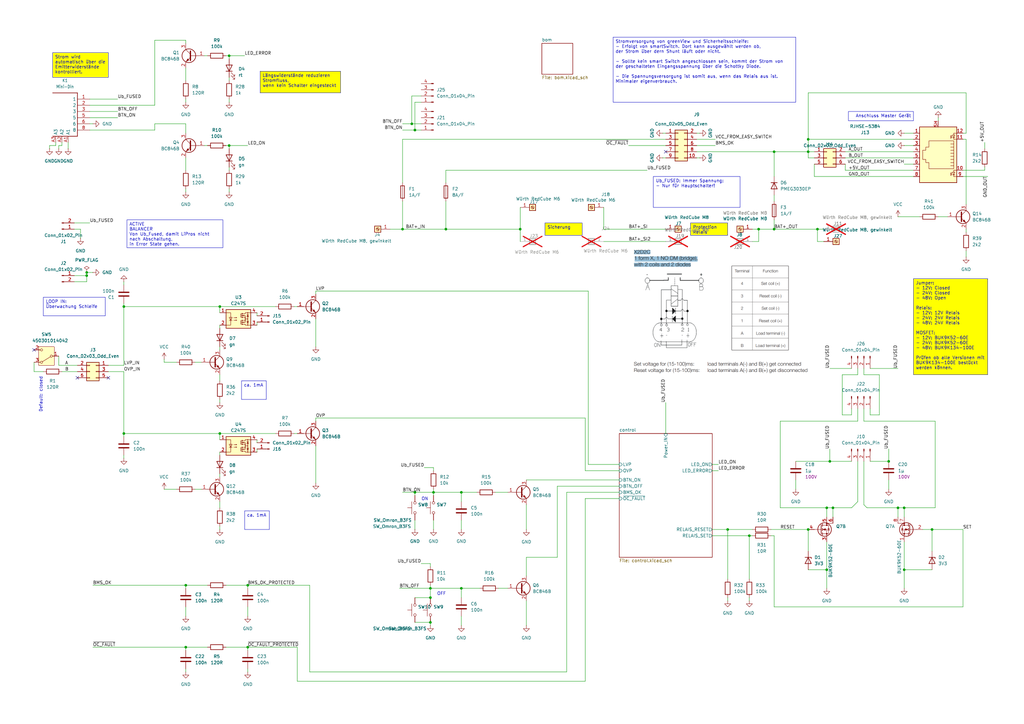
<source format=kicad_sch>
(kicad_sch
	(version 20250114)
	(generator "eeschema")
	(generator_version "9.0")
	(uuid "c138cc6a-756d-4318-83c4-a5413b81ee5f")
	(paper "A3")
	(lib_symbols
		(symbol "Connector:Conn_01x02_Pin"
			(pin_names
				(offset 1.016)
				(hide yes)
			)
			(exclude_from_sim no)
			(in_bom yes)
			(on_board yes)
			(property "Reference" "J"
				(at 0 2.54 0)
				(effects
					(font
						(size 1.27 1.27)
					)
				)
			)
			(property "Value" "Conn_01x02_Pin"
				(at 0 -5.08 0)
				(effects
					(font
						(size 1.27 1.27)
					)
				)
			)
			(property "Footprint" ""
				(at 0 0 0)
				(effects
					(font
						(size 1.27 1.27)
					)
					(hide yes)
				)
			)
			(property "Datasheet" "~"
				(at 0 0 0)
				(effects
					(font
						(size 1.27 1.27)
					)
					(hide yes)
				)
			)
			(property "Description" "Generic connector, single row, 01x02, script generated"
				(at 0 0 0)
				(effects
					(font
						(size 1.27 1.27)
					)
					(hide yes)
				)
			)
			(property "ki_locked" ""
				(at 0 0 0)
				(effects
					(font
						(size 1.27 1.27)
					)
				)
			)
			(property "ki_keywords" "connector"
				(at 0 0 0)
				(effects
					(font
						(size 1.27 1.27)
					)
					(hide yes)
				)
			)
			(property "ki_fp_filters" "Connector*:*_1x??_*"
				(at 0 0 0)
				(effects
					(font
						(size 1.27 1.27)
					)
					(hide yes)
				)
			)
			(symbol "Conn_01x02_Pin_1_1"
				(rectangle
					(start 0.8636 0.127)
					(end 0 -0.127)
					(stroke
						(width 0.1524)
						(type default)
					)
					(fill
						(type outline)
					)
				)
				(rectangle
					(start 0.8636 -2.413)
					(end 0 -2.667)
					(stroke
						(width 0.1524)
						(type default)
					)
					(fill
						(type outline)
					)
				)
				(polyline
					(pts
						(xy 1.27 0) (xy 0.8636 0)
					)
					(stroke
						(width 0.1524)
						(type default)
					)
					(fill
						(type none)
					)
				)
				(polyline
					(pts
						(xy 1.27 -2.54) (xy 0.8636 -2.54)
					)
					(stroke
						(width 0.1524)
						(type default)
					)
					(fill
						(type none)
					)
				)
				(pin passive line
					(at 5.08 0 180)
					(length 3.81)
					(name "Pin_1"
						(effects
							(font
								(size 1.27 1.27)
							)
						)
					)
					(number "1"
						(effects
							(font
								(size 1.27 1.27)
							)
						)
					)
				)
				(pin passive line
					(at 5.08 -2.54 180)
					(length 3.81)
					(name "Pin_2"
						(effects
							(font
								(size 1.27 1.27)
							)
						)
					)
					(number "2"
						(effects
							(font
								(size 1.27 1.27)
							)
						)
					)
				)
			)
			(embedded_fonts no)
		)
		(symbol "Connector:Conn_01x04_Pin"
			(pin_names
				(offset 1.016)
				(hide yes)
			)
			(exclude_from_sim no)
			(in_bom yes)
			(on_board yes)
			(property "Reference" "J"
				(at 0 5.08 0)
				(effects
					(font
						(size 1.27 1.27)
					)
				)
			)
			(property "Value" "Conn_01x04_Pin"
				(at 0 -7.62 0)
				(effects
					(font
						(size 1.27 1.27)
					)
				)
			)
			(property "Footprint" ""
				(at 0 0 0)
				(effects
					(font
						(size 1.27 1.27)
					)
					(hide yes)
				)
			)
			(property "Datasheet" "~"
				(at 0 0 0)
				(effects
					(font
						(size 1.27 1.27)
					)
					(hide yes)
				)
			)
			(property "Description" "Generic connector, single row, 01x04, script generated"
				(at 0 0 0)
				(effects
					(font
						(size 1.27 1.27)
					)
					(hide yes)
				)
			)
			(property "ki_locked" ""
				(at 0 0 0)
				(effects
					(font
						(size 1.27 1.27)
					)
				)
			)
			(property "ki_keywords" "connector"
				(at 0 0 0)
				(effects
					(font
						(size 1.27 1.27)
					)
					(hide yes)
				)
			)
			(property "ki_fp_filters" "Connector*:*_1x??_*"
				(at 0 0 0)
				(effects
					(font
						(size 1.27 1.27)
					)
					(hide yes)
				)
			)
			(symbol "Conn_01x04_Pin_1_1"
				(rectangle
					(start 0.8636 2.667)
					(end 0 2.413)
					(stroke
						(width 0.1524)
						(type default)
					)
					(fill
						(type outline)
					)
				)
				(rectangle
					(start 0.8636 0.127)
					(end 0 -0.127)
					(stroke
						(width 0.1524)
						(type default)
					)
					(fill
						(type outline)
					)
				)
				(rectangle
					(start 0.8636 -2.413)
					(end 0 -2.667)
					(stroke
						(width 0.1524)
						(type default)
					)
					(fill
						(type outline)
					)
				)
				(rectangle
					(start 0.8636 -4.953)
					(end 0 -5.207)
					(stroke
						(width 0.1524)
						(type default)
					)
					(fill
						(type outline)
					)
				)
				(polyline
					(pts
						(xy 1.27 2.54) (xy 0.8636 2.54)
					)
					(stroke
						(width 0.1524)
						(type default)
					)
					(fill
						(type none)
					)
				)
				(polyline
					(pts
						(xy 1.27 0) (xy 0.8636 0)
					)
					(stroke
						(width 0.1524)
						(type default)
					)
					(fill
						(type none)
					)
				)
				(polyline
					(pts
						(xy 1.27 -2.54) (xy 0.8636 -2.54)
					)
					(stroke
						(width 0.1524)
						(type default)
					)
					(fill
						(type none)
					)
				)
				(polyline
					(pts
						(xy 1.27 -5.08) (xy 0.8636 -5.08)
					)
					(stroke
						(width 0.1524)
						(type default)
					)
					(fill
						(type none)
					)
				)
				(pin passive line
					(at 5.08 2.54 180)
					(length 3.81)
					(name "Pin_1"
						(effects
							(font
								(size 1.27 1.27)
							)
						)
					)
					(number "1"
						(effects
							(font
								(size 1.27 1.27)
							)
						)
					)
				)
				(pin passive line
					(at 5.08 0 180)
					(length 3.81)
					(name "Pin_2"
						(effects
							(font
								(size 1.27 1.27)
							)
						)
					)
					(number "2"
						(effects
							(font
								(size 1.27 1.27)
							)
						)
					)
				)
				(pin passive line
					(at 5.08 -2.54 180)
					(length 3.81)
					(name "Pin_3"
						(effects
							(font
								(size 1.27 1.27)
							)
						)
					)
					(number "3"
						(effects
							(font
								(size 1.27 1.27)
							)
						)
					)
				)
				(pin passive line
					(at 5.08 -5.08 180)
					(length 3.81)
					(name "Pin_4"
						(effects
							(font
								(size 1.27 1.27)
							)
						)
					)
					(number "4"
						(effects
							(font
								(size 1.27 1.27)
							)
						)
					)
				)
			)
			(embedded_fonts no)
		)
		(symbol "Connector:RJ45_LED_Shielded"
			(pin_names
				(offset 1.016)
			)
			(exclude_from_sim no)
			(in_bom yes)
			(on_board yes)
			(property "Reference" "J"
				(at -5.08 13.97 0)
				(effects
					(font
						(size 1.27 1.27)
					)
					(justify right)
				)
			)
			(property "Value" "RJ45_LED_Shielded"
				(at 1.27 13.97 0)
				(effects
					(font
						(size 1.27 1.27)
					)
					(justify left)
				)
			)
			(property "Footprint" ""
				(at 0 0.635 90)
				(effects
					(font
						(size 1.27 1.27)
					)
					(hide yes)
				)
			)
			(property "Datasheet" "~"
				(at 0 0.635 90)
				(effects
					(font
						(size 1.27 1.27)
					)
					(hide yes)
				)
			)
			(property "Description" "RJ connector, 8P8C (8 positions 8 connected), two LEDs, Shielded"
				(at 0 0 0)
				(effects
					(font
						(size 1.27 1.27)
					)
					(hide yes)
				)
			)
			(property "ki_keywords" "8P8C RJ socket jack connector led"
				(at 0 0 0)
				(effects
					(font
						(size 1.27 1.27)
					)
					(hide yes)
				)
			)
			(property "ki_fp_filters" "8P8C* RJ45*"
				(at 0 0 0)
				(effects
					(font
						(size 1.27 1.27)
					)
					(hide yes)
				)
			)
			(symbol "RJ45_LED_Shielded_0_1"
				(polyline
					(pts
						(xy -7.62 10.16) (xy -6.35 10.16)
					)
					(stroke
						(width 0)
						(type default)
					)
					(fill
						(type none)
					)
				)
				(polyline
					(pts
						(xy -7.62 7.62) (xy -6.35 7.62)
					)
					(stroke
						(width 0)
						(type default)
					)
					(fill
						(type none)
					)
				)
				(polyline
					(pts
						(xy -7.62 -5.08) (xy -6.35 -5.08)
					)
					(stroke
						(width 0)
						(type default)
					)
					(fill
						(type none)
					)
				)
				(polyline
					(pts
						(xy -7.62 -7.62) (xy -6.35 -7.62)
					)
					(stroke
						(width 0)
						(type default)
					)
					(fill
						(type none)
					)
				)
				(polyline
					(pts
						(xy -6.858 9.398) (xy -5.842 9.398)
					)
					(stroke
						(width 0)
						(type default)
					)
					(fill
						(type none)
					)
				)
				(polyline
					(pts
						(xy -6.858 -5.842) (xy -5.842 -5.842)
					)
					(stroke
						(width 0)
						(type default)
					)
					(fill
						(type none)
					)
				)
				(polyline
					(pts
						(xy -6.35 10.16) (xy -6.35 9.398)
					)
					(stroke
						(width 0)
						(type default)
					)
					(fill
						(type none)
					)
				)
				(polyline
					(pts
						(xy -6.35 9.398) (xy -6.858 8.382) (xy -5.842 8.382) (xy -6.35 9.398)
					)
					(stroke
						(width 0)
						(type default)
					)
					(fill
						(type none)
					)
				)
				(polyline
					(pts
						(xy -6.35 7.62) (xy -6.35 8.382)
					)
					(stroke
						(width 0)
						(type default)
					)
					(fill
						(type none)
					)
				)
				(polyline
					(pts
						(xy -6.35 1.905) (xy -5.08 1.905) (xy -5.08 1.905)
					)
					(stroke
						(width 0)
						(type default)
					)
					(fill
						(type none)
					)
				)
				(polyline
					(pts
						(xy -6.35 0.635) (xy -5.08 0.635) (xy -5.08 0.635)
					)
					(stroke
						(width 0)
						(type default)
					)
					(fill
						(type none)
					)
				)
				(polyline
					(pts
						(xy -6.35 -0.635) (xy -5.08 -0.635) (xy -5.08 -0.635)
					)
					(stroke
						(width 0)
						(type default)
					)
					(fill
						(type none)
					)
				)
				(polyline
					(pts
						(xy -6.35 -1.905) (xy -5.08 -1.905) (xy -5.08 -1.905)
					)
					(stroke
						(width 0)
						(type default)
					)
					(fill
						(type none)
					)
				)
				(polyline
					(pts
						(xy -6.35 -3.175) (xy -5.08 -3.175) (xy -5.08 -3.175)
					)
					(stroke
						(width 0)
						(type default)
					)
					(fill
						(type none)
					)
				)
				(polyline
					(pts
						(xy -6.35 -4.445) (xy -6.35 6.985) (xy 3.81 6.985) (xy 3.81 4.445) (xy 5.08 4.445) (xy 5.08 3.175)
						(xy 6.35 3.175) (xy 6.35 -0.635) (xy 5.08 -0.635) (xy 5.08 -1.905) (xy 3.81 -1.905) (xy 3.81 -4.445)
						(xy -6.35 -4.445) (xy -6.35 -4.445)
					)
					(stroke
						(width 0)
						(type default)
					)
					(fill
						(type none)
					)
				)
				(polyline
					(pts
						(xy -6.35 -5.08) (xy -6.35 -5.842)
					)
					(stroke
						(width 0)
						(type default)
					)
					(fill
						(type none)
					)
				)
				(polyline
					(pts
						(xy -6.35 -5.842) (xy -6.858 -6.858) (xy -5.842 -6.858) (xy -6.35 -5.842)
					)
					(stroke
						(width 0)
						(type default)
					)
					(fill
						(type none)
					)
				)
				(polyline
					(pts
						(xy -6.35 -7.62) (xy -6.35 -6.858)
					)
					(stroke
						(width 0)
						(type default)
					)
					(fill
						(type none)
					)
				)
				(polyline
					(pts
						(xy -5.588 9.144) (xy -5.08 9.652) (xy -5.461 9.525)
					)
					(stroke
						(width 0)
						(type default)
					)
					(fill
						(type none)
					)
				)
				(polyline
					(pts
						(xy -5.588 8.509) (xy -5.08 9.017) (xy -5.461 8.89)
					)
					(stroke
						(width 0)
						(type default)
					)
					(fill
						(type none)
					)
				)
				(polyline
					(pts
						(xy -5.588 -6.096) (xy -5.08 -5.588) (xy -5.461 -5.715)
					)
					(stroke
						(width 0)
						(type default)
					)
					(fill
						(type none)
					)
				)
				(polyline
					(pts
						(xy -5.588 -6.731) (xy -5.08 -6.223) (xy -5.461 -6.35)
					)
					(stroke
						(width 0)
						(type default)
					)
					(fill
						(type none)
					)
				)
				(polyline
					(pts
						(xy -5.08 9.652) (xy -5.207 9.271)
					)
					(stroke
						(width 0)
						(type default)
					)
					(fill
						(type none)
					)
				)
				(polyline
					(pts
						(xy -5.08 9.017) (xy -5.207 8.636)
					)
					(stroke
						(width 0)
						(type default)
					)
					(fill
						(type none)
					)
				)
				(polyline
					(pts
						(xy -5.08 5.715) (xy -6.35 5.715)
					)
					(stroke
						(width 0)
						(type default)
					)
					(fill
						(type none)
					)
				)
				(polyline
					(pts
						(xy -5.08 4.445) (xy -6.35 4.445)
					)
					(stroke
						(width 0)
						(type default)
					)
					(fill
						(type none)
					)
				)
				(polyline
					(pts
						(xy -5.08 3.175) (xy -6.35 3.175) (xy -6.35 3.175)
					)
					(stroke
						(width 0)
						(type default)
					)
					(fill
						(type none)
					)
				)
				(polyline
					(pts
						(xy -5.08 -5.588) (xy -5.207 -5.969)
					)
					(stroke
						(width 0)
						(type default)
					)
					(fill
						(type none)
					)
				)
				(polyline
					(pts
						(xy -5.08 -6.223) (xy -5.207 -6.604)
					)
					(stroke
						(width 0)
						(type default)
					)
					(fill
						(type none)
					)
				)
				(rectangle
					(start 7.62 12.7)
					(end -7.62 -10.16)
					(stroke
						(width 0.254)
						(type default)
					)
					(fill
						(type background)
					)
				)
			)
			(symbol "RJ45_LED_Shielded_1_1"
				(pin passive line
					(at -10.16 10.16 0)
					(length 2.54)
					(name "~"
						(effects
							(font
								(size 1.27 1.27)
							)
						)
					)
					(number "9"
						(effects
							(font
								(size 1.27 1.27)
							)
						)
					)
				)
				(pin passive line
					(at -10.16 7.62 0)
					(length 2.54)
					(name "~"
						(effects
							(font
								(size 1.27 1.27)
							)
						)
					)
					(number "10"
						(effects
							(font
								(size 1.27 1.27)
							)
						)
					)
				)
				(pin passive line
					(at -10.16 -5.08 0)
					(length 2.54)
					(name "~"
						(effects
							(font
								(size 1.27 1.27)
							)
						)
					)
					(number "11"
						(effects
							(font
								(size 1.27 1.27)
							)
						)
					)
				)
				(pin passive line
					(at -10.16 -7.62 0)
					(length 2.54)
					(name "~"
						(effects
							(font
								(size 1.27 1.27)
							)
						)
					)
					(number "12"
						(effects
							(font
								(size 1.27 1.27)
							)
						)
					)
				)
				(pin passive line
					(at 0 -12.7 90)
					(length 2.54)
					(name "~"
						(effects
							(font
								(size 1.27 1.27)
							)
						)
					)
					(number "SH"
						(effects
							(font
								(size 1.27 1.27)
							)
						)
					)
				)
				(pin passive line
					(at 10.16 10.16 180)
					(length 2.54)
					(name "~"
						(effects
							(font
								(size 1.27 1.27)
							)
						)
					)
					(number "8"
						(effects
							(font
								(size 1.27 1.27)
							)
						)
					)
				)
				(pin passive line
					(at 10.16 7.62 180)
					(length 2.54)
					(name "~"
						(effects
							(font
								(size 1.27 1.27)
							)
						)
					)
					(number "7"
						(effects
							(font
								(size 1.27 1.27)
							)
						)
					)
				)
				(pin passive line
					(at 10.16 5.08 180)
					(length 2.54)
					(name "~"
						(effects
							(font
								(size 1.27 1.27)
							)
						)
					)
					(number "6"
						(effects
							(font
								(size 1.27 1.27)
							)
						)
					)
				)
				(pin passive line
					(at 10.16 2.54 180)
					(length 2.54)
					(name "~"
						(effects
							(font
								(size 1.27 1.27)
							)
						)
					)
					(number "5"
						(effects
							(font
								(size 1.27 1.27)
							)
						)
					)
				)
				(pin passive line
					(at 10.16 0 180)
					(length 2.54)
					(name "~"
						(effects
							(font
								(size 1.27 1.27)
							)
						)
					)
					(number "4"
						(effects
							(font
								(size 1.27 1.27)
							)
						)
					)
				)
				(pin passive line
					(at 10.16 -2.54 180)
					(length 2.54)
					(name "~"
						(effects
							(font
								(size 1.27 1.27)
							)
						)
					)
					(number "3"
						(effects
							(font
								(size 1.27 1.27)
							)
						)
					)
				)
				(pin passive line
					(at 10.16 -5.08 180)
					(length 2.54)
					(name "~"
						(effects
							(font
								(size 1.27 1.27)
							)
						)
					)
					(number "2"
						(effects
							(font
								(size 1.27 1.27)
							)
						)
					)
				)
				(pin passive line
					(at 10.16 -7.62 180)
					(length 2.54)
					(name "~"
						(effects
							(font
								(size 1.27 1.27)
							)
						)
					)
					(number "1"
						(effects
							(font
								(size 1.27 1.27)
							)
						)
					)
				)
			)
			(embedded_fonts no)
		)
		(symbol "Connector:Screw_Terminal_01x01"
			(pin_names
				(offset 1.016)
				(hide yes)
			)
			(exclude_from_sim no)
			(in_bom yes)
			(on_board yes)
			(property "Reference" "J"
				(at 0 2.54 0)
				(effects
					(font
						(size 1.27 1.27)
					)
				)
			)
			(property "Value" "Screw_Terminal_01x01"
				(at 0 -2.54 0)
				(effects
					(font
						(size 1.27 1.27)
					)
				)
			)
			(property "Footprint" ""
				(at 0 0 0)
				(effects
					(font
						(size 1.27 1.27)
					)
					(hide yes)
				)
			)
			(property "Datasheet" "~"
				(at 0 0 0)
				(effects
					(font
						(size 1.27 1.27)
					)
					(hide yes)
				)
			)
			(property "Description" "Generic screw terminal, single row, 01x01, script generated (kicad-library-utils/schlib/autogen/connector/)"
				(at 0 0 0)
				(effects
					(font
						(size 1.27 1.27)
					)
					(hide yes)
				)
			)
			(property "ki_keywords" "screw terminal"
				(at 0 0 0)
				(effects
					(font
						(size 1.27 1.27)
					)
					(hide yes)
				)
			)
			(property "ki_fp_filters" "TerminalBlock*:*"
				(at 0 0 0)
				(effects
					(font
						(size 1.27 1.27)
					)
					(hide yes)
				)
			)
			(symbol "Screw_Terminal_01x01_1_1"
				(rectangle
					(start -1.27 1.27)
					(end 1.27 -1.27)
					(stroke
						(width 0.254)
						(type default)
					)
					(fill
						(type background)
					)
				)
				(polyline
					(pts
						(xy -0.5334 0.3302) (xy 0.3302 -0.508)
					)
					(stroke
						(width 0.1524)
						(type default)
					)
					(fill
						(type none)
					)
				)
				(polyline
					(pts
						(xy -0.3556 0.508) (xy 0.508 -0.3302)
					)
					(stroke
						(width 0.1524)
						(type default)
					)
					(fill
						(type none)
					)
				)
				(circle
					(center 0 0)
					(radius 0.635)
					(stroke
						(width 0.1524)
						(type default)
					)
					(fill
						(type none)
					)
				)
				(pin passive line
					(at -5.08 0 0)
					(length 3.81)
					(name "Pin_1"
						(effects
							(font
								(size 1.27 1.27)
							)
						)
					)
					(number "1"
						(effects
							(font
								(size 1.27 1.27)
							)
						)
					)
				)
			)
			(embedded_fonts no)
		)
		(symbol "Connector_Generic:Conn_02x03_Odd_Even"
			(pin_names
				(offset 1.016)
				(hide yes)
			)
			(exclude_from_sim no)
			(in_bom yes)
			(on_board yes)
			(property "Reference" "J"
				(at 1.27 5.08 0)
				(effects
					(font
						(size 1.27 1.27)
					)
				)
			)
			(property "Value" "Conn_02x03_Odd_Even"
				(at 1.27 -5.08 0)
				(effects
					(font
						(size 1.27 1.27)
					)
				)
			)
			(property "Footprint" ""
				(at 0 0 0)
				(effects
					(font
						(size 1.27 1.27)
					)
					(hide yes)
				)
			)
			(property "Datasheet" "~"
				(at 0 0 0)
				(effects
					(font
						(size 1.27 1.27)
					)
					(hide yes)
				)
			)
			(property "Description" "Generic connector, double row, 02x03, odd/even pin numbering scheme (row 1 odd numbers, row 2 even numbers), script generated (kicad-library-utils/schlib/autogen/connector/)"
				(at 0 0 0)
				(effects
					(font
						(size 1.27 1.27)
					)
					(hide yes)
				)
			)
			(property "ki_keywords" "connector"
				(at 0 0 0)
				(effects
					(font
						(size 1.27 1.27)
					)
					(hide yes)
				)
			)
			(property "ki_fp_filters" "Connector*:*_2x??_*"
				(at 0 0 0)
				(effects
					(font
						(size 1.27 1.27)
					)
					(hide yes)
				)
			)
			(symbol "Conn_02x03_Odd_Even_1_1"
				(rectangle
					(start -1.27 3.81)
					(end 3.81 -3.81)
					(stroke
						(width 0.254)
						(type default)
					)
					(fill
						(type background)
					)
				)
				(rectangle
					(start -1.27 2.667)
					(end 0 2.413)
					(stroke
						(width 0.1524)
						(type default)
					)
					(fill
						(type none)
					)
				)
				(rectangle
					(start -1.27 0.127)
					(end 0 -0.127)
					(stroke
						(width 0.1524)
						(type default)
					)
					(fill
						(type none)
					)
				)
				(rectangle
					(start -1.27 -2.413)
					(end 0 -2.667)
					(stroke
						(width 0.1524)
						(type default)
					)
					(fill
						(type none)
					)
				)
				(rectangle
					(start 3.81 2.667)
					(end 2.54 2.413)
					(stroke
						(width 0.1524)
						(type default)
					)
					(fill
						(type none)
					)
				)
				(rectangle
					(start 3.81 0.127)
					(end 2.54 -0.127)
					(stroke
						(width 0.1524)
						(type default)
					)
					(fill
						(type none)
					)
				)
				(rectangle
					(start 3.81 -2.413)
					(end 2.54 -2.667)
					(stroke
						(width 0.1524)
						(type default)
					)
					(fill
						(type none)
					)
				)
				(pin passive line
					(at -5.08 2.54 0)
					(length 3.81)
					(name "Pin_1"
						(effects
							(font
								(size 1.27 1.27)
							)
						)
					)
					(number "1"
						(effects
							(font
								(size 1.27 1.27)
							)
						)
					)
				)
				(pin passive line
					(at -5.08 0 0)
					(length 3.81)
					(name "Pin_3"
						(effects
							(font
								(size 1.27 1.27)
							)
						)
					)
					(number "3"
						(effects
							(font
								(size 1.27 1.27)
							)
						)
					)
				)
				(pin passive line
					(at -5.08 -2.54 0)
					(length 3.81)
					(name "Pin_5"
						(effects
							(font
								(size 1.27 1.27)
							)
						)
					)
					(number "5"
						(effects
							(font
								(size 1.27 1.27)
							)
						)
					)
				)
				(pin passive line
					(at 7.62 2.54 180)
					(length 3.81)
					(name "Pin_2"
						(effects
							(font
								(size 1.27 1.27)
							)
						)
					)
					(number "2"
						(effects
							(font
								(size 1.27 1.27)
							)
						)
					)
				)
				(pin passive line
					(at 7.62 0 180)
					(length 3.81)
					(name "Pin_4"
						(effects
							(font
								(size 1.27 1.27)
							)
						)
					)
					(number "4"
						(effects
							(font
								(size 1.27 1.27)
							)
						)
					)
				)
				(pin passive line
					(at 7.62 -2.54 180)
					(length 3.81)
					(name "Pin_6"
						(effects
							(font
								(size 1.27 1.27)
							)
						)
					)
					(number "6"
						(effects
							(font
								(size 1.27 1.27)
							)
						)
					)
				)
			)
			(embedded_fonts no)
		)
		(symbol "Connector_Generic:Conn_02x05_Odd_Even"
			(pin_names
				(offset 1.016)
				(hide yes)
			)
			(exclude_from_sim no)
			(in_bom yes)
			(on_board yes)
			(property "Reference" "J"
				(at 1.27 7.62 0)
				(effects
					(font
						(size 1.27 1.27)
					)
				)
			)
			(property "Value" "Conn_02x05_Odd_Even"
				(at 1.27 -7.62 0)
				(effects
					(font
						(size 1.27 1.27)
					)
				)
			)
			(property "Footprint" ""
				(at 0 0 0)
				(effects
					(font
						(size 1.27 1.27)
					)
					(hide yes)
				)
			)
			(property "Datasheet" "~"
				(at 0 0 0)
				(effects
					(font
						(size 1.27 1.27)
					)
					(hide yes)
				)
			)
			(property "Description" "Generic connector, double row, 02x05, odd/even pin numbering scheme (row 1 odd numbers, row 2 even numbers), script generated (kicad-library-utils/schlib/autogen/connector/)"
				(at 0 0 0)
				(effects
					(font
						(size 1.27 1.27)
					)
					(hide yes)
				)
			)
			(property "ki_keywords" "connector"
				(at 0 0 0)
				(effects
					(font
						(size 1.27 1.27)
					)
					(hide yes)
				)
			)
			(property "ki_fp_filters" "Connector*:*_2x??_*"
				(at 0 0 0)
				(effects
					(font
						(size 1.27 1.27)
					)
					(hide yes)
				)
			)
			(symbol "Conn_02x05_Odd_Even_1_1"
				(rectangle
					(start -1.27 6.35)
					(end 3.81 -6.35)
					(stroke
						(width 0.254)
						(type default)
					)
					(fill
						(type background)
					)
				)
				(rectangle
					(start -1.27 5.207)
					(end 0 4.953)
					(stroke
						(width 0.1524)
						(type default)
					)
					(fill
						(type none)
					)
				)
				(rectangle
					(start -1.27 2.667)
					(end 0 2.413)
					(stroke
						(width 0.1524)
						(type default)
					)
					(fill
						(type none)
					)
				)
				(rectangle
					(start -1.27 0.127)
					(end 0 -0.127)
					(stroke
						(width 0.1524)
						(type default)
					)
					(fill
						(type none)
					)
				)
				(rectangle
					(start -1.27 -2.413)
					(end 0 -2.667)
					(stroke
						(width 0.1524)
						(type default)
					)
					(fill
						(type none)
					)
				)
				(rectangle
					(start -1.27 -4.953)
					(end 0 -5.207)
					(stroke
						(width 0.1524)
						(type default)
					)
					(fill
						(type none)
					)
				)
				(rectangle
					(start 3.81 5.207)
					(end 2.54 4.953)
					(stroke
						(width 0.1524)
						(type default)
					)
					(fill
						(type none)
					)
				)
				(rectangle
					(start 3.81 2.667)
					(end 2.54 2.413)
					(stroke
						(width 0.1524)
						(type default)
					)
					(fill
						(type none)
					)
				)
				(rectangle
					(start 3.81 0.127)
					(end 2.54 -0.127)
					(stroke
						(width 0.1524)
						(type default)
					)
					(fill
						(type none)
					)
				)
				(rectangle
					(start 3.81 -2.413)
					(end 2.54 -2.667)
					(stroke
						(width 0.1524)
						(type default)
					)
					(fill
						(type none)
					)
				)
				(rectangle
					(start 3.81 -4.953)
					(end 2.54 -5.207)
					(stroke
						(width 0.1524)
						(type default)
					)
					(fill
						(type none)
					)
				)
				(pin passive line
					(at -5.08 5.08 0)
					(length 3.81)
					(name "Pin_1"
						(effects
							(font
								(size 1.27 1.27)
							)
						)
					)
					(number "1"
						(effects
							(font
								(size 1.27 1.27)
							)
						)
					)
				)
				(pin passive line
					(at -5.08 2.54 0)
					(length 3.81)
					(name "Pin_3"
						(effects
							(font
								(size 1.27 1.27)
							)
						)
					)
					(number "3"
						(effects
							(font
								(size 1.27 1.27)
							)
						)
					)
				)
				(pin passive line
					(at -5.08 0 0)
					(length 3.81)
					(name "Pin_5"
						(effects
							(font
								(size 1.27 1.27)
							)
						)
					)
					(number "5"
						(effects
							(font
								(size 1.27 1.27)
							)
						)
					)
				)
				(pin passive line
					(at -5.08 -2.54 0)
					(length 3.81)
					(name "Pin_7"
						(effects
							(font
								(size 1.27 1.27)
							)
						)
					)
					(number "7"
						(effects
							(font
								(size 1.27 1.27)
							)
						)
					)
				)
				(pin passive line
					(at -5.08 -5.08 0)
					(length 3.81)
					(name "Pin_9"
						(effects
							(font
								(size 1.27 1.27)
							)
						)
					)
					(number "9"
						(effects
							(font
								(size 1.27 1.27)
							)
						)
					)
				)
				(pin passive line
					(at 7.62 5.08 180)
					(length 3.81)
					(name "Pin_2"
						(effects
							(font
								(size 1.27 1.27)
							)
						)
					)
					(number "2"
						(effects
							(font
								(size 1.27 1.27)
							)
						)
					)
				)
				(pin passive line
					(at 7.62 2.54 180)
					(length 3.81)
					(name "Pin_4"
						(effects
							(font
								(size 1.27 1.27)
							)
						)
					)
					(number "4"
						(effects
							(font
								(size 1.27 1.27)
							)
						)
					)
				)
				(pin passive line
					(at 7.62 0 180)
					(length 3.81)
					(name "Pin_6"
						(effects
							(font
								(size 1.27 1.27)
							)
						)
					)
					(number "6"
						(effects
							(font
								(size 1.27 1.27)
							)
						)
					)
				)
				(pin passive line
					(at 7.62 -2.54 180)
					(length 3.81)
					(name "Pin_8"
						(effects
							(font
								(size 1.27 1.27)
							)
						)
					)
					(number "8"
						(effects
							(font
								(size 1.27 1.27)
							)
						)
					)
				)
				(pin passive line
					(at 7.62 -5.08 180)
					(length 3.81)
					(name "Pin_10"
						(effects
							(font
								(size 1.27 1.27)
							)
						)
					)
					(number "10"
						(effects
							(font
								(size 1.27 1.27)
							)
						)
					)
				)
			)
			(embedded_fonts no)
		)
		(symbol "Device:C"
			(pin_numbers
				(hide yes)
			)
			(pin_names
				(offset 0.254)
			)
			(exclude_from_sim no)
			(in_bom yes)
			(on_board yes)
			(property "Reference" "C"
				(at 0.635 2.54 0)
				(effects
					(font
						(size 1.27 1.27)
					)
					(justify left)
				)
			)
			(property "Value" "C"
				(at 0.635 -2.54 0)
				(effects
					(font
						(size 1.27 1.27)
					)
					(justify left)
				)
			)
			(property "Footprint" ""
				(at 0.9652 -3.81 0)
				(effects
					(font
						(size 1.27 1.27)
					)
					(hide yes)
				)
			)
			(property "Datasheet" "~"
				(at 0 0 0)
				(effects
					(font
						(size 1.27 1.27)
					)
					(hide yes)
				)
			)
			(property "Description" "Unpolarized capacitor"
				(at 0 0 0)
				(effects
					(font
						(size 1.27 1.27)
					)
					(hide yes)
				)
			)
			(property "ki_keywords" "cap capacitor"
				(at 0 0 0)
				(effects
					(font
						(size 1.27 1.27)
					)
					(hide yes)
				)
			)
			(property "ki_fp_filters" "C_*"
				(at 0 0 0)
				(effects
					(font
						(size 1.27 1.27)
					)
					(hide yes)
				)
			)
			(symbol "C_0_1"
				(polyline
					(pts
						(xy -2.032 0.762) (xy 2.032 0.762)
					)
					(stroke
						(width 0.508)
						(type default)
					)
					(fill
						(type none)
					)
				)
				(polyline
					(pts
						(xy -2.032 -0.762) (xy 2.032 -0.762)
					)
					(stroke
						(width 0.508)
						(type default)
					)
					(fill
						(type none)
					)
				)
			)
			(symbol "C_1_1"
				(pin passive line
					(at 0 3.81 270)
					(length 2.794)
					(name "~"
						(effects
							(font
								(size 1.27 1.27)
							)
						)
					)
					(number "1"
						(effects
							(font
								(size 1.27 1.27)
							)
						)
					)
				)
				(pin passive line
					(at 0 -3.81 90)
					(length 2.794)
					(name "~"
						(effects
							(font
								(size 1.27 1.27)
							)
						)
					)
					(number "2"
						(effects
							(font
								(size 1.27 1.27)
							)
						)
					)
				)
			)
			(embedded_fonts no)
		)
		(symbol "Device:D"
			(pin_numbers
				(hide yes)
			)
			(pin_names
				(offset 1.016)
				(hide yes)
			)
			(exclude_from_sim no)
			(in_bom yes)
			(on_board yes)
			(property "Reference" "D"
				(at 0 2.54 0)
				(effects
					(font
						(size 1.27 1.27)
					)
				)
			)
			(property "Value" "D"
				(at 0 -2.54 0)
				(effects
					(font
						(size 1.27 1.27)
					)
				)
			)
			(property "Footprint" ""
				(at 0 0 0)
				(effects
					(font
						(size 1.27 1.27)
					)
					(hide yes)
				)
			)
			(property "Datasheet" "~"
				(at 0 0 0)
				(effects
					(font
						(size 1.27 1.27)
					)
					(hide yes)
				)
			)
			(property "Description" "Diode"
				(at 0 0 0)
				(effects
					(font
						(size 1.27 1.27)
					)
					(hide yes)
				)
			)
			(property "Sim.Device" "D"
				(at 0 0 0)
				(effects
					(font
						(size 1.27 1.27)
					)
					(hide yes)
				)
			)
			(property "Sim.Pins" "1=K 2=A"
				(at 0 0 0)
				(effects
					(font
						(size 1.27 1.27)
					)
					(hide yes)
				)
			)
			(property "ki_keywords" "diode"
				(at 0 0 0)
				(effects
					(font
						(size 1.27 1.27)
					)
					(hide yes)
				)
			)
			(property "ki_fp_filters" "TO-???* *_Diode_* *SingleDiode* D_*"
				(at 0 0 0)
				(effects
					(font
						(size 1.27 1.27)
					)
					(hide yes)
				)
			)
			(symbol "D_0_1"
				(polyline
					(pts
						(xy -1.27 1.27) (xy -1.27 -1.27)
					)
					(stroke
						(width 0.254)
						(type default)
					)
					(fill
						(type none)
					)
				)
				(polyline
					(pts
						(xy 1.27 1.27) (xy 1.27 -1.27) (xy -1.27 0) (xy 1.27 1.27)
					)
					(stroke
						(width 0.254)
						(type default)
					)
					(fill
						(type none)
					)
				)
				(polyline
					(pts
						(xy 1.27 0) (xy -1.27 0)
					)
					(stroke
						(width 0)
						(type default)
					)
					(fill
						(type none)
					)
				)
			)
			(symbol "D_1_1"
				(pin passive line
					(at -3.81 0 0)
					(length 2.54)
					(name "K"
						(effects
							(font
								(size 1.27 1.27)
							)
						)
					)
					(number "1"
						(effects
							(font
								(size 1.27 1.27)
							)
						)
					)
				)
				(pin passive line
					(at 3.81 0 180)
					(length 2.54)
					(name "A"
						(effects
							(font
								(size 1.27 1.27)
							)
						)
					)
					(number "2"
						(effects
							(font
								(size 1.27 1.27)
							)
						)
					)
				)
			)
			(embedded_fonts no)
		)
		(symbol "Device:D_Zener"
			(pin_numbers
				(hide yes)
			)
			(pin_names
				(offset 1.016)
				(hide yes)
			)
			(exclude_from_sim no)
			(in_bom yes)
			(on_board yes)
			(property "Reference" "D"
				(at 0 2.54 0)
				(effects
					(font
						(size 1.27 1.27)
					)
				)
			)
			(property "Value" "D_Zener"
				(at 0 -2.54 0)
				(effects
					(font
						(size 1.27 1.27)
					)
				)
			)
			(property "Footprint" ""
				(at 0 0 0)
				(effects
					(font
						(size 1.27 1.27)
					)
					(hide yes)
				)
			)
			(property "Datasheet" "~"
				(at 0 0 0)
				(effects
					(font
						(size 1.27 1.27)
					)
					(hide yes)
				)
			)
			(property "Description" "Zener diode"
				(at 0 0 0)
				(effects
					(font
						(size 1.27 1.27)
					)
					(hide yes)
				)
			)
			(property "ki_keywords" "diode"
				(at 0 0 0)
				(effects
					(font
						(size 1.27 1.27)
					)
					(hide yes)
				)
			)
			(property "ki_fp_filters" "TO-???* *_Diode_* *SingleDiode* D_*"
				(at 0 0 0)
				(effects
					(font
						(size 1.27 1.27)
					)
					(hide yes)
				)
			)
			(symbol "D_Zener_0_1"
				(polyline
					(pts
						(xy -1.27 -1.27) (xy -1.27 1.27) (xy -0.762 1.27)
					)
					(stroke
						(width 0.254)
						(type default)
					)
					(fill
						(type none)
					)
				)
				(polyline
					(pts
						(xy 1.27 0) (xy -1.27 0)
					)
					(stroke
						(width 0)
						(type default)
					)
					(fill
						(type none)
					)
				)
				(polyline
					(pts
						(xy 1.27 -1.27) (xy 1.27 1.27) (xy -1.27 0) (xy 1.27 -1.27)
					)
					(stroke
						(width 0.254)
						(type default)
					)
					(fill
						(type none)
					)
				)
			)
			(symbol "D_Zener_1_1"
				(pin passive line
					(at -3.81 0 0)
					(length 2.54)
					(name "K"
						(effects
							(font
								(size 1.27 1.27)
							)
						)
					)
					(number "1"
						(effects
							(font
								(size 1.27 1.27)
							)
						)
					)
				)
				(pin passive line
					(at 3.81 0 180)
					(length 2.54)
					(name "A"
						(effects
							(font
								(size 1.27 1.27)
							)
						)
					)
					(number "2"
						(effects
							(font
								(size 1.27 1.27)
							)
						)
					)
				)
			)
			(embedded_fonts no)
		)
		(symbol "Device:Fuse"
			(pin_numbers
				(hide yes)
			)
			(pin_names
				(offset 0)
			)
			(exclude_from_sim no)
			(in_bom yes)
			(on_board yes)
			(property "Reference" "F"
				(at 2.032 0 90)
				(effects
					(font
						(size 1.27 1.27)
					)
				)
			)
			(property "Value" "Fuse"
				(at -1.905 0 90)
				(effects
					(font
						(size 1.27 1.27)
					)
				)
			)
			(property "Footprint" ""
				(at -1.778 0 90)
				(effects
					(font
						(size 1.27 1.27)
					)
					(hide yes)
				)
			)
			(property "Datasheet" "~"
				(at 0 0 0)
				(effects
					(font
						(size 1.27 1.27)
					)
					(hide yes)
				)
			)
			(property "Description" "Fuse"
				(at 0 0 0)
				(effects
					(font
						(size 1.27 1.27)
					)
					(hide yes)
				)
			)
			(property "ki_keywords" "fuse"
				(at 0 0 0)
				(effects
					(font
						(size 1.27 1.27)
					)
					(hide yes)
				)
			)
			(property "ki_fp_filters" "*Fuse*"
				(at 0 0 0)
				(effects
					(font
						(size 1.27 1.27)
					)
					(hide yes)
				)
			)
			(symbol "Fuse_0_1"
				(rectangle
					(start -0.762 -2.54)
					(end 0.762 2.54)
					(stroke
						(width 0.254)
						(type default)
					)
					(fill
						(type none)
					)
				)
				(polyline
					(pts
						(xy 0 2.54) (xy 0 -2.54)
					)
					(stroke
						(width 0)
						(type default)
					)
					(fill
						(type none)
					)
				)
			)
			(symbol "Fuse_1_1"
				(pin passive line
					(at 0 3.81 270)
					(length 1.27)
					(name "~"
						(effects
							(font
								(size 1.27 1.27)
							)
						)
					)
					(number "1"
						(effects
							(font
								(size 1.27 1.27)
							)
						)
					)
				)
				(pin passive line
					(at 0 -3.81 90)
					(length 1.27)
					(name "~"
						(effects
							(font
								(size 1.27 1.27)
							)
						)
					)
					(number "2"
						(effects
							(font
								(size 1.27 1.27)
							)
						)
					)
				)
			)
			(embedded_fonts no)
		)
		(symbol "Device:LED"
			(pin_numbers
				(hide yes)
			)
			(pin_names
				(offset 1.016)
				(hide yes)
			)
			(exclude_from_sim no)
			(in_bom yes)
			(on_board yes)
			(property "Reference" "D"
				(at 0 2.54 0)
				(effects
					(font
						(size 1.27 1.27)
					)
				)
			)
			(property "Value" "LED"
				(at 0 -2.54 0)
				(effects
					(font
						(size 1.27 1.27)
					)
				)
			)
			(property "Footprint" ""
				(at 0 0 0)
				(effects
					(font
						(size 1.27 1.27)
					)
					(hide yes)
				)
			)
			(property "Datasheet" "~"
				(at 0 0 0)
				(effects
					(font
						(size 1.27 1.27)
					)
					(hide yes)
				)
			)
			(property "Description" "Light emitting diode"
				(at 0 0 0)
				(effects
					(font
						(size 1.27 1.27)
					)
					(hide yes)
				)
			)
			(property "Sim.Pins" "1=K 2=A"
				(at 0 0 0)
				(effects
					(font
						(size 1.27 1.27)
					)
					(hide yes)
				)
			)
			(property "ki_keywords" "LED diode"
				(at 0 0 0)
				(effects
					(font
						(size 1.27 1.27)
					)
					(hide yes)
				)
			)
			(property "ki_fp_filters" "LED* LED_SMD:* LED_THT:*"
				(at 0 0 0)
				(effects
					(font
						(size 1.27 1.27)
					)
					(hide yes)
				)
			)
			(symbol "LED_0_1"
				(polyline
					(pts
						(xy -3.048 -0.762) (xy -4.572 -2.286) (xy -3.81 -2.286) (xy -4.572 -2.286) (xy -4.572 -1.524)
					)
					(stroke
						(width 0)
						(type default)
					)
					(fill
						(type none)
					)
				)
				(polyline
					(pts
						(xy -1.778 -0.762) (xy -3.302 -2.286) (xy -2.54 -2.286) (xy -3.302 -2.286) (xy -3.302 -1.524)
					)
					(stroke
						(width 0)
						(type default)
					)
					(fill
						(type none)
					)
				)
				(polyline
					(pts
						(xy -1.27 0) (xy 1.27 0)
					)
					(stroke
						(width 0)
						(type default)
					)
					(fill
						(type none)
					)
				)
				(polyline
					(pts
						(xy -1.27 -1.27) (xy -1.27 1.27)
					)
					(stroke
						(width 0.254)
						(type default)
					)
					(fill
						(type none)
					)
				)
				(polyline
					(pts
						(xy 1.27 -1.27) (xy 1.27 1.27) (xy -1.27 0) (xy 1.27 -1.27)
					)
					(stroke
						(width 0.254)
						(type default)
					)
					(fill
						(type none)
					)
				)
			)
			(symbol "LED_1_1"
				(pin passive line
					(at -3.81 0 0)
					(length 2.54)
					(name "K"
						(effects
							(font
								(size 1.27 1.27)
							)
						)
					)
					(number "1"
						(effects
							(font
								(size 1.27 1.27)
							)
						)
					)
				)
				(pin passive line
					(at 3.81 0 180)
					(length 2.54)
					(name "A"
						(effects
							(font
								(size 1.27 1.27)
							)
						)
					)
					(number "2"
						(effects
							(font
								(size 1.27 1.27)
							)
						)
					)
				)
			)
			(embedded_fonts no)
		)
		(symbol "Device:R"
			(pin_numbers
				(hide yes)
			)
			(pin_names
				(offset 0)
			)
			(exclude_from_sim no)
			(in_bom yes)
			(on_board yes)
			(property "Reference" "R"
				(at 2.032 0 90)
				(effects
					(font
						(size 1.27 1.27)
					)
				)
			)
			(property "Value" "R"
				(at 0 0 90)
				(effects
					(font
						(size 1.27 1.27)
					)
				)
			)
			(property "Footprint" ""
				(at -1.778 0 90)
				(effects
					(font
						(size 1.27 1.27)
					)
					(hide yes)
				)
			)
			(property "Datasheet" "~"
				(at 0 0 0)
				(effects
					(font
						(size 1.27 1.27)
					)
					(hide yes)
				)
			)
			(property "Description" "Resistor"
				(at 0 0 0)
				(effects
					(font
						(size 1.27 1.27)
					)
					(hide yes)
				)
			)
			(property "ki_keywords" "R res resistor"
				(at 0 0 0)
				(effects
					(font
						(size 1.27 1.27)
					)
					(hide yes)
				)
			)
			(property "ki_fp_filters" "R_*"
				(at 0 0 0)
				(effects
					(font
						(size 1.27 1.27)
					)
					(hide yes)
				)
			)
			(symbol "R_0_1"
				(rectangle
					(start -1.016 -2.54)
					(end 1.016 2.54)
					(stroke
						(width 0.254)
						(type default)
					)
					(fill
						(type none)
					)
				)
			)
			(symbol "R_1_1"
				(pin passive line
					(at 0 3.81 270)
					(length 1.27)
					(name "~"
						(effects
							(font
								(size 1.27 1.27)
							)
						)
					)
					(number "1"
						(effects
							(font
								(size 1.27 1.27)
							)
						)
					)
				)
				(pin passive line
					(at 0 -3.81 90)
					(length 1.27)
					(name "~"
						(effects
							(font
								(size 1.27 1.27)
							)
						)
					)
					(number "2"
						(effects
							(font
								(size 1.27 1.27)
							)
						)
					)
				)
			)
			(embedded_fonts no)
		)
		(symbol "Relay_SolidState:ASSR-1218"
			(exclude_from_sim no)
			(in_bom yes)
			(on_board yes)
			(property "Reference" "U"
				(at -5.08 5.08 0)
				(effects
					(font
						(size 1.27 1.27)
					)
					(justify left)
				)
			)
			(property "Value" "ASSR-1218"
				(at 0 5.08 0)
				(effects
					(font
						(size 1.27 1.27)
					)
					(justify left)
				)
			)
			(property "Footprint" "Package_SO:SO-4_4.4x4.3mm_P2.54mm"
				(at -5.08 -5.08 0)
				(effects
					(font
						(size 1.27 1.27)
						(italic yes)
					)
					(justify left)
					(hide yes)
				)
			)
			(property "Datasheet" "https://docs.broadcom.com/docs/AV02-0173EN"
				(at 0 0 0)
				(effects
					(font
						(size 1.27 1.27)
					)
					(justify left)
					(hide yes)
				)
			)
			(property "Description" "Form A, Solid State Relay (Photo MOSFET) 60V, 0.2A, 10Ohm, SO-4"
				(at 0 0 0)
				(effects
					(font
						(size 1.27 1.27)
					)
					(hide yes)
				)
			)
			(property "ki_keywords" "MOSFET Output Photorelay 1-Form-A"
				(at 0 0 0)
				(effects
					(font
						(size 1.27 1.27)
					)
					(hide yes)
				)
			)
			(property "ki_fp_filters" "SO*4.4x4.3mm*P2.54mm*"
				(at 0 0 0)
				(effects
					(font
						(size 1.27 1.27)
					)
					(hide yes)
				)
			)
			(symbol "ASSR-1218_0_1"
				(rectangle
					(start -5.08 3.81)
					(end 5.08 -3.81)
					(stroke
						(width 0.254)
						(type default)
					)
					(fill
						(type background)
					)
				)
				(polyline
					(pts
						(xy -5.08 2.54) (xy -3.175 2.54) (xy -3.175 -2.54) (xy -5.08 -2.54)
					)
					(stroke
						(width 0)
						(type default)
					)
					(fill
						(type none)
					)
				)
				(polyline
					(pts
						(xy -3.81 -0.635) (xy -2.54 -0.635)
					)
					(stroke
						(width 0)
						(type default)
					)
					(fill
						(type none)
					)
				)
				(polyline
					(pts
						(xy -3.175 -0.635) (xy -3.81 0.635) (xy -2.54 0.635) (xy -3.175 -0.635)
					)
					(stroke
						(width 0)
						(type default)
					)
					(fill
						(type none)
					)
				)
				(polyline
					(pts
						(xy -1.905 0.508) (xy -0.635 0.508) (xy -1.016 0.381) (xy -1.016 0.635) (xy -0.635 0.508)
					)
					(stroke
						(width 0)
						(type default)
					)
					(fill
						(type none)
					)
				)
				(polyline
					(pts
						(xy -1.905 -0.508) (xy -0.635 -0.508) (xy -1.016 -0.635) (xy -1.016 -0.381) (xy -0.635 -0.508)
					)
					(stroke
						(width 0)
						(type default)
					)
					(fill
						(type none)
					)
				)
				(polyline
					(pts
						(xy 1.016 2.159) (xy 1.016 0.635)
					)
					(stroke
						(width 0.2032)
						(type default)
					)
					(fill
						(type none)
					)
				)
				(polyline
					(pts
						(xy 1.016 -0.635) (xy 1.016 -2.159)
					)
					(stroke
						(width 0.2032)
						(type default)
					)
					(fill
						(type none)
					)
				)
				(polyline
					(pts
						(xy 1.524 2.286) (xy 1.524 2.032) (xy 1.524 2.032)
					)
					(stroke
						(width 0.3556)
						(type default)
					)
					(fill
						(type none)
					)
				)
				(polyline
					(pts
						(xy 1.524 1.524) (xy 1.524 1.27) (xy 1.524 1.27)
					)
					(stroke
						(width 0.3556)
						(type default)
					)
					(fill
						(type none)
					)
				)
				(polyline
					(pts
						(xy 1.524 0.762) (xy 1.524 0.508) (xy 1.524 0.508)
					)
					(stroke
						(width 0.3556)
						(type default)
					)
					(fill
						(type none)
					)
				)
				(polyline
					(pts
						(xy 1.524 -0.508) (xy 1.524 -0.762)
					)
					(stroke
						(width 0.3556)
						(type default)
					)
					(fill
						(type none)
					)
				)
				(polyline
					(pts
						(xy 1.524 -1.27) (xy 1.524 -1.524) (xy 1.524 -1.524)
					)
					(stroke
						(width 0.3556)
						(type default)
					)
					(fill
						(type none)
					)
				)
				(polyline
					(pts
						(xy 1.524 -2.032) (xy 1.524 -2.286) (xy 1.524 -2.286)
					)
					(stroke
						(width 0.3556)
						(type default)
					)
					(fill
						(type none)
					)
				)
				(polyline
					(pts
						(xy 1.651 2.159) (xy 2.794 2.159) (xy 2.794 2.54) (xy 5.08 2.54)
					)
					(stroke
						(width 0)
						(type default)
					)
					(fill
						(type none)
					)
				)
				(polyline
					(pts
						(xy 1.651 1.397) (xy 2.794 1.397) (xy 2.794 0.635)
					)
					(stroke
						(width 0)
						(type default)
					)
					(fill
						(type none)
					)
				)
				(polyline
					(pts
						(xy 1.651 -0.635) (xy 2.794 -0.635) (xy 2.794 0.635) (xy 1.651 0.635)
					)
					(stroke
						(width 0)
						(type default)
					)
					(fill
						(type none)
					)
				)
				(polyline
					(pts
						(xy 1.651 -1.397) (xy 2.794 -1.397) (xy 2.794 -0.635)
					)
					(stroke
						(width 0)
						(type default)
					)
					(fill
						(type none)
					)
				)
				(polyline
					(pts
						(xy 1.651 -2.159) (xy 2.794 -2.159) (xy 2.794 -2.54) (xy 5.08 -2.54)
					)
					(stroke
						(width 0)
						(type default)
					)
					(fill
						(type none)
					)
				)
				(polyline
					(pts
						(xy 1.778 1.397) (xy 2.286 1.524) (xy 2.286 1.27) (xy 1.778 1.397)
					)
					(stroke
						(width 0)
						(type default)
					)
					(fill
						(type none)
					)
				)
				(polyline
					(pts
						(xy 1.778 -1.397) (xy 2.286 -1.27) (xy 2.286 -1.524) (xy 1.778 -1.397)
					)
					(stroke
						(width 0)
						(type default)
					)
					(fill
						(type none)
					)
				)
				(circle
					(center 2.794 0.635)
					(radius 0.127)
					(stroke
						(width 0)
						(type default)
					)
					(fill
						(type none)
					)
				)
				(polyline
					(pts
						(xy 2.794 0) (xy 3.81 0)
					)
					(stroke
						(width 0)
						(type default)
					)
					(fill
						(type none)
					)
				)
				(circle
					(center 2.794 0)
					(radius 0.127)
					(stroke
						(width 0)
						(type default)
					)
					(fill
						(type none)
					)
				)
				(circle
					(center 2.794 -0.635)
					(radius 0.127)
					(stroke
						(width 0)
						(type default)
					)
					(fill
						(type none)
					)
				)
				(polyline
					(pts
						(xy 3.429 1.651) (xy 4.191 1.651)
					)
					(stroke
						(width 0)
						(type default)
					)
					(fill
						(type none)
					)
				)
				(polyline
					(pts
						(xy 3.429 -1.651) (xy 4.191 -1.651)
					)
					(stroke
						(width 0)
						(type default)
					)
					(fill
						(type none)
					)
				)
				(circle
					(center 3.81 2.54)
					(radius 0.127)
					(stroke
						(width 0)
						(type default)
					)
					(fill
						(type none)
					)
				)
				(polyline
					(pts
						(xy 3.81 1.651) (xy 3.429 0.889) (xy 4.191 0.889) (xy 3.81 1.651)
					)
					(stroke
						(width 0)
						(type default)
					)
					(fill
						(type none)
					)
				)
				(circle
					(center 3.81 0)
					(radius 0.127)
					(stroke
						(width 0)
						(type default)
					)
					(fill
						(type none)
					)
				)
				(polyline
					(pts
						(xy 3.81 -1.651) (xy 3.429 -0.889) (xy 4.191 -0.889) (xy 3.81 -1.651)
					)
					(stroke
						(width 0)
						(type default)
					)
					(fill
						(type none)
					)
				)
				(polyline
					(pts
						(xy 3.81 -2.54) (xy 3.81 2.54)
					)
					(stroke
						(width 0)
						(type default)
					)
					(fill
						(type none)
					)
				)
				(circle
					(center 3.81 -2.54)
					(radius 0.127)
					(stroke
						(width 0)
						(type default)
					)
					(fill
						(type none)
					)
				)
			)
			(symbol "ASSR-1218_1_1"
				(pin passive line
					(at -7.62 2.54 0)
					(length 2.54)
					(name "~"
						(effects
							(font
								(size 1.27 1.27)
							)
						)
					)
					(number "1"
						(effects
							(font
								(size 1.27 1.27)
							)
						)
					)
				)
				(pin passive line
					(at -7.62 -2.54 0)
					(length 2.54)
					(name "~"
						(effects
							(font
								(size 1.27 1.27)
							)
						)
					)
					(number "2"
						(effects
							(font
								(size 1.27 1.27)
							)
						)
					)
				)
				(pin passive line
					(at 7.62 2.54 180)
					(length 2.54)
					(name "~"
						(effects
							(font
								(size 1.27 1.27)
							)
						)
					)
					(number "4"
						(effects
							(font
								(size 1.27 1.27)
							)
						)
					)
				)
				(pin passive line
					(at 7.62 -2.54 180)
					(length 2.54)
					(name "~"
						(effects
							(font
								(size 1.27 1.27)
							)
						)
					)
					(number "3"
						(effects
							(font
								(size 1.27 1.27)
							)
						)
					)
				)
			)
			(embedded_fonts no)
		)
		(symbol "Switch:SW_Omron_B3FS"
			(pin_numbers
				(hide yes)
			)
			(pin_names
				(offset 1.016)
				(hide yes)
			)
			(exclude_from_sim no)
			(in_bom yes)
			(on_board yes)
			(property "Reference" "SW"
				(at 1.27 2.54 0)
				(effects
					(font
						(size 1.27 1.27)
					)
					(justify left)
				)
			)
			(property "Value" "SW_Omron_B3FS"
				(at 0 -1.524 0)
				(effects
					(font
						(size 1.27 1.27)
					)
				)
			)
			(property "Footprint" ""
				(at 0 5.08 0)
				(effects
					(font
						(size 1.27 1.27)
					)
					(hide yes)
				)
			)
			(property "Datasheet" "https://omronfs.omron.com/en_US/ecb/products/pdf/en-b3fs.pdf"
				(at 0 5.08 0)
				(effects
					(font
						(size 1.27 1.27)
					)
					(hide yes)
				)
			)
			(property "Description" "Omron B3FS 6x6mm single pole normally-open tactile switch"
				(at 0 0 0)
				(effects
					(font
						(size 1.27 1.27)
					)
					(hide yes)
				)
			)
			(property "ki_keywords" "switch normally-open pushbutton push-button"
				(at 0 0 0)
				(effects
					(font
						(size 1.27 1.27)
					)
					(hide yes)
				)
			)
			(property "ki_fp_filters" "SW*Omron*B3FS*"
				(at 0 0 0)
				(effects
					(font
						(size 1.27 1.27)
					)
					(hide yes)
				)
			)
			(symbol "SW_Omron_B3FS_0_1"
				(circle
					(center -2.032 0)
					(radius 0.508)
					(stroke
						(width 0)
						(type default)
					)
					(fill
						(type none)
					)
				)
				(polyline
					(pts
						(xy 0 1.27) (xy 0 3.048)
					)
					(stroke
						(width 0)
						(type default)
					)
					(fill
						(type none)
					)
				)
				(circle
					(center 2.032 0)
					(radius 0.508)
					(stroke
						(width 0)
						(type default)
					)
					(fill
						(type none)
					)
				)
				(polyline
					(pts
						(xy 2.54 1.27) (xy -2.54 1.27)
					)
					(stroke
						(width 0)
						(type default)
					)
					(fill
						(type none)
					)
				)
				(pin passive line
					(at -5.08 0 0)
					(length 2.54)
					(name "1"
						(effects
							(font
								(size 1.27 1.27)
							)
						)
					)
					(number "1"
						(effects
							(font
								(size 1.27 1.27)
							)
						)
					)
				)
				(pin passive line
					(at 5.08 0 180)
					(length 2.54)
					(name "2"
						(effects
							(font
								(size 1.27 1.27)
							)
						)
					)
					(number "2"
						(effects
							(font
								(size 1.27 1.27)
							)
						)
					)
				)
			)
			(embedded_fonts no)
		)
		(symbol "Switch:SW_Wuerth_450301014042"
			(pin_names
				(offset 1)
				(hide yes)
			)
			(exclude_from_sim no)
			(in_bom yes)
			(on_board yes)
			(property "Reference" "SW"
				(at 0 5.08 0)
				(effects
					(font
						(size 1.27 1.27)
					)
				)
			)
			(property "Value" "SW_Wuerth_450301014042"
				(at 0 -5.08 0)
				(effects
					(font
						(size 1.27 1.27)
					)
				)
			)
			(property "Footprint" "Button_Switch_THT:SW_Slide-03_Wuerth-WS-SLTV_10x2.5x6.4_P2.54mm"
				(at 0 -10.16 0)
				(effects
					(font
						(size 1.27 1.27)
					)
					(hide yes)
				)
			)
			(property "Datasheet" "https://www.we-online.com/components/products/datasheet/450301014042.pdf"
				(at 0 -7.62 0)
				(effects
					(font
						(size 1.27 1.27)
					)
					(hide yes)
				)
			)
			(property "Description" "Switch slide, single pole double throw"
				(at 0 0 0)
				(effects
					(font
						(size 1.27 1.27)
					)
					(hide yes)
				)
			)
			(property "ki_keywords" "changeover single-pole opposite-side-connection double-throw spdt ON-ON"
				(at 0 0 0)
				(effects
					(font
						(size 1.27 1.27)
					)
					(hide yes)
				)
			)
			(property "ki_fp_filters" "SW*Wuerth*WS*SLTV*10x2.5x6.4*P2.54mm*"
				(at 0 0 0)
				(effects
					(font
						(size 1.27 1.27)
					)
					(hide yes)
				)
			)
			(symbol "SW_Wuerth_450301014042_0_1"
				(circle
					(center -2.032 0)
					(radius 0.4572)
					(stroke
						(width 0)
						(type default)
					)
					(fill
						(type none)
					)
				)
				(polyline
					(pts
						(xy -1.651 0.254) (xy 1.651 2.286)
					)
					(stroke
						(width 0)
						(type default)
					)
					(fill
						(type none)
					)
				)
				(circle
					(center 2.032 2.54)
					(radius 0.4572)
					(stroke
						(width 0)
						(type default)
					)
					(fill
						(type none)
					)
				)
				(circle
					(center 2.032 -2.54)
					(radius 0.4572)
					(stroke
						(width 0)
						(type default)
					)
					(fill
						(type none)
					)
				)
			)
			(symbol "SW_Wuerth_450301014042_1_1"
				(rectangle
					(start -3.175 3.81)
					(end 3.175 -3.81)
					(stroke
						(width 0)
						(type default)
					)
					(fill
						(type background)
					)
				)
				(pin passive line
					(at -5.08 0 0)
					(length 2.54)
					(name "B"
						(effects
							(font
								(size 1.27 1.27)
							)
						)
					)
					(number "1"
						(effects
							(font
								(size 1.27 1.27)
							)
						)
					)
				)
				(pin passive line
					(at 5.08 2.54 180)
					(length 2.54)
					(name "A"
						(effects
							(font
								(size 1.27 1.27)
							)
						)
					)
					(number "3"
						(effects
							(font
								(size 1.27 1.27)
							)
						)
					)
				)
				(pin passive line
					(at 5.08 -2.54 180)
					(length 2.54)
					(name "C"
						(effects
							(font
								(size 1.27 1.27)
							)
						)
					)
					(number "2"
						(effects
							(font
								(size 1.27 1.27)
							)
						)
					)
				)
			)
			(embedded_fonts no)
		)
		(symbol "Transistor_BJT:Q_NPN_BEC"
			(pin_names
				(offset 0)
				(hide yes)
			)
			(exclude_from_sim no)
			(in_bom yes)
			(on_board yes)
			(property "Reference" "Q"
				(at 5.08 1.27 0)
				(effects
					(font
						(size 1.27 1.27)
					)
					(justify left)
				)
			)
			(property "Value" "Q_NPN_BEC"
				(at 5.08 -1.27 0)
				(effects
					(font
						(size 1.27 1.27)
					)
					(justify left)
				)
			)
			(property "Footprint" ""
				(at 5.08 2.54 0)
				(effects
					(font
						(size 1.27 1.27)
					)
					(hide yes)
				)
			)
			(property "Datasheet" "~"
				(at 0 0 0)
				(effects
					(font
						(size 1.27 1.27)
					)
					(hide yes)
				)
			)
			(property "Description" "NPN transistor, base/emitter/collector"
				(at 0 0 0)
				(effects
					(font
						(size 1.27 1.27)
					)
					(hide yes)
				)
			)
			(property "ki_keywords" "BJT"
				(at 0 0 0)
				(effects
					(font
						(size 1.27 1.27)
					)
					(hide yes)
				)
			)
			(symbol "Q_NPN_BEC_0_1"
				(polyline
					(pts
						(xy -2.54 0) (xy 0.635 0)
					)
					(stroke
						(width 0)
						(type default)
					)
					(fill
						(type none)
					)
				)
				(polyline
					(pts
						(xy 0.635 1.905) (xy 0.635 -1.905)
					)
					(stroke
						(width 0.508)
						(type default)
					)
					(fill
						(type none)
					)
				)
				(circle
					(center 1.27 0)
					(radius 2.8194)
					(stroke
						(width 0.254)
						(type default)
					)
					(fill
						(type none)
					)
				)
			)
			(symbol "Q_NPN_BEC_1_1"
				(polyline
					(pts
						(xy 0.635 0.635) (xy 2.54 2.54)
					)
					(stroke
						(width 0)
						(type default)
					)
					(fill
						(type none)
					)
				)
				(polyline
					(pts
						(xy 0.635 -0.635) (xy 2.54 -2.54)
					)
					(stroke
						(width 0)
						(type default)
					)
					(fill
						(type none)
					)
				)
				(polyline
					(pts
						(xy 1.27 -1.778) (xy 1.778 -1.27) (xy 2.286 -2.286) (xy 1.27 -1.778)
					)
					(stroke
						(width 0)
						(type default)
					)
					(fill
						(type outline)
					)
				)
				(pin input line
					(at -5.08 0 0)
					(length 2.54)
					(name "B"
						(effects
							(font
								(size 1.27 1.27)
							)
						)
					)
					(number "1"
						(effects
							(font
								(size 1.27 1.27)
							)
						)
					)
				)
				(pin passive line
					(at 2.54 5.08 270)
					(length 2.54)
					(name "C"
						(effects
							(font
								(size 1.27 1.27)
							)
						)
					)
					(number "3"
						(effects
							(font
								(size 1.27 1.27)
							)
						)
					)
				)
				(pin passive line
					(at 2.54 -5.08 90)
					(length 2.54)
					(name "E"
						(effects
							(font
								(size 1.27 1.27)
							)
						)
					)
					(number "2"
						(effects
							(font
								(size 1.27 1.27)
							)
						)
					)
				)
			)
			(embedded_fonts no)
		)
		(symbol "Transistor_FET:Q_Dual_NMOS_S1G1S2G2D2D2D1D1"
			(pin_names
				(offset 0)
				(hide yes)
			)
			(exclude_from_sim no)
			(in_bom yes)
			(on_board yes)
			(property "Reference" "Q"
				(at 5.08 1.905 0)
				(effects
					(font
						(size 1.27 1.27)
					)
					(justify left)
				)
			)
			(property "Value" "Q_Dual_NMOS_S1G1S2G2D2D2D1D1"
				(at 5.08 0 0)
				(effects
					(font
						(size 1.27 1.27)
					)
					(justify left)
				)
			)
			(property "Footprint" ""
				(at 5.08 0 0)
				(effects
					(font
						(size 1.27 1.27)
					)
					(hide yes)
				)
			)
			(property "Datasheet" "~"
				(at 5.08 0 0)
				(effects
					(font
						(size 1.27 1.27)
					)
					(hide yes)
				)
			)
			(property "Description" "Dual NMOS transistor, 8 pin package"
				(at 0 0 0)
				(effects
					(font
						(size 1.27 1.27)
					)
					(hide yes)
				)
			)
			(property "ki_keywords" "transistor NMOS N-MOS N-MOSFET"
				(at 0 0 0)
				(effects
					(font
						(size 1.27 1.27)
					)
					(hide yes)
				)
			)
			(symbol "Q_Dual_NMOS_S1G1S2G2D2D2D1D1_0_1"
				(polyline
					(pts
						(xy 0.254 1.905) (xy 0.254 -1.905)
					)
					(stroke
						(width 0.254)
						(type default)
					)
					(fill
						(type none)
					)
				)
				(polyline
					(pts
						(xy 0.254 0) (xy -2.54 0)
					)
					(stroke
						(width 0)
						(type default)
					)
					(fill
						(type none)
					)
				)
				(polyline
					(pts
						(xy 0.762 2.286) (xy 0.762 1.27)
					)
					(stroke
						(width 0.254)
						(type default)
					)
					(fill
						(type none)
					)
				)
				(polyline
					(pts
						(xy 0.762 0.508) (xy 0.762 -0.508)
					)
					(stroke
						(width 0.254)
						(type default)
					)
					(fill
						(type none)
					)
				)
				(polyline
					(pts
						(xy 0.762 -1.27) (xy 0.762 -2.286)
					)
					(stroke
						(width 0.254)
						(type default)
					)
					(fill
						(type none)
					)
				)
				(polyline
					(pts
						(xy 0.762 -1.778) (xy 3.302 -1.778) (xy 3.302 1.778) (xy 0.762 1.778)
					)
					(stroke
						(width 0)
						(type default)
					)
					(fill
						(type none)
					)
				)
				(polyline
					(pts
						(xy 1.016 0) (xy 2.032 0.381) (xy 2.032 -0.381) (xy 1.016 0)
					)
					(stroke
						(width 0)
						(type default)
					)
					(fill
						(type outline)
					)
				)
				(circle
					(center 1.651 0)
					(radius 2.794)
					(stroke
						(width 0.254)
						(type default)
					)
					(fill
						(type none)
					)
				)
				(polyline
					(pts
						(xy 2.54 2.54) (xy 2.54 1.778)
					)
					(stroke
						(width 0)
						(type default)
					)
					(fill
						(type none)
					)
				)
				(circle
					(center 2.54 2.54)
					(radius 0.254)
					(stroke
						(width 0)
						(type default)
					)
					(fill
						(type outline)
					)
				)
				(circle
					(center 2.54 1.778)
					(radius 0.254)
					(stroke
						(width 0)
						(type default)
					)
					(fill
						(type outline)
					)
				)
				(circle
					(center 2.54 -1.778)
					(radius 0.254)
					(stroke
						(width 0)
						(type default)
					)
					(fill
						(type outline)
					)
				)
				(polyline
					(pts
						(xy 2.54 -2.54) (xy 2.54 0) (xy 0.762 0)
					)
					(stroke
						(width 0)
						(type default)
					)
					(fill
						(type none)
					)
				)
				(polyline
					(pts
						(xy 2.921 0.381) (xy 3.683 0.381)
					)
					(stroke
						(width 0)
						(type default)
					)
					(fill
						(type none)
					)
				)
				(polyline
					(pts
						(xy 3.302 0.381) (xy 2.921 -0.254) (xy 3.683 -0.254) (xy 3.302 0.381)
					)
					(stroke
						(width 0)
						(type default)
					)
					(fill
						(type none)
					)
				)
				(polyline
					(pts
						(xy 5.08 2.54) (xy 2.54 2.54)
					)
					(stroke
						(width 0)
						(type default)
					)
					(fill
						(type none)
					)
				)
			)
			(symbol "Q_Dual_NMOS_S1G1S2G2D2D2D1D1_1_1"
				(pin input line
					(at -5.08 0 0)
					(length 2.54)
					(name "G"
						(effects
							(font
								(size 1.27 1.27)
							)
						)
					)
					(number "2"
						(effects
							(font
								(size 1.27 1.27)
							)
						)
					)
				)
				(pin passive line
					(at 2.54 5.08 270)
					(length 2.54)
					(name "D"
						(effects
							(font
								(size 1.27 1.27)
							)
						)
					)
					(number "7"
						(effects
							(font
								(size 1.27 1.27)
							)
						)
					)
				)
				(pin passive line
					(at 2.54 -5.08 90)
					(length 2.54)
					(name "S"
						(effects
							(font
								(size 1.27 1.27)
							)
						)
					)
					(number "1"
						(effects
							(font
								(size 1.27 1.27)
							)
						)
					)
				)
				(pin passive line
					(at 5.08 5.08 270)
					(length 2.54)
					(name "D"
						(effects
							(font
								(size 1.27 1.27)
							)
						)
					)
					(number "8"
						(effects
							(font
								(size 1.27 1.27)
							)
						)
					)
				)
			)
			(symbol "Q_Dual_NMOS_S1G1S2G2D2D2D1D1_2_1"
				(pin input line
					(at -5.08 0 0)
					(length 2.54)
					(name "G"
						(effects
							(font
								(size 1.27 1.27)
							)
						)
					)
					(number "4"
						(effects
							(font
								(size 1.27 1.27)
							)
						)
					)
				)
				(pin passive line
					(at 2.54 5.08 270)
					(length 2.54)
					(name "D"
						(effects
							(font
								(size 1.27 1.27)
							)
						)
					)
					(number "5"
						(effects
							(font
								(size 1.27 1.27)
							)
						)
					)
				)
				(pin passive line
					(at 2.54 -5.08 90)
					(length 2.54)
					(name "S"
						(effects
							(font
								(size 1.27 1.27)
							)
						)
					)
					(number "3"
						(effects
							(font
								(size 1.27 1.27)
							)
						)
					)
				)
				(pin passive line
					(at 5.08 5.08 270)
					(length 2.54)
					(name "D"
						(effects
							(font
								(size 1.27 1.27)
							)
						)
					)
					(number "6"
						(effects
							(font
								(size 1.27 1.27)
							)
						)
					)
				)
			)
			(embedded_fonts no)
		)
		(symbol "myConnector:EB-DIOS-M06_EB-DIOSM06"
			(exclude_from_sim no)
			(in_bom yes)
			(on_board yes)
			(property "Reference" "K1"
				(at 0 13.97 0)
				(effects
					(font
						(size 1.27 1.0795)
					)
				)
			)
			(property "Value" "Mini-Din"
				(at 0 11.43 0)
				(effects
					(font
						(size 1.27 1.0795)
					)
				)
			)
			(property "Footprint" "greenMeter_v3:EB-DIOS-M06_PS_2-6"
				(at 0 0 0)
				(effects
					(font
						(size 1.27 1.27)
					)
					(hide yes)
				)
			)
			(property "Datasheet" ""
				(at 0 0 0)
				(effects
					(font
						(size 1.27 1.27)
					)
					(hide yes)
				)
			)
			(property "Description" "MINI DIN BUCHSE 6 POL weiblich 90 ° THT"
				(at 0 0 0)
				(effects
					(font
						(size 1.27 1.27)
					)
					(hide yes)
				)
			)
			(property "ECS Art#" "CON442"
				(at 0 0 0)
				(effects
					(font
						(size 1.27 1.27)
					)
					(hide yes)
				)
			)
			(property "HAN" "---"
				(at 0 0 0)
				(effects
					(font
						(size 1.27 1.27)
					)
					(hide yes)
				)
			)
			(property "Hersteller" "---"
				(at 0 0 0)
				(effects
					(font
						(size 1.27 1.27)
					)
					(hide yes)
				)
			)
			(property "ki_locked" ""
				(at 0 0 0)
				(effects
					(font
						(size 1.27 1.27)
					)
				)
			)
			(symbol "EB-DIOS-M06_EB-DIOSM06_1_0"
				(polyline
					(pts
						(xy -5.08 10.16) (xy -5.08 -7.62)
					)
					(stroke
						(width 0.254)
						(type solid)
					)
					(fill
						(type none)
					)
				)
				(polyline
					(pts
						(xy -5.08 -7.62) (xy 5.08 -7.62)
					)
					(stroke
						(width 0.254)
						(type solid)
					)
					(fill
						(type none)
					)
				)
				(polyline
					(pts
						(xy 5.08 10.16) (xy -5.08 10.16)
					)
					(stroke
						(width 0.254)
						(type solid)
					)
					(fill
						(type none)
					)
				)
				(pin passive line
					(at -10.16 7.62 0)
					(length 5.08)
					(name "1"
						(effects
							(font
								(size 1.27 1.27)
							)
						)
					)
					(number "1"
						(effects
							(font
								(size 1.27 1.27)
							)
						)
					)
				)
				(pin passive line
					(at -10.16 5.08 0)
					(length 5.08)
					(name "2"
						(effects
							(font
								(size 1.27 1.27)
							)
						)
					)
					(number "2"
						(effects
							(font
								(size 1.27 1.27)
							)
						)
					)
				)
				(pin passive line
					(at -10.16 2.54 0)
					(length 5.08)
					(name "3"
						(effects
							(font
								(size 1.27 1.27)
							)
						)
					)
					(number "3"
						(effects
							(font
								(size 1.27 1.27)
							)
						)
					)
				)
				(pin passive line
					(at -10.16 0 0)
					(length 5.08)
					(name "5"
						(effects
							(font
								(size 1.27 1.27)
							)
						)
					)
					(number "5"
						(effects
							(font
								(size 1.27 1.27)
							)
						)
					)
				)
				(pin passive line
					(at -10.16 -2.54 0)
					(length 5.08)
					(name "6"
						(effects
							(font
								(size 1.27 1.27)
							)
						)
					)
					(number "6"
						(effects
							(font
								(size 1.27 1.27)
							)
						)
					)
				)
				(pin passive line
					(at -10.16 -5.08 0)
					(length 5.08)
					(name "8"
						(effects
							(font
								(size 1.27 1.27)
							)
						)
					)
					(number "8"
						(effects
							(font
								(size 1.27 1.27)
							)
						)
					)
				)
			)
			(symbol "EB-DIOS-M06_EB-DIOSM06_1_1"
				(pin power_in line
					(at -1.27 -10.16 90)
					(length 2.54)
					(name "A1"
						(effects
							(font
								(size 1.27 1.27)
							)
						)
					)
					(number "A1"
						(effects
							(font
								(size 1.27 1.27)
							)
						)
					)
				)
				(pin power_in line
					(at 1.27 -10.16 90)
					(length 2.54)
					(name "A2"
						(effects
							(font
								(size 1.27 1.27)
							)
						)
					)
					(number "A2"
						(effects
							(font
								(size 1.27 1.27)
							)
						)
					)
				)
				(pin power_in line
					(at 3.81 -10.16 90)
					(length 2.54)
					(name "A3"
						(effects
							(font
								(size 1.27 1.27)
							)
						)
					)
					(number "A3"
						(effects
							(font
								(size 1.27 1.27)
							)
						)
					)
				)
			)
			(embedded_fonts no)
		)
		(symbol "power:GND"
			(power)
			(pin_numbers
				(hide yes)
			)
			(pin_names
				(offset 0)
				(hide yes)
			)
			(exclude_from_sim no)
			(in_bom yes)
			(on_board yes)
			(property "Reference" "#PWR"
				(at 0 -6.35 0)
				(effects
					(font
						(size 1.27 1.27)
					)
					(hide yes)
				)
			)
			(property "Value" "GND"
				(at 0 -3.81 0)
				(effects
					(font
						(size 1.27 1.27)
					)
				)
			)
			(property "Footprint" ""
				(at 0 0 0)
				(effects
					(font
						(size 1.27 1.27)
					)
					(hide yes)
				)
			)
			(property "Datasheet" ""
				(at 0 0 0)
				(effects
					(font
						(size 1.27 1.27)
					)
					(hide yes)
				)
			)
			(property "Description" "Power symbol creates a global label with name \"GND\" , ground"
				(at 0 0 0)
				(effects
					(font
						(size 1.27 1.27)
					)
					(hide yes)
				)
			)
			(property "ki_keywords" "global power"
				(at 0 0 0)
				(effects
					(font
						(size 1.27 1.27)
					)
					(hide yes)
				)
			)
			(symbol "GND_0_1"
				(polyline
					(pts
						(xy 0 0) (xy 0 -1.27) (xy 1.27 -1.27) (xy 0 -2.54) (xy -1.27 -1.27) (xy 0 -1.27)
					)
					(stroke
						(width 0)
						(type default)
					)
					(fill
						(type none)
					)
				)
			)
			(symbol "GND_1_1"
				(pin power_in line
					(at 0 0 270)
					(length 0)
					(name "~"
						(effects
							(font
								(size 1.27 1.27)
							)
						)
					)
					(number "1"
						(effects
							(font
								(size 1.27 1.27)
							)
						)
					)
				)
			)
			(embedded_fonts no)
		)
		(symbol "power:PWR_FLAG"
			(power)
			(pin_numbers
				(hide yes)
			)
			(pin_names
				(offset 0)
				(hide yes)
			)
			(exclude_from_sim no)
			(in_bom yes)
			(on_board yes)
			(property "Reference" "#FLG"
				(at 0 1.905 0)
				(effects
					(font
						(size 1.27 1.27)
					)
					(hide yes)
				)
			)
			(property "Value" "PWR_FLAG"
				(at 0 3.81 0)
				(effects
					(font
						(size 1.27 1.27)
					)
				)
			)
			(property "Footprint" ""
				(at 0 0 0)
				(effects
					(font
						(size 1.27 1.27)
					)
					(hide yes)
				)
			)
			(property "Datasheet" "~"
				(at 0 0 0)
				(effects
					(font
						(size 1.27 1.27)
					)
					(hide yes)
				)
			)
			(property "Description" "Special symbol for telling ERC where power comes from"
				(at 0 0 0)
				(effects
					(font
						(size 1.27 1.27)
					)
					(hide yes)
				)
			)
			(property "ki_keywords" "flag power"
				(at 0 0 0)
				(effects
					(font
						(size 1.27 1.27)
					)
					(hide yes)
				)
			)
			(symbol "PWR_FLAG_0_0"
				(pin power_out line
					(at 0 0 90)
					(length 0)
					(name "~"
						(effects
							(font
								(size 1.27 1.27)
							)
						)
					)
					(number "1"
						(effects
							(font
								(size 1.27 1.27)
							)
						)
					)
				)
			)
			(symbol "PWR_FLAG_0_1"
				(polyline
					(pts
						(xy 0 0) (xy 0 1.27) (xy -1.016 1.905) (xy 0 2.54) (xy 1.016 1.905) (xy 0 1.27)
					)
					(stroke
						(width 0)
						(type default)
					)
					(fill
						(type none)
					)
				)
			)
			(embedded_fonts no)
		)
		(symbol "power:VCC"
			(power)
			(pin_numbers
				(hide yes)
			)
			(pin_names
				(offset 0)
				(hide yes)
			)
			(exclude_from_sim no)
			(in_bom yes)
			(on_board yes)
			(property "Reference" "#PWR"
				(at 0 -3.81 0)
				(effects
					(font
						(size 1.27 1.27)
					)
					(hide yes)
				)
			)
			(property "Value" "VCC"
				(at 0 3.556 0)
				(effects
					(font
						(size 1.27 1.27)
					)
				)
			)
			(property "Footprint" ""
				(at 0 0 0)
				(effects
					(font
						(size 1.27 1.27)
					)
					(hide yes)
				)
			)
			(property "Datasheet" ""
				(at 0 0 0)
				(effects
					(font
						(size 1.27 1.27)
					)
					(hide yes)
				)
			)
			(property "Description" "Power symbol creates a global label with name \"VCC\""
				(at 0 0 0)
				(effects
					(font
						(size 1.27 1.27)
					)
					(hide yes)
				)
			)
			(property "ki_keywords" "global power"
				(at 0 0 0)
				(effects
					(font
						(size 1.27 1.27)
					)
					(hide yes)
				)
			)
			(symbol "VCC_0_1"
				(polyline
					(pts
						(xy -0.762 1.27) (xy 0 2.54)
					)
					(stroke
						(width 0)
						(type default)
					)
					(fill
						(type none)
					)
				)
				(polyline
					(pts
						(xy 0 2.54) (xy 0.762 1.27)
					)
					(stroke
						(width 0)
						(type default)
					)
					(fill
						(type none)
					)
				)
				(polyline
					(pts
						(xy 0 0) (xy 0 2.54)
					)
					(stroke
						(width 0)
						(type default)
					)
					(fill
						(type none)
					)
				)
			)
			(symbol "VCC_1_1"
				(pin power_in line
					(at 0 0 90)
					(length 0)
					(name "~"
						(effects
							(font
								(size 1.27 1.27)
							)
						)
					)
					(number "1"
						(effects
							(font
								(size 1.27 1.27)
							)
						)
					)
				)
			)
			(embedded_fonts no)
		)
	)
	(text "OFF"
		(exclude_from_sim no)
		(at 181.102 243.586 0)
		(effects
			(font
				(size 1.27 1.27)
			)
		)
		(uuid "71a02ed5-24c2-4121-a522-c9150ba6ffc1")
	)
	(text "Default: closed\n"
		(exclude_from_sim no)
		(at 16.764 161.798 90)
		(effects
			(font
				(size 1.27 1.27)
			)
		)
		(uuid "cb0fd266-03ac-401d-97d6-25b0637c6b36")
	)
	(text "ON"
		(exclude_from_sim no)
		(at 174.244 204.724 0)
		(effects
			(font
				(size 1.27 1.27)
			)
		)
		(uuid "dd5f22f1-8b0e-47ff-ab7b-5df81932f540")
	)
	(text_box "LOOP IN:\nÜberwachung Schleife\n"
		(exclude_from_sim no)
		(at 17.78 121.92 0)
		(size 25.4 7.62)
		(margins 0.9525 0.9525 0.9525 0.9525)
		(stroke
			(width 0)
			(type default)
		)
		(fill
			(type none)
		)
		(effects
			(font
				(size 1.27 1.27)
			)
			(justify left top)
		)
		(uuid "22198dec-d91a-43da-aa5f-92cb3c17fedf")
	)
	(text_box "Protection\nRelais\n"
		(exclude_from_sim no)
		(at 283.21 91.44 0)
		(size 15.24 5.08)
		(margins 0.9525 0.9525 0.9525 0.9525)
		(stroke
			(width 0)
			(type default)
		)
		(fill
			(type color)
			(color 255 255 0 1)
		)
		(effects
			(font
				(size 1.27 1.27)
			)
			(justify left top)
		)
		(uuid "33396c6e-2b96-400d-85e1-fa7ef693dc6c")
	)
	(text_box "Strom wird automatisch über die \nEmitterwiderstände kontrolliert."
		(exclude_from_sim no)
		(at 21.59 21.59 0)
		(size 22.86 10.16)
		(margins 0.9525 0.9525 0.9525 0.9525)
		(stroke
			(width 0)
			(type solid)
		)
		(fill
			(type color)
			(color 255 255 0 1)
		)
		(effects
			(font
				(size 1.27 1.27)
			)
			(justify left top)
		)
		(uuid "87d7fcf1-1e2f-4706-bac2-4a5b82dedd6a")
	)
	(text_box "Anschluss Master Gerät"
		(exclude_from_sim no)
		(at 347.98 45.72 0)
		(size 26.67 3.81)
		(margins 0.9525 0.9525 0.9525 0.9525)
		(stroke
			(width 0)
			(type default)
		)
		(fill
			(type none)
		)
		(effects
			(font
				(size 1.27 1.27)
			)
			(justify right top)
		)
		(uuid "a465e90b-2c11-4c52-9b6f-99bd6e478617")
	)
	(text_box "ACTIVE\nBALANCER \nVon Ub_Fused, damit LiPros nicht nach Abschaltung, \nin Error State gehen.\n"
		(exclude_from_sim no)
		(at 52.07 90.17 0)
		(size 39.37 11.43)
		(margins 0.9525 0.9525 0.9525 0.9525)
		(stroke
			(width 0)
			(type default)
		)
		(fill
			(type none)
		)
		(effects
			(font
				(size 1.27 1.27)
			)
			(justify left top)
		)
		(uuid "cb282c52-d6a4-43e8-b22d-34f9bcc0e0b3")
	)
	(text_box "ca. 1mA"
		(exclude_from_sim no)
		(at 99.06 156.21 0)
		(size 10.16 7.62)
		(margins 0.9525 0.9525 0.9525 0.9525)
		(stroke
			(width 0)
			(type solid)
		)
		(fill
			(type none)
		)
		(effects
			(font
				(size 1.27 1.27)
			)
			(justify left top)
		)
		(uuid "e0e49f4e-f6b0-4d64-80f8-3c67887d7b23")
	)
	(text_box "Ub_FUSED: Immer Spannung:\n- Nur für Hauptschalter!"
		(exclude_from_sim no)
		(at 267.97 72.39 0)
		(size 35.56 12.7)
		(margins 0.9525 0.9525 0.9525 0.9525)
		(stroke
			(width 0)
			(type default)
		)
		(fill
			(type none)
		)
		(effects
			(font
				(size 1.27 1.27)
			)
			(justify left top)
		)
		(uuid "e4e2c51d-a0de-4120-ac63-6204ec2f9af1")
	)
	(text_box "ca. 1mA"
		(exclude_from_sim no)
		(at 100.33 209.55 0)
		(size 10.16 7.62)
		(margins 0.9525 0.9525 0.9525 0.9525)
		(stroke
			(width 0)
			(type solid)
		)
		(fill
			(type none)
		)
		(effects
			(font
				(size 1.27 1.27)
			)
			(justify left top)
		)
		(uuid "ec992d70-2418-4532-aa01-c6633c494278")
	)
	(text_box "Stromversorgung von greenView und Sicherheitsschleife:\n- Erfolgt von smartSwitch. Dort kann ausgewählt werden ob,\nder Strom über dern Shunt läuft oder nicht.\n\n- Sollte kein smart Switch angeschlossen sein, kommt der Strom von \nder geschalteten Eingangsspannung über die Schottky Diode.\n\n- Die Spannungsversorgung ist somit aus, wenn das Relais aus ist. Minimaler eigenverbrauch."
		(exclude_from_sim no)
		(at 251.46 15.24 0)
		(size 74.93 26.67)
		(margins 0.9525 0.9525 0.9525 0.9525)
		(stroke
			(width 0)
			(type solid)
		)
		(fill
			(type none)
		)
		(effects
			(font
				(size 1.27 1.27)
			)
			(justify left top)
		)
		(uuid "f03ada96-cd3a-490b-8fe6-6a30a16d05a2")
	)
	(text_box "Längswiderstände reduzieren Stromfluss,\nwenn kein Schalter eingesteckt"
		(exclude_from_sim no)
		(at 106.68 29.21 0)
		(size 33.02 8.89)
		(margins 0.9525 0.9525 0.9525 0.9525)
		(stroke
			(width 0)
			(type solid)
		)
		(fill
			(type color)
			(color 255 255 0 1)
		)
		(effects
			(font
				(size 1.27 1.27)
			)
			(justify left top)
		)
		(uuid "f3aa4320-5c49-4890-be19-3775a29913fb")
	)
	(text_box "Jumper:\n- 12V: Closed\n- 24V: Closed\n- 48V: Open\n\nRelais:\n- 12V: 12V Relais\n- 24V: 24V Relais\n- 48V: 24V Relais\n\nMOSFET:\n- 12V: BUK9K52-60E\n- 24V: BUK9K52-60E\n- 48V: BUK9K134-100E\n\nPrüfen ob alle Versionen mit \nBUK9K134-100E bestückt werden können.\n"
		(exclude_from_sim no)
		(at 374.65 114.3 0)
		(size 30.48 39.37)
		(margins 0.9525 0.9525 0.9525 0.9525)
		(stroke
			(width 0)
			(type solid)
		)
		(fill
			(type color)
			(color 255 255 0 1)
		)
		(effects
			(font
				(size 1.27 1.27)
			)
			(justify left top)
		)
		(uuid "f80fda7e-b451-4f71-9d47-cc2d2ef14025")
	)
	(text_box "Sicherung"
		(exclude_from_sim no)
		(at 223.52 91.44 0)
		(size 15.24 5.08)
		(margins 0.9525 0.9525 0.9525 0.9525)
		(stroke
			(width 0)
			(type default)
		)
		(fill
			(type color)
			(color 255 255 0 1)
		)
		(effects
			(font
				(size 1.27 1.27)
			)
			(justify left top)
		)
		(uuid "fa65fe08-d07a-46f2-af37-7bda4e6b39d8")
	)
	(junction
		(at 165.1 93.98)
		(diameter 0)
		(color 0 0 0 0)
		(uuid "05ec8bf7-1e36-47a4-9a7f-7b4ab868e2b0")
	)
	(junction
		(at 370.84 233.68)
		(diameter 0)
		(color 0 0 0 0)
		(uuid "1222ef7b-bcb1-4a47-b7c5-3f628c02fbd0")
	)
	(junction
		(at 331.47 57.15)
		(diameter 0)
		(color 0 0 0 0)
		(uuid "16ef98f0-bff2-4cb5-9f48-21b3cdbe0150")
	)
	(junction
		(at 307.34 219.71)
		(diameter 0)
		(color 0 0 0 0)
		(uuid "1f0386f9-bcad-41f9-85b0-e35743d82d51")
	)
	(junction
		(at 93.98 59.69)
		(diameter 0)
		(color 0 0 0 0)
		(uuid "252251e3-bfe4-4dec-91cc-9efa8098b625")
	)
	(junction
		(at 90.17 177.8)
		(diameter 0)
		(color 0 0 0 0)
		(uuid "3ace7318-09c2-43c1-8108-1c74c95b7dfd")
	)
	(junction
		(at 93.98 22.86)
		(diameter 0)
		(color 0 0 0 0)
		(uuid "3fe95ce7-d50b-4ea5-a16c-f3bed35a850c")
	)
	(junction
		(at 341.63 208.28)
		(diameter 0)
		(color 0 0 0 0)
		(uuid "457f785f-2178-4c2c-b24f-a0b4467ab5a6")
	)
	(junction
		(at 170.18 53.34)
		(diameter 0)
		(color 0 0 0 0)
		(uuid "4e7821b9-e0be-4f67-bc04-dfdbaaea8b42")
	)
	(junction
		(at 382.27 217.17)
		(diameter 0)
		(color 0 0 0 0)
		(uuid "50d395b8-2358-476c-9146-63c9d0e42f6e")
	)
	(junction
		(at 176.53 245.11)
		(diameter 0)
		(color 0 0 0 0)
		(uuid "55573429-b586-4e1c-9cf3-d520353a2a3b")
	)
	(junction
		(at 176.53 241.3)
		(diameter 0)
		(color 0 0 0 0)
		(uuid "5affe84e-9b05-422c-8f49-5dd67ecbae66")
	)
	(junction
		(at 50.8 125.73)
		(diameter 0)
		(color 0 0 0 0)
		(uuid "5cbbdbf3-fa81-47eb-8957-f9c84d2d8bb2")
	)
	(junction
		(at 176.53 255.27)
		(diameter 0)
		(color 0 0 0 0)
		(uuid "693ca940-1c66-41f5-b01d-81ac203ea283")
	)
	(junction
		(at 50.8 177.8)
		(diameter 0)
		(color 0 0 0 0)
		(uuid "776fc5ef-c5aa-4bb3-8894-0452854fe371")
	)
	(junction
		(at 339.09 233.68)
		(diameter 0)
		(color 0 0 0 0)
		(uuid "7dda9141-e784-41b6-acc5-213e23234eee")
	)
	(junction
		(at 317.5 62.23)
		(diameter 0)
		(color 0 0 0 0)
		(uuid "845bbf36-e2d0-4971-b69c-c01344451a77")
	)
	(junction
		(at 298.45 217.17)
		(diameter 0)
		(color 0 0 0 0)
		(uuid "8c28678a-a3f3-4655-96ab-b6d5f071d79b")
	)
	(junction
		(at 189.23 241.3)
		(diameter 0)
		(color 0 0 0 0)
		(uuid "94fd905c-335e-429d-bc98-8574652e5868")
	)
	(junction
		(at 101.6 240.03)
		(diameter 0)
		(color 0 0 0 0)
		(uuid "9fde5b4f-a65f-4047-9da8-41a3cfb8c0e5")
	)
	(junction
		(at 368.3 208.28)
		(diameter 0)
		(color 0 0 0 0)
		(uuid "a155cb65-6c59-4995-a9ea-e5fdd26386d8")
	)
	(junction
		(at 331.47 217.17)
		(diameter 0)
		(color 0 0 0 0)
		(uuid "a6b224d8-e652-4bf7-90d7-7cd935f49542")
	)
	(junction
		(at 335.28 93.98)
		(diameter 0)
		(color 0 0 0 0)
		(uuid "a8de696a-9fe1-4f1b-9ff5-ce1aeb8750cc")
	)
	(junction
		(at 76.2 265.43)
		(diameter 0)
		(color 0 0 0 0)
		(uuid "a9b3186f-938e-48ac-8491-2b31a1d175c9")
	)
	(junction
		(at 35.56 111.76)
		(diameter 0)
		(color 0 0 0 0)
		(uuid "a9c1a00c-81e5-4b79-8222-54343d546803")
	)
	(junction
		(at 364.49 189.23)
		(diameter 0)
		(color 0 0 0 0)
		(uuid "bb9e1282-9311-4f25-bd64-a9bc813bbe92")
	)
	(junction
		(at 317.5 93.98)
		(diameter 0)
		(color 0 0 0 0)
		(uuid "c11a177b-d9df-480d-8e11-f173f70b89a8")
	)
	(junction
		(at 331.47 62.23)
		(diameter 0)
		(color 0 0 0 0)
		(uuid "cbae47f4-0aa0-4247-bb4d-0c99110518ed")
	)
	(junction
		(at 177.8 201.93)
		(diameter 0)
		(color 0 0 0 0)
		(uuid "cc821c16-ae01-42b4-bcb4-e5f7d5bd14d0")
	)
	(junction
		(at 182.88 93.98)
		(diameter 0)
		(color 0 0 0 0)
		(uuid "d8bc3be5-9b4d-4573-83fb-fd89a49ef211")
	)
	(junction
		(at 311.15 93.98)
		(diameter 0)
		(color 0 0 0 0)
		(uuid "d9078617-9c7b-4908-b8f5-ea5de79a9f1b")
	)
	(junction
		(at 370.84 208.28)
		(diameter 0)
		(color 0 0 0 0)
		(uuid "ddbf1690-b9d6-4ae3-8888-7119132c11c1")
	)
	(junction
		(at 339.09 208.28)
		(diameter 0)
		(color 0 0 0 0)
		(uuid "e48fdf9f-076a-4fc8-92eb-c55ed88e08fe")
	)
	(junction
		(at 168.91 50.8)
		(diameter 0)
		(color 0 0 0 0)
		(uuid "e6465315-6900-47af-b650-8fcfb47147ba")
	)
	(junction
		(at 35.56 113.03)
		(diameter 0)
		(color 0 0 0 0)
		(uuid "e815abc3-16ae-45b6-9fad-069bb4a52f6f")
	)
	(junction
		(at 101.6 265.43)
		(diameter 0)
		(color 0 0 0 0)
		(uuid "ea448b96-4ef7-4d7f-9e16-8b4a703c8796")
	)
	(junction
		(at 90.17 125.73)
		(diameter 0)
		(color 0 0 0 0)
		(uuid "ed2f7066-9db9-40ef-a2b7-b22138d7125b")
	)
	(junction
		(at 340.36 189.23)
		(diameter 0)
		(color 0 0 0 0)
		(uuid "effbfef9-ea23-406a-b9a5-e2f7061e9a17")
	)
	(junction
		(at 213.36 93.98)
		(diameter 0)
		(color 0 0 0 0)
		(uuid "f3df6a54-e8ac-4cba-a1e1-65758a6354c6")
	)
	(junction
		(at 170.18 201.93)
		(diameter 0)
		(color 0 0 0 0)
		(uuid "f5786905-10c8-4fc7-aa83-39aacc70faf0")
	)
	(junction
		(at 189.23 201.93)
		(diameter 0)
		(color 0 0 0 0)
		(uuid "faaee668-e199-4d2e-a73a-bbc48340e427")
	)
	(junction
		(at 76.2 240.03)
		(diameter 0)
		(color 0 0 0 0)
		(uuid "ff6074c2-65cb-49f4-af09-3d8f076af7f0")
	)
	(no_connect
		(at 31.75 154.94)
		(uuid "06290415-b3a9-42ad-87b7-fc22f03f12f9")
	)
	(no_connect
		(at 13.97 143.51)
		(uuid "30caa220-078b-467e-8297-18b131c6aba2")
	)
	(no_connect
		(at 273.05 62.23)
		(uuid "4d167ce9-01cc-4610-86a2-8fddd33d58d4")
	)
	(no_connect
		(at 44.45 154.94)
		(uuid "fe5353e6-9c2a-45c4-9ac5-28aa37dbb66e")
	)
	(wire
		(pts
			(xy 163.83 241.3) (xy 176.53 241.3)
		)
		(stroke
			(width 0)
			(type default)
		)
		(uuid "00fa99d2-ab9a-4766-96f9-8450152a6ec3")
	)
	(wire
		(pts
			(xy 176.53 240.03) (xy 176.53 241.3)
		)
		(stroke
			(width 0)
			(type default)
		)
		(uuid "044065e6-1652-41b5-b006-c387b67f3a5f")
	)
	(wire
		(pts
			(xy 76.2 50.8) (xy 76.2 54.61)
		)
		(stroke
			(width 0)
			(type default)
		)
		(uuid "048e1701-12a2-4cbf-a92b-145d921a72e9")
	)
	(wire
		(pts
			(xy 354.33 151.13) (xy 354.33 153.67)
		)
		(stroke
			(width 0)
			(type default)
		)
		(uuid "05acf0cb-5c29-4660-8cd7-700fd4ca39dd")
	)
	(wire
		(pts
			(xy 176.53 241.3) (xy 176.53 245.11)
		)
		(stroke
			(width 0)
			(type default)
		)
		(uuid "06ca3525-8ce3-4d4e-9610-0088e791e700")
	)
	(wire
		(pts
			(xy 121.92 265.43) (xy 121.92 279.4)
		)
		(stroke
			(width 0)
			(type default)
		)
		(uuid "07453346-b8e2-475e-8340-0eaa590cb984")
	)
	(wire
		(pts
			(xy 170.18 201.93) (xy 170.18 203.2)
		)
		(stroke
			(width 0)
			(type default)
		)
		(uuid "080f2946-ac7b-4176-b402-d3d34e622387")
	)
	(wire
		(pts
			(xy 168.91 39.37) (xy 168.91 50.8)
		)
		(stroke
			(width 0)
			(type default)
		)
		(uuid "09399c54-6c9a-4f9e-8fc6-8c5b01a3329b")
	)
	(wire
		(pts
			(xy 204.47 241.3) (xy 208.28 241.3)
		)
		(stroke
			(width 0)
			(type default)
		)
		(uuid "09472c56-31f7-411d-a7f1-d9f552ed39d7")
	)
	(wire
		(pts
			(xy 339.09 208.28) (xy 339.09 212.09)
		)
		(stroke
			(width 0)
			(type default)
		)
		(uuid "09c17507-ad3a-4268-b864-2ea341eb1d41")
	)
	(wire
		(pts
			(xy 382.27 217.17) (xy 382.27 226.06)
		)
		(stroke
			(width 0)
			(type default)
		)
		(uuid "0a2e9b58-1d70-48d2-8a72-a09d496ae6ca")
	)
	(wire
		(pts
			(xy 354.33 167.64) (xy 354.33 172.72)
		)
		(stroke
			(width 0)
			(type default)
		)
		(uuid "0b2e3cb9-c0d3-4e4e-816e-e16db6e33484")
	)
	(wire
		(pts
			(xy 308.61 93.98) (xy 311.15 93.98)
		)
		(stroke
			(width 0)
			(type default)
		)
		(uuid "0bff45bd-03a2-4fe0-9e62-687d1374a1d5")
	)
	(wire
		(pts
			(xy 232.41 201.93) (xy 232.41 275.59)
		)
		(stroke
			(width 0)
			(type default)
		)
		(uuid "0d9dcd72-7c71-43c1-83a2-e437b53bf6fb")
	)
	(wire
		(pts
			(xy 317.5 219.71) (xy 317.5 248.92)
		)
		(stroke
			(width 0)
			(type default)
		)
		(uuid "0dac92e0-c05b-4d39-b8af-96d371ff16ac")
	)
	(wire
		(pts
			(xy 311.15 93.98) (xy 317.5 93.98)
		)
		(stroke
			(width 0)
			(type default)
		)
		(uuid "0ec2bd87-5448-47e4-b53a-b8b8d42046cb")
	)
	(wire
		(pts
			(xy 394.97 217.17) (xy 382.27 217.17)
		)
		(stroke
			(width 0)
			(type default)
		)
		(uuid "0eced2fa-63d2-4a6c-a7d3-5bab6c450068")
	)
	(wire
		(pts
			(xy 346.71 64.77) (xy 374.65 64.77)
		)
		(stroke
			(width 0)
			(type default)
		)
		(uuid "0f6a2083-998a-4540-925a-b09e15887f50")
	)
	(wire
		(pts
			(xy 76.2 240.03) (xy 76.2 241.3)
		)
		(stroke
			(width 0)
			(type default)
		)
		(uuid "10ac65ed-00a9-4226-9e46-8aa1455f6a5f")
	)
	(wire
		(pts
			(xy 241.3 190.5) (xy 254 190.5)
		)
		(stroke
			(width 0)
			(type default)
		)
		(uuid "11548a1f-b902-4ecf-a0d3-0f49cc885ccc")
	)
	(wire
		(pts
			(xy 35.56 113.03) (xy 35.56 115.57)
		)
		(stroke
			(width 0)
			(type default)
		)
		(uuid "122d145a-ed13-4d48-a816-4f03f4dbe259")
	)
	(wire
		(pts
			(xy 22.86 58.42) (xy 22.86 59.69)
		)
		(stroke
			(width 0)
			(type default)
		)
		(uuid "1361df34-634d-4dbd-85df-3700da49ca24")
	)
	(wire
		(pts
			(xy 394.97 54.61) (xy 396.24 54.61)
		)
		(stroke
			(width 0)
			(type default)
		)
		(uuid "15a52b96-76e2-4ea5-bedf-d48704f49dbd")
	)
	(wire
		(pts
			(xy 170.18 255.27) (xy 176.53 255.27)
		)
		(stroke
			(width 0)
			(type default)
		)
		(uuid "15afae4a-c90b-4e12-839c-f9cc2488e0df")
	)
	(wire
		(pts
			(xy 334.01 67.31) (xy 334.01 72.39)
		)
		(stroke
			(width 0)
			(type default)
		)
		(uuid "1663df7b-c2bd-4766-bf1a-c00b57a3e005")
	)
	(wire
		(pts
			(xy 215.9 228.6) (xy 228.6 228.6)
		)
		(stroke
			(width 0)
			(type default)
		)
		(uuid "18542156-17a9-436b-a36c-5fb7f6d8414f")
	)
	(wire
		(pts
			(xy 396.24 38.1) (xy 396.24 54.61)
		)
		(stroke
			(width 0)
			(type default)
		)
		(uuid "18bb8f55-559e-4da1-b8d5-c08e0a4635c0")
	)
	(wire
		(pts
			(xy 189.23 241.3) (xy 196.85 241.3)
		)
		(stroke
			(width 0)
			(type default)
		)
		(uuid "1998c4cb-e761-4b0a-bd70-ad65787b7a71")
	)
	(wire
		(pts
			(xy 396.24 57.15) (xy 396.24 83.82)
		)
		(stroke
			(width 0)
			(type default)
		)
		(uuid "1a10b32d-09ce-406d-b8b7-9221e4e3364a")
	)
	(wire
		(pts
			(xy 317.5 248.92) (xy 394.97 248.92)
		)
		(stroke
			(width 0)
			(type default)
		)
		(uuid "1a5cdd4e-d7ea-48b1-ad30-3cee5be95197")
	)
	(wire
		(pts
			(xy 177.8 201.93) (xy 189.23 201.93)
		)
		(stroke
			(width 0)
			(type default)
		)
		(uuid "1acb7f0d-f2df-4c45-9c09-abe9a984ae6a")
	)
	(wire
		(pts
			(xy 170.18 41.91) (xy 170.18 53.34)
		)
		(stroke
			(width 0)
			(type default)
		)
		(uuid "1b72dcef-981c-4a8f-8288-78652334b669")
	)
	(wire
		(pts
			(xy 317.5 90.17) (xy 317.5 93.98)
		)
		(stroke
			(width 0)
			(type default)
		)
		(uuid "1bf70308-f354-4ce6-bd11-17f63b10edec")
	)
	(wire
		(pts
			(xy 38.1 240.03) (xy 76.2 240.03)
		)
		(stroke
			(width 0)
			(type default)
		)
		(uuid "1d7f1b81-b958-468e-ae03-0c38e8fc0e76")
	)
	(wire
		(pts
			(xy 30.48 91.44) (xy 36.83 91.44)
		)
		(stroke
			(width 0)
			(type default)
		)
		(uuid "1da55177-9880-4389-a749-b1009d5d0683")
	)
	(wire
		(pts
			(xy 170.18 41.91) (xy 172.72 41.91)
		)
		(stroke
			(width 0)
			(type default)
		)
		(uuid "1ef79de6-8d13-4421-9099-ee2a4863fad5")
	)
	(wire
		(pts
			(xy 13.97 148.59) (xy 13.97 152.4)
		)
		(stroke
			(width 0)
			(type default)
		)
		(uuid "1f4555bc-25a8-4d8d-ae85-ec5720d9dbba")
	)
	(wire
		(pts
			(xy 105.41 180.34) (xy 105.41 181.61)
		)
		(stroke
			(width 0)
			(type default)
		)
		(uuid "210f4176-e03b-4cfa-938d-12f27ab6b47a")
	)
	(wire
		(pts
			(xy 93.98 22.86) (xy 100.33 22.86)
		)
		(stroke
			(width 0)
			(type default)
		)
		(uuid "250b4f56-0988-485e-a274-4655800a1373")
	)
	(wire
		(pts
			(xy 129.54 119.38) (xy 241.3 119.38)
		)
		(stroke
			(width 0)
			(type default)
		)
		(uuid "26503c5f-33d3-426c-a94e-86eedb942ca9")
	)
	(wire
		(pts
			(xy 129.54 182.88) (xy 129.54 198.12)
		)
		(stroke
			(width 0)
			(type default)
		)
		(uuid "28f18ced-c003-432a-a977-f4f9ee0a4b61")
	)
	(wire
		(pts
			(xy 356.87 167.64) (xy 356.87 170.18)
		)
		(stroke
			(width 0)
			(type default)
		)
		(uuid "291b4817-d67a-41c7-8c47-d038c28276b3")
	)
	(wire
		(pts
			(xy 354.33 207.01) (xy 355.6 208.28)
		)
		(stroke
			(width 0)
			(type default)
		)
		(uuid "29d2b195-11cd-4800-a9bd-264d955603e0")
	)
	(wire
		(pts
			(xy 273.05 165.1) (xy 273.05 177.8)
		)
		(stroke
			(width 0)
			(type default)
		)
		(uuid "2a3d0481-5ddf-4940-81ec-2ac2a5920bca")
	)
	(wire
		(pts
			(xy 30.48 115.57) (xy 35.56 115.57)
		)
		(stroke
			(width 0)
			(type default)
		)
		(uuid "2a9db343-b7cb-4b9d-accc-ed1ee041bd69")
	)
	(wire
		(pts
			(xy 165.1 82.55) (xy 165.1 93.98)
		)
		(stroke
			(width 0)
			(type default)
		)
		(uuid "2c8697f7-b32b-4d3a-8ff0-93cb5e68ded5")
	)
	(wire
		(pts
			(xy 90.17 133.35) (xy 90.17 134.62)
		)
		(stroke
			(width 0)
			(type default)
		)
		(uuid "2c8bb240-ba69-44e2-90d3-0668b99cbad9")
	)
	(wire
		(pts
			(xy 228.6 199.39) (xy 254 199.39)
		)
		(stroke
			(width 0)
			(type default)
		)
		(uuid "2ced510b-2abc-47f2-a0b1-433bb3a19a63")
	)
	(wire
		(pts
			(xy 241.3 119.38) (xy 241.3 190.5)
		)
		(stroke
			(width 0)
			(type default)
		)
		(uuid "2d020aa3-af87-462b-b948-a4f6a94912b1")
	)
	(wire
		(pts
			(xy 120.65 125.73) (xy 121.92 125.73)
		)
		(stroke
			(width 0)
			(type default)
		)
		(uuid "2d1e2c8e-a111-4b02-ad37-4b5b39123b0a")
	)
	(wire
		(pts
			(xy 63.5 50.8) (xy 63.5 53.34)
		)
		(stroke
			(width 0)
			(type default)
		)
		(uuid "2e678941-7cec-42c5-9b10-91e9c8cf491d")
	)
	(wire
		(pts
			(xy 90.17 142.24) (xy 90.17 143.51)
		)
		(stroke
			(width 0)
			(type default)
		)
		(uuid "2f78e814-c659-49de-9ffe-dfae8d51ad89")
	)
	(wire
		(pts
			(xy 370.84 59.69) (xy 374.65 59.69)
		)
		(stroke
			(width 0)
			(type default)
		)
		(uuid "30244fef-f708-4033-b043-387f0ee19caf")
	)
	(wire
		(pts
			(xy 90.17 153.67) (xy 90.17 156.21)
		)
		(stroke
			(width 0)
			(type default)
		)
		(uuid "30e60739-61e6-429e-8bd7-12228417501d")
	)
	(wire
		(pts
			(xy 334.01 72.39) (xy 374.65 72.39)
		)
		(stroke
			(width 0)
			(type default)
		)
		(uuid "3108e41e-5c24-4f9a-966f-4953b4446dfc")
	)
	(wire
		(pts
			(xy 355.6 208.28) (xy 368.3 208.28)
		)
		(stroke
			(width 0)
			(type default)
		)
		(uuid "3160a910-d6ab-4632-95da-241bdc7c7750")
	)
	(wire
		(pts
			(xy 320.04 172.72) (xy 351.79 172.72)
		)
		(stroke
			(width 0)
			(type default)
		)
		(uuid "32662056-119e-4ed4-b7b8-11f8467eb6d7")
	)
	(wire
		(pts
			(xy 165.1 57.15) (xy 165.1 74.93)
		)
		(stroke
			(width 0)
			(type default)
		)
		(uuid "3346097e-8a31-4f61-a9b6-52ba40813191")
	)
	(wire
		(pts
			(xy 326.39 196.85) (xy 326.39 200.66)
		)
		(stroke
			(width 0)
			(type default)
		)
		(uuid "337765b5-500f-4199-b928-a39762262530")
	)
	(wire
		(pts
			(xy 38.1 50.8) (xy 36.83 50.8)
		)
		(stroke
			(width 0)
			(type default)
		)
		(uuid "34d1499d-858e-4690-9ab4-44add30581fb")
	)
	(wire
		(pts
			(xy 247.65 99.06) (xy 273.05 99.06)
		)
		(stroke
			(width 0)
			(type default)
		)
		(uuid "367dbfe9-c486-4740-a841-efa3240ceef7")
	)
	(wire
		(pts
			(xy 93.98 77.47) (xy 93.98 78.74)
		)
		(stroke
			(width 0)
			(type default)
		)
		(uuid "36d48e8f-b303-4a32-9102-f6059351766f")
	)
	(wire
		(pts
			(xy 165.1 201.93) (xy 170.18 201.93)
		)
		(stroke
			(width 0)
			(type default)
		)
		(uuid "390d5322-2f52-4a40-b43d-cfcdafa7b8a7")
	)
	(wire
		(pts
			(xy 176.53 231.14) (xy 176.53 232.41)
		)
		(stroke
			(width 0)
			(type default)
		)
		(uuid "3944ffbf-90ba-4545-b8ea-26f1690134e1")
	)
	(wire
		(pts
			(xy 331.47 64.77) (xy 334.01 64.77)
		)
		(stroke
			(width 0)
			(type default)
		)
		(uuid "3955d3f3-cb87-4f5f-aafa-d316419a3ab5")
	)
	(wire
		(pts
			(xy 285.75 59.69) (xy 293.37 59.69)
		)
		(stroke
			(width 0)
			(type default)
		)
		(uuid "39a1e309-1ba5-4ef8-968c-dab43b0bf002")
	)
	(wire
		(pts
			(xy 36.83 45.72) (xy 48.26 45.72)
		)
		(stroke
			(width 0)
			(type default)
		)
		(uuid "3b851207-edfb-4736-820b-d019798c7551")
	)
	(wire
		(pts
			(xy 240.03 204.47) (xy 240.03 279.4)
		)
		(stroke
			(width 0)
			(type default)
		)
		(uuid "3c2ea343-cce2-465a-9fd4-e9e3324d44c6")
	)
	(wire
		(pts
			(xy 170.18 245.11) (xy 176.53 245.11)
		)
		(stroke
			(width 0)
			(type default)
		)
		(uuid "3c332079-fd39-46c9-81eb-79568e935fbe")
	)
	(wire
		(pts
			(xy 105.41 184.15) (xy 105.41 185.42)
		)
		(stroke
			(width 0)
			(type default)
		)
		(uuid "3cab1042-8a5c-4da0-9ad5-3e5dd65e03c0")
	)
	(wire
		(pts
			(xy 80.01 148.59) (xy 82.55 148.59)
		)
		(stroke
			(width 0)
			(type default)
		)
		(uuid "3e0b4b75-c2ae-4d44-ba93-fb5351b188b2")
	)
	(wire
		(pts
			(xy 189.23 213.36) (xy 189.23 217.17)
		)
		(stroke
			(width 0)
			(type default)
		)
		(uuid "3e5a6ad6-164c-4b1e-b939-4f9470235101")
	)
	(wire
		(pts
			(xy 177.8 213.36) (xy 177.8 217.17)
		)
		(stroke
			(width 0)
			(type default)
		)
		(uuid "3eaeef85-ccce-492e-94c7-503c811eaf4f")
	)
	(wire
		(pts
			(xy 203.2 201.93) (xy 208.28 201.93)
		)
		(stroke
			(width 0)
			(type default)
		)
		(uuid "3f1bdd18-8b00-4c8a-bf5e-9341487d956f")
	)
	(wire
		(pts
			(xy 335.28 99.06) (xy 337.82 99.06)
		)
		(stroke
			(width 0)
			(type default)
		)
		(uuid "40d7feb0-3a8f-425d-877c-ce0c5e3c59e1")
	)
	(wire
		(pts
			(xy 403.86 68.58) (xy 403.86 69.85)
		)
		(stroke
			(width 0)
			(type default)
		)
		(uuid "40e3790d-38cc-4a63-8a39-7f27dfab2949")
	)
	(wire
		(pts
			(xy 364.49 184.15) (xy 364.49 189.23)
		)
		(stroke
			(width 0)
			(type default)
		)
		(uuid "41258546-60aa-4be3-9df6-76e5b6eda4b3")
	)
	(wire
		(pts
			(xy 341.63 208.28) (xy 349.25 208.28)
		)
		(stroke
			(width 0)
			(type default)
		)
		(uuid "43b2700a-5d18-4aa1-99a5-0f49084ec154")
	)
	(wire
		(pts
			(xy 76.2 64.77) (xy 76.2 69.85)
		)
		(stroke
			(width 0)
			(type default)
		)
		(uuid "43bf73f9-9490-491e-8963-a7600c95792a")
	)
	(wire
		(pts
			(xy 90.17 177.8) (xy 90.17 180.34)
		)
		(stroke
			(width 0)
			(type default)
		)
		(uuid "43cd4621-b2d1-448c-a1de-9223086bd84b")
	)
	(wire
		(pts
			(xy 368.3 208.28) (xy 368.3 212.09)
		)
		(stroke
			(width 0)
			(type default)
		)
		(uuid "44298a70-ce06-49fc-aec0-b56088d54a25")
	)
	(wire
		(pts
			(xy 351.79 189.23) (xy 351.79 205.74)
		)
		(stroke
			(width 0)
			(type default)
		)
		(uuid "4477ec48-08eb-4d81-8b80-c61ebf30a16d")
	)
	(wire
		(pts
			(xy 76.2 40.64) (xy 76.2 41.91)
		)
		(stroke
			(width 0)
			(type default)
		)
		(uuid "448282ad-5791-4bdb-92e4-824be00f8f0b")
	)
	(wire
		(pts
			(xy 383.54 172.72) (xy 383.54 208.28)
		)
		(stroke
			(width 0)
			(type default)
		)
		(uuid "44995a7a-0e88-4fff-b359-f1195bdf9c43")
	)
	(wire
		(pts
			(xy 101.6 240.03) (xy 127 240.03)
		)
		(stroke
			(width 0)
			(type default)
		)
		(uuid "46b8cde9-e66c-4cb4-a0cd-b9a56d3eee7f")
	)
	(wire
		(pts
			(xy 20.32 59.69) (xy 20.32 60.96)
		)
		(stroke
			(width 0)
			(type default)
		)
		(uuid "475868df-6ce4-4805-a42f-981dc21e68c4")
	)
	(wire
		(pts
			(xy 370.84 208.28) (xy 370.84 212.09)
		)
		(stroke
			(width 0)
			(type default)
		)
		(uuid "475fcb02-6c97-4112-a137-e61a4f41602d")
	)
	(wire
		(pts
			(xy 101.6 274.32) (xy 101.6 275.59)
		)
		(stroke
			(width 0)
			(type default)
		)
		(uuid "49468b1c-016a-480b-8e3c-5f54977ba367")
	)
	(wire
		(pts
			(xy 50.8 177.8) (xy 50.8 179.07)
		)
		(stroke
			(width 0)
			(type default)
		)
		(uuid "495b9a38-3beb-4316-8bbe-f8f58a39d48a")
	)
	(wire
		(pts
			(xy 50.8 177.8) (xy 90.17 177.8)
		)
		(stroke
			(width 0)
			(type default)
		)
		(uuid "496b941d-9082-4c48-aaa9-6fe62e17b54e")
	)
	(wire
		(pts
			(xy 90.17 205.74) (xy 90.17 208.28)
		)
		(stroke
			(width 0)
			(type default)
		)
		(uuid "49f51715-3b22-4511-affa-351cdc1d9588")
	)
	(wire
		(pts
			(xy 50.8 149.86) (xy 50.8 125.73)
		)
		(stroke
			(width 0)
			(type default)
		)
		(uuid "4aabf126-8f91-47dd-8d5f-a6d80aea274a")
	)
	(wire
		(pts
			(xy 50.8 116.84) (xy 50.8 115.57)
		)
		(stroke
			(width 0)
			(type default)
		)
		(uuid "4cac58dd-5404-4d6c-99b2-b2112d2e408b")
	)
	(wire
		(pts
			(xy 215.9 207.01) (xy 215.9 217.17)
		)
		(stroke
			(width 0)
			(type default)
		)
		(uuid "4d77a477-26b4-43b9-898e-0988abbfb8e6")
	)
	(wire
		(pts
			(xy 349.25 167.64) (xy 349.25 170.18)
		)
		(stroke
			(width 0)
			(type default)
		)
		(uuid "4f78c269-e94d-4e7f-a17a-86668203e563")
	)
	(wire
		(pts
			(xy 177.8 201.93) (xy 177.8 203.2)
		)
		(stroke
			(width 0)
			(type default)
		)
		(uuid "4fef94d6-f65f-4358-9c46-7ccd6792570e")
	)
	(wire
		(pts
			(xy 320.04 172.72) (xy 320.04 208.28)
		)
		(stroke
			(width 0)
			(type default)
		)
		(uuid "51fdefcf-8a61-4e4d-a9e8-0ec8cf361bb7")
	)
	(wire
		(pts
			(xy 63.5 16.51) (xy 76.2 16.51)
		)
		(stroke
			(width 0)
			(type default)
		)
		(uuid "524b4deb-8782-4ea6-a9f6-2c198b673671")
	)
	(wire
		(pts
			(xy 105.41 128.27) (xy 105.41 129.54)
		)
		(stroke
			(width 0)
			(type default)
		)
		(uuid "53392161-55bb-4ac1-88c0-531e049b3626")
	)
	(wire
		(pts
			(xy 316.23 217.17) (xy 331.47 217.17)
		)
		(stroke
			(width 0)
			(type default)
		)
		(uuid "53f82c0d-5cc7-48fd-9899-e0145af319de")
	)
	(wire
		(pts
			(xy 127 275.59) (xy 232.41 275.59)
		)
		(stroke
			(width 0)
			(type default)
		)
		(uuid "5590ec1a-f16b-4ca1-8aa4-aea80d157447")
	)
	(wire
		(pts
			(xy 335.28 93.98) (xy 335.28 99.06)
		)
		(stroke
			(width 0)
			(type default)
		)
		(uuid "55f4e881-a1b1-44c4-a1ff-39547730675d")
	)
	(wire
		(pts
			(xy 168.91 39.37) (xy 172.72 39.37)
		)
		(stroke
			(width 0)
			(type default)
		)
		(uuid "5832a42a-d244-4a9d-8e64-d14d8209feb5")
	)
	(wire
		(pts
			(xy 396.24 102.87) (xy 396.24 105.41)
		)
		(stroke
			(width 0)
			(type default)
		)
		(uuid "59e0f105-fbc6-4a32-8828-94e4d85b3d50")
	)
	(wire
		(pts
			(xy 189.23 241.3) (xy 189.23 245.11)
		)
		(stroke
			(width 0)
			(type default)
		)
		(uuid "5b29c40a-1729-40e3-9f0e-8eb68c0d500e")
	)
	(wire
		(pts
			(xy 232.41 201.93) (xy 254 201.93)
		)
		(stroke
			(width 0)
			(type default)
		)
		(uuid "607248ed-3c19-4314-b348-cc5add0fbb2d")
	)
	(wire
		(pts
			(xy 370.84 67.31) (xy 374.65 67.31)
		)
		(stroke
			(width 0)
			(type default)
		)
		(uuid "60de46c3-a277-4112-b958-5f06d42e8f3e")
	)
	(wire
		(pts
			(xy 356.87 170.18) (xy 360.68 170.18)
		)
		(stroke
			(width 0)
			(type default)
		)
		(uuid "61a49a81-07b6-4f67-bdae-987fe1b3f7c8")
	)
	(wire
		(pts
			(xy 215.9 228.6) (xy 215.9 236.22)
		)
		(stroke
			(width 0)
			(type default)
		)
		(uuid "61d086a6-cb9f-4d1f-8084-01894bcf7485")
	)
	(wire
		(pts
			(xy 50.8 186.69) (xy 50.8 187.96)
		)
		(stroke
			(width 0)
			(type default)
		)
		(uuid "62d2c99a-0118-4b88-8aa2-fe8ca8d96396")
	)
	(wire
		(pts
			(xy 247.65 85.09) (xy 247.65 93.98)
		)
		(stroke
			(width 0)
			(type default)
		)
		(uuid "6341d91b-27a0-4c21-b02c-ff0391ba6e74")
	)
	(wire
		(pts
			(xy 292.1 217.17) (xy 298.45 217.17)
		)
		(stroke
			(width 0)
			(type default)
		)
		(uuid "65e4cac7-94bc-4529-855f-80119a9c9ede")
	)
	(wire
		(pts
			(xy 228.6 199.39) (xy 228.6 228.6)
		)
		(stroke
			(width 0)
			(type default)
		)
		(uuid "665b9fb5-b25a-4101-85ca-3ca43ab7e458")
	)
	(wire
		(pts
			(xy 383.54 208.28) (xy 370.84 208.28)
		)
		(stroke
			(width 0)
			(type default)
		)
		(uuid "67e503e4-8117-4a06-8b60-5421c730e452")
	)
	(wire
		(pts
			(xy 44.45 152.4) (xy 50.8 152.4)
		)
		(stroke
			(width 0)
			(type default)
		)
		(uuid "685ab4b0-66de-47fa-adcf-298495555908")
	)
	(wire
		(pts
			(xy 76.2 248.92) (xy 76.2 252.73)
		)
		(stroke
			(width 0)
			(type default)
		)
		(uuid "6894489e-1113-42de-9440-ec22c5f9f2ff")
	)
	(wire
		(pts
			(xy 240.03 204.47) (xy 254 204.47)
		)
		(stroke
			(width 0)
			(type default)
		)
		(uuid "6c99883d-58a4-41a0-bc8b-9fc2781f07cc")
	)
	(wire
		(pts
			(xy 213.36 85.09) (xy 213.36 93.98)
		)
		(stroke
			(width 0)
			(type default)
		)
		(uuid "6dd1d1f9-fb62-4324-ad18-8b828270e507")
	)
	(wire
		(pts
			(xy 364.49 196.85) (xy 364.49 200.66)
		)
		(stroke
			(width 0)
			(type default)
		)
		(uuid "6e311865-8e14-4490-b5b3-cd51f1a4dbf9")
	)
	(wire
		(pts
			(xy 396.24 93.98) (xy 396.24 95.25)
		)
		(stroke
			(width 0)
			(type default)
		)
		(uuid "6e4ce894-3829-4fae-8a54-c225a40bbaed")
	)
	(wire
		(pts
			(xy 292.1 193.04) (xy 294.64 193.04)
		)
		(stroke
			(width 0)
			(type default)
		)
		(uuid "6e96fe9d-8137-4042-aa78-ab5c88d16a28")
	)
	(wire
		(pts
			(xy 247.65 93.98) (xy 273.05 93.98)
		)
		(stroke
			(width 0)
			(type default)
		)
		(uuid "6f23b0b1-5feb-48c0-b03b-6619a5e6d90d")
	)
	(wire
		(pts
			(xy 285.75 54.61) (xy 287.02 54.61)
		)
		(stroke
			(width 0)
			(type default)
		)
		(uuid "713b81ff-06cf-4960-a44b-dd6cf6c2ce20")
	)
	(wire
		(pts
			(xy 335.28 93.98) (xy 337.82 93.98)
		)
		(stroke
			(width 0)
			(type default)
		)
		(uuid "719fad30-6f78-4423-8556-6740e8f43fb5")
	)
	(wire
		(pts
			(xy 271.78 64.77) (xy 273.05 64.77)
		)
		(stroke
			(width 0)
			(type default)
		)
		(uuid "72364e0c-b783-4972-b3b3-a9b49235725b")
	)
	(wire
		(pts
			(xy 67.31 148.59) (xy 72.39 148.59)
		)
		(stroke
			(width 0)
			(type default)
		)
		(uuid "73e8f9bc-5d6e-465a-a866-711ad080425b")
	)
	(wire
		(pts
			(xy 331.47 217.17) (xy 331.47 226.06)
		)
		(stroke
			(width 0)
			(type default)
		)
		(uuid "74a4a8a4-dbc8-4edb-b335-5e0f12816349")
	)
	(wire
		(pts
			(xy 331.47 62.23) (xy 334.01 62.23)
		)
		(stroke
			(width 0)
			(type default)
		)
		(uuid "772078f3-e582-44c0-915b-f92486e69edb")
	)
	(wire
		(pts
			(xy 101.6 248.92) (xy 101.6 252.73)
		)
		(stroke
			(width 0)
			(type default)
		)
		(uuid "77333f28-d50e-4841-bcc4-a9bfb67ef586")
	)
	(wire
		(pts
			(xy 213.36 93.98) (xy 213.36 99.06)
		)
		(stroke
			(width 0)
			(type default)
		)
		(uuid "7896cd75-9250-4f27-8e5b-c60ed71c5471")
	)
	(wire
		(pts
			(xy 76.2 265.43) (xy 76.2 266.7)
		)
		(stroke
			(width 0)
			(type default)
		)
		(uuid "7b2bfd7e-d63a-4af9-ae29-74bfbe3430ec")
	)
	(wire
		(pts
			(xy 271.78 54.61) (xy 273.05 54.61)
		)
		(stroke
			(width 0)
			(type default)
		)
		(uuid "7dfc63c7-dd53-433b-92d6-f092f1d28d6b")
	)
	(wire
		(pts
			(xy 30.48 113.03) (xy 35.56 113.03)
		)
		(stroke
			(width 0)
			(type default)
		)
		(uuid "800778be-2b58-481d-961d-82c9a72374ba")
	)
	(wire
		(pts
			(xy 92.71 59.69) (xy 93.98 59.69)
		)
		(stroke
			(width 0)
			(type default)
		)
		(uuid "8178f360-e160-43ab-80ff-388b6c0e3f0b")
	)
	(wire
		(pts
			(xy 292.1 219.71) (xy 307.34 219.71)
		)
		(stroke
			(width 0)
			(type default)
		)
		(uuid "8188f290-99fc-4619-82ba-1ae486915700")
	)
	(wire
		(pts
			(xy 90.17 163.83) (xy 90.17 165.1)
		)
		(stroke
			(width 0)
			(type default)
		)
		(uuid "81ed99c7-0790-4832-961a-68fd08f99e32")
	)
	(wire
		(pts
			(xy 370.84 233.68) (xy 370.84 241.3)
		)
		(stroke
			(width 0)
			(type default)
		)
		(uuid "8334a39f-57ac-4a1c-aa57-9e10c2ddaf60")
	)
	(wire
		(pts
			(xy 24.13 149.86) (xy 31.75 149.86)
		)
		(stroke
			(width 0)
			(type default)
		)
		(uuid "84218f5c-4857-4dc3-8a29-956e27525837")
	)
	(wire
		(pts
			(xy 93.98 68.58) (xy 93.98 69.85)
		)
		(stroke
			(width 0)
			(type default)
		)
		(uuid "84c35c9f-55c0-47d5-a6ec-0d68200407b6")
	)
	(wire
		(pts
			(xy 298.45 217.17) (xy 308.61 217.17)
		)
		(stroke
			(width 0)
			(type default)
		)
		(uuid "85d2da18-3e11-46ef-a290-6965e8a342cb")
	)
	(wire
		(pts
			(xy 93.98 31.75) (xy 93.98 33.02)
		)
		(stroke
			(width 0)
			(type default)
		)
		(uuid "85f01229-3280-43dc-ad71-a2088e55922d")
	)
	(wire
		(pts
			(xy 27.94 58.42) (xy 27.94 60.96)
		)
		(stroke
			(width 0)
			(type default)
		)
		(uuid "86524e68-5b1b-4381-b928-51f4667b2f7d")
	)
	(wire
		(pts
			(xy 356.87 151.13) (xy 368.3 151.13)
		)
		(stroke
			(width 0)
			(type default)
		)
		(uuid "870a5482-8f8e-4466-8b6b-0949b95cdf72")
	)
	(wire
		(pts
			(xy 83.82 22.86) (xy 85.09 22.86)
		)
		(stroke
			(width 0)
			(type default)
		)
		(uuid "871c034d-ddac-4513-b62e-5a44386937ca")
	)
	(wire
		(pts
			(xy 170.18 213.36) (xy 170.18 217.17)
		)
		(stroke
			(width 0)
			(type default)
		)
		(uuid "874cd411-8f36-4b97-a8cb-ca149abb2834")
	)
	(wire
		(pts
			(xy 129.54 171.45) (xy 240.03 171.45)
		)
		(stroke
			(width 0)
			(type default)
		)
		(uuid "87683c16-e43e-46b7-894b-fde476ac07ac")
	)
	(wire
		(pts
			(xy 165.1 53.34) (xy 170.18 53.34)
		)
		(stroke
			(width 0)
			(type default)
		)
		(uuid "88059ebf-e670-40f5-97a3-0dbf2f49c3f4")
	)
	(wire
		(pts
			(xy 308.61 99.06) (xy 311.15 99.06)
		)
		(stroke
			(width 0)
			(type default)
		)
		(uuid "89532ab4-0a44-4806-9ac6-9d8e495867ec")
	)
	(wire
		(pts
			(xy 129.54 171.45) (xy 129.54 172.72)
		)
		(stroke
			(width 0)
			(type default)
		)
		(uuid "8aadb53d-5aa8-4a51-9a23-ff18afcaf16f")
	)
	(wire
		(pts
			(xy 182.88 93.98) (xy 213.36 93.98)
		)
		(stroke
			(width 0)
			(type default)
		)
		(uuid "8bbcd628-d7bb-4dca-81c0-58a67065dd5b")
	)
	(wire
		(pts
			(xy 173.99 191.77) (xy 177.8 191.77)
		)
		(stroke
			(width 0)
			(type default)
		)
		(uuid "8cc2a407-7f77-4adf-85dd-a997da736e9e")
	)
	(wire
		(pts
			(xy 189.23 201.93) (xy 189.23 205.74)
		)
		(stroke
			(width 0)
			(type default)
		)
		(uuid "8cf6208f-c2e9-40ba-96e5-6abbd51979bc")
	)
	(wire
		(pts
			(xy 165.1 93.98) (xy 182.88 93.98)
		)
		(stroke
			(width 0)
			(type default)
		)
		(uuid "8ec53a95-728e-48aa-849f-a4e0fc8d2842")
	)
	(wire
		(pts
			(xy 370.84 54.61) (xy 374.65 54.61)
		)
		(stroke
			(width 0)
			(type default)
		)
		(uuid "8ff4c09d-8e2e-4132-8f8b-9f6c3e5431e0")
	)
	(wire
		(pts
			(xy 90.17 125.73) (xy 90.17 128.27)
		)
		(stroke
			(width 0)
			(type default)
		)
		(uuid "9161542b-37e7-40e5-a113-53f46537e926")
	)
	(wire
		(pts
			(xy 129.54 119.38) (xy 129.54 120.65)
		)
		(stroke
			(width 0)
			(type default)
		)
		(uuid "927c1067-bc0e-41ea-a867-bdb97b9d28dd")
	)
	(wire
		(pts
			(xy 351.79 167.64) (xy 351.79 172.72)
		)
		(stroke
			(width 0)
			(type default)
		)
		(uuid "92891f4d-f8c9-4772-b62e-0c742653392d")
	)
	(wire
		(pts
			(xy 24.13 59.69) (xy 24.13 60.96)
		)
		(stroke
			(width 0)
			(type default)
		)
		(uuid "92d3cc5e-0667-4c6a-a9b2-ade4304cd339")
	)
	(wire
		(pts
			(xy 176.53 254) (xy 176.53 255.27)
		)
		(stroke
			(width 0)
			(type default)
		)
		(uuid "952c5e4a-392e-4cd9-9a4b-746f3618b531")
	)
	(wire
		(pts
			(xy 346.71 69.85) (xy 346.71 67.31)
		)
		(stroke
			(width 0)
			(type default)
		)
		(uuid "9630ffa3-b7f4-4a66-ae87-e05a3731a9c4")
	)
	(wire
		(pts
			(xy 36.83 53.34) (xy 63.5 53.34)
		)
		(stroke
			(width 0)
			(type default)
		)
		(uuid "96a01f5a-3b70-4256-87e6-a668d77f93a5")
	)
	(wire
		(pts
			(xy 340.36 189.23) (xy 349.25 189.23)
		)
		(stroke
			(width 0)
			(type default)
		)
		(uuid "97150696-facc-443e-afae-bd9b3cdc979c")
	)
	(wire
		(pts
			(xy 36.83 40.64) (xy 48.26 40.64)
		)
		(stroke
			(width 0)
			(type default)
		)
		(uuid "97e88bfc-3209-42c9-a204-219afbdb3dc2")
	)
	(wire
		(pts
			(xy 182.88 82.55) (xy 182.88 93.98)
		)
		(stroke
			(width 0)
			(type default)
		)
		(uuid "9858fd38-b03f-457a-bf4b-7c00927fdef3")
	)
	(wire
		(pts
			(xy 90.17 185.42) (xy 90.17 186.69)
		)
		(stroke
			(width 0)
			(type default)
		)
		(uuid "9bd3ee60-dff3-4e47-afcd-abdaae3dca4c")
	)
	(wire
		(pts
			(xy 307.34 245.11) (xy 307.34 246.38)
		)
		(stroke
			(width 0)
			(type default)
		)
		(uuid "9c6946ce-a7fc-405e-846f-405923425d2f")
	)
	(wire
		(pts
			(xy 76.2 265.43) (xy 85.09 265.43)
		)
		(stroke
			(width 0)
			(type default)
		)
		(uuid "9cc5b0ba-5105-4930-ba26-7e41da396740")
	)
	(wire
		(pts
			(xy 331.47 38.1) (xy 396.24 38.1)
		)
		(stroke
			(width 0)
			(type default)
		)
		(uuid "9edcad8c-0ab9-4486-ba28-87d67e0a634e")
	)
	(wire
		(pts
			(xy 378.46 217.17) (xy 382.27 217.17)
		)
		(stroke
			(width 0)
			(type default)
		)
		(uuid "9edee974-d1f8-41a8-ba78-33486f16bae0")
	)
	(wire
		(pts
			(xy 316.23 219.71) (xy 317.5 219.71)
		)
		(stroke
			(width 0)
			(type default)
		)
		(uuid "a01b6ef0-249f-49dc-b2cd-deb34a8e726d")
	)
	(wire
		(pts
			(xy 356.87 189.23) (xy 364.49 189.23)
		)
		(stroke
			(width 0)
			(type default)
		)
		(uuid "a05c9b52-1a0f-4d5f-8af7-b5a811d09fe9")
	)
	(wire
		(pts
			(xy 67.31 147.32) (xy 67.31 148.59)
		)
		(stroke
			(width 0)
			(type default)
		)
		(uuid "a0ec02c0-a994-493f-94cf-f1020fb5232f")
	)
	(wire
		(pts
			(xy 346.71 69.85) (xy 374.65 69.85)
		)
		(stroke
			(width 0)
			(type default)
		)
		(uuid "a17104cc-ec5a-4afe-9c1f-fb67c3ffcc66")
	)
	(wire
		(pts
			(xy 25.4 152.4) (xy 31.75 152.4)
		)
		(stroke
			(width 0)
			(type default)
		)
		(uuid "a1a10617-a04c-4fac-8c03-24157c540c80")
	)
	(wire
		(pts
			(xy 50.8 149.86) (xy 44.45 149.86)
		)
		(stroke
			(width 0)
			(type default)
		)
		(uuid "a2f71f73-b695-48ad-baf6-aed5100b3c91")
	)
	(wire
		(pts
			(xy 76.2 27.94) (xy 76.2 33.02)
		)
		(stroke
			(width 0)
			(type default)
		)
		(uuid "a3f843ab-a803-4a6b-a9a4-8c1c41274820")
	)
	(wire
		(pts
			(xy 168.91 50.8) (xy 172.72 50.8)
		)
		(stroke
			(width 0)
			(type default)
		)
		(uuid "a41f9fd2-b54d-43df-977f-ffbdd751e51f")
	)
	(wire
		(pts
			(xy 35.56 111.76) (xy 38.1 111.76)
		)
		(stroke
			(width 0)
			(type default)
		)
		(uuid "a4bb175c-ca8d-4855-ada8-1bb9b113152d")
	)
	(wire
		(pts
			(xy 311.15 93.98) (xy 311.15 99.06)
		)
		(stroke
			(width 0)
			(type default)
		)
		(uuid "a5160c46-cab3-41fe-962f-462763c1506f")
	)
	(wire
		(pts
			(xy 265.43 69.85) (xy 182.88 69.85)
		)
		(stroke
			(width 0)
			(type default)
		)
		(uuid "a65a3dcf-9efc-4cbd-9ca6-72bb1b6dfc89")
	)
	(wire
		(pts
			(xy 341.63 208.28) (xy 341.63 212.09)
		)
		(stroke
			(width 0)
			(type default)
		)
		(uuid "a7ed0401-7111-4213-a182-45ddc45cc38f")
	)
	(wire
		(pts
			(xy 105.41 132.08) (xy 105.41 133.35)
		)
		(stroke
			(width 0)
			(type default)
		)
		(uuid "aa017afc-6880-4655-9deb-02742c3caf62")
	)
	(wire
		(pts
			(xy 76.2 77.47) (xy 76.2 78.74)
		)
		(stroke
			(width 0)
			(type default)
		)
		(uuid "ab6279ed-df66-4154-af7b-0e52a359dff6")
	)
	(wire
		(pts
			(xy 25.4 59.69) (xy 24.13 59.69)
		)
		(stroke
			(width 0)
			(type default)
		)
		(uuid "ac59206a-05a9-48ba-a1c6-d73edd78cbeb")
	)
	(wire
		(pts
			(xy 403.86 58.42) (xy 403.86 60.96)
		)
		(stroke
			(width 0)
			(type default)
		)
		(uuid "afdb79eb-7c5e-41eb-9587-b6995ab31add")
	)
	(wire
		(pts
			(xy 339.09 233.68) (xy 339.09 241.3)
		)
		(stroke
			(width 0)
			(type default)
		)
		(uuid "b16ad98a-b794-4030-bc3f-571ed6e8d450")
	)
	(wire
		(pts
			(xy 76.2 274.32) (xy 76.2 275.59)
		)
		(stroke
			(width 0)
			(type default)
		)
		(uuid "b19ddb70-df19-485f-87be-f62355b1d330")
	)
	(wire
		(pts
			(xy 331.47 38.1) (xy 331.47 57.15)
		)
		(stroke
			(width 0)
			(type default)
		)
		(uuid "b1a49dbc-cd95-4b8b-8fc1-411ea031edc5")
	)
	(wire
		(pts
			(xy 317.5 62.23) (xy 331.47 62.23)
		)
		(stroke
			(width 0)
			(type default)
		)
		(uuid "b1c49f64-fae9-4fac-8661-af34d8aaafaa")
	)
	(wire
		(pts
			(xy 63.5 50.8) (xy 76.2 50.8)
		)
		(stroke
			(width 0)
			(type default)
		)
		(uuid "b4afd387-fa3d-451b-af41-d270728175b0")
	)
	(wire
		(pts
			(xy 63.5 16.51) (xy 63.5 43.18)
		)
		(stroke
			(width 0)
			(type default)
		)
		(uuid "b5bf0bc2-fe17-4087-8e9d-938397be3d83")
	)
	(wire
		(pts
			(xy 346.71 62.23) (xy 374.65 62.23)
		)
		(stroke
			(width 0)
			(type default)
		)
		(uuid "b5cfea03-43fc-417d-af31-7cb0a00e4d0e")
	)
	(wire
		(pts
			(xy 101.6 265.43) (xy 101.6 266.7)
		)
		(stroke
			(width 0)
			(type default)
		)
		(uuid "b6eb4fc1-2966-42c3-9836-ac913def6fd8")
	)
	(wire
		(pts
			(xy 331.47 233.68) (xy 339.09 233.68)
		)
		(stroke
			(width 0)
			(type default)
		)
		(uuid "b852e27a-67ba-4771-b51e-5d387939bc2f")
	)
	(wire
		(pts
			(xy 170.18 201.93) (xy 177.8 201.93)
		)
		(stroke
			(width 0)
			(type default)
		)
		(uuid "b89194f3-4bbd-4982-8029-1456f86fb293")
	)
	(wire
		(pts
			(xy 339.09 222.25) (xy 339.09 233.68)
		)
		(stroke
			(width 0)
			(type default)
		)
		(uuid "b92e6171-2bfe-4846-b716-c2a693bffb50")
	)
	(wire
		(pts
			(xy 370.84 233.68) (xy 382.27 233.68)
		)
		(stroke
			(width 0)
			(type default)
		)
		(uuid "b9727f36-d001-49a9-a2bb-c6c12fb36f30")
	)
	(wire
		(pts
			(xy 50.8 125.73) (xy 90.17 125.73)
		)
		(stroke
			(width 0)
			(type default)
		)
		(uuid "b9a435ba-a516-4ccf-8702-d26eeb7853f3")
	)
	(wire
		(pts
			(xy 394.97 57.15) (xy 396.24 57.15)
		)
		(stroke
			(width 0)
			(type default)
		)
		(uuid "bc8af573-679d-4646-bc0d-4fb00df6d2a7")
	)
	(wire
		(pts
			(xy 101.6 240.03) (xy 101.6 241.3)
		)
		(stroke
			(width 0)
			(type default)
		)
		(uuid "bc9d3631-278d-4a10-b322-895bcb825efd")
	)
	(wire
		(pts
			(xy 176.53 255.27) (xy 176.53 256.54)
		)
		(stroke
			(width 0)
			(type default)
		)
		(uuid "bce053ee-a28b-4271-b6fe-96cf57171910")
	)
	(wire
		(pts
			(xy 90.17 194.31) (xy 90.17 195.58)
		)
		(stroke
			(width 0)
			(type default)
		)
		(uuid "bd47dfa1-a48d-4323-b13a-f2bbb9d52f3a")
	)
	(wire
		(pts
			(xy 360.68 153.67) (xy 360.68 170.18)
		)
		(stroke
			(width 0)
			(type default)
		)
		(uuid "bdf5f6f9-f089-4ec4-9205-a77a6acf8384")
	)
	(wire
		(pts
			(xy 83.82 59.69) (xy 85.09 59.69)
		)
		(stroke
			(width 0)
			(type default)
		)
		(uuid "be47285a-a1d8-43f0-a949-146400e39b40")
	)
	(wire
		(pts
			(xy 176.53 241.3) (xy 189.23 241.3)
		)
		(stroke
			(width 0)
			(type default)
		)
		(uuid "be47d8ef-9bbc-41cd-84d5-f6d74d05ef8e")
	)
	(wire
		(pts
			(xy 50.8 152.4) (xy 50.8 177.8)
		)
		(stroke
			(width 0)
			(type default)
		)
		(uuid "be5b4a88-78b4-4117-9236-b7ee7dbf93fb")
	)
	(wire
		(pts
			(xy 317.5 93.98) (xy 335.28 93.98)
		)
		(stroke
			(width 0)
			(type default)
		)
		(uuid "be7e14ce-f6b8-4ec8-b000-9f9950043ffd")
	)
	(wire
		(pts
			(xy 182.88 69.85) (xy 182.88 74.93)
		)
		(stroke
			(width 0)
			(type default)
		)
		(uuid "bf069ab4-e5b1-47e0-a5a1-e4861dbd05cd")
	)
	(wire
		(pts
			(xy 326.39 189.23) (xy 340.36 189.23)
		)
		(stroke
			(width 0)
			(type default)
		)
		(uuid "bf7b8bab-5368-4863-b413-38250a316e8a")
	)
	(wire
		(pts
			(xy 35.56 111.76) (xy 35.56 113.03)
		)
		(stroke
			(width 0)
			(type default)
		)
		(uuid "bff904d9-4d57-4d38-b7a9-0917b1cbc2f7")
	)
	(wire
		(pts
			(xy 50.8 125.73) (xy 50.8 124.46)
		)
		(stroke
			(width 0)
			(type default)
		)
		(uuid "c0623a83-cde4-4b1b-be54-52a2e7d4936a")
	)
	(wire
		(pts
			(xy 354.33 172.72) (xy 383.54 172.72)
		)
		(stroke
			(width 0)
			(type default)
		)
		(uuid "c24412cf-98fa-44a9-ba68-318475ec1136")
	)
	(wire
		(pts
			(xy 189.23 252.73) (xy 189.23 256.54)
		)
		(stroke
			(width 0)
			(type default)
		)
		(uuid "c2b54639-75ee-4f9f-bd54-bd005089f4aa")
	)
	(wire
		(pts
			(xy 345.44 153.67) (xy 351.79 153.67)
		)
		(stroke
			(width 0)
			(type default)
		)
		(uuid "c3da5161-0800-4328-8a98-63ba430c7199")
	)
	(wire
		(pts
			(xy 298.45 245.11) (xy 298.45 246.38)
		)
		(stroke
			(width 0)
			(type default)
		)
		(uuid "c43383df-5b64-41f0-8b78-a02165928765")
	)
	(wire
		(pts
			(xy 76.2 240.03) (xy 85.09 240.03)
		)
		(stroke
			(width 0)
			(type default)
		)
		(uuid "c447fb56-afb5-49e8-abdd-a0b5b649a607")
	)
	(wire
		(pts
			(xy 165.1 50.8) (xy 168.91 50.8)
		)
		(stroke
			(width 0)
			(type default)
		)
		(uuid "c523688c-bfbf-43d2-9204-2aae269450a1")
	)
	(wire
		(pts
			(xy 285.75 64.77) (xy 287.02 64.77)
		)
		(stroke
			(width 0)
			(type default)
		)
		(uuid "c5940c16-5f65-4ea2-b6ca-1a18dfd56adf")
	)
	(wire
		(pts
			(xy 177.8 191.77) (xy 177.8 193.04)
		)
		(stroke
			(width 0)
			(type default)
		)
		(uuid "c7845fbf-9d04-4256-b966-b60931e8c9ec")
	)
	(wire
		(pts
			(xy 240.03 193.04) (xy 254 193.04)
		)
		(stroke
			(width 0)
			(type default)
		)
		(uuid "c84e6168-0b56-4d86-9bf7-c02c15ef8b9a")
	)
	(wire
		(pts
			(xy 354.33 153.67) (xy 360.68 153.67)
		)
		(stroke
			(width 0)
			(type default)
		)
		(uuid "c9e2248d-137f-4ae0-ac45-78cc41de761e")
	)
	(wire
		(pts
			(xy 351.79 205.74) (xy 349.25 208.28)
		)
		(stroke
			(width 0)
			(type default)
		)
		(uuid "c9e6509b-809c-4b5c-b999-cdb7ba1fcef5")
	)
	(wire
		(pts
			(xy 317.5 62.23) (xy 317.5 72.39)
		)
		(stroke
			(width 0)
			(type default)
		)
		(uuid "c9fce232-c15f-400c-8025-a46af71d08a7")
	)
	(wire
		(pts
			(xy 92.71 22.86) (xy 93.98 22.86)
		)
		(stroke
			(width 0)
			(type default)
		)
		(uuid "ca9efcb3-6b8d-4e0f-8a36-9b5df795df9c")
	)
	(wire
		(pts
			(xy 80.01 200.66) (xy 82.55 200.66)
		)
		(stroke
			(width 0)
			(type default)
		)
		(uuid "cbcb7839-9b6f-4e45-bf67-d8173638e8c6")
	)
	(wire
		(pts
			(xy 331.47 57.15) (xy 331.47 62.23)
		)
		(stroke
			(width 0)
			(type default)
		)
		(uuid "cbf0eaba-8e84-44f8-a4fd-8e4e8fd06151")
	)
	(wire
		(pts
			(xy 354.33 189.23) (xy 354.33 207.01)
		)
		(stroke
			(width 0)
			(type default)
		)
		(uuid "cd497362-6596-497d-b8e4-c1791953dd53")
	)
	(wire
		(pts
			(xy 33.02 93.98) (xy 33.02 97.79)
		)
		(stroke
			(width 0)
			(type default)
		)
		(uuid "ce9da521-63ce-43ae-ad91-734f99dde4f1")
	)
	(wire
		(pts
			(xy 67.31 200.66) (xy 72.39 200.66)
		)
		(stroke
			(width 0)
			(type default)
		)
		(uuid "d011227f-4652-4993-b0db-3a29a369af4f")
	)
	(wire
		(pts
			(xy 92.71 265.43) (xy 101.6 265.43)
		)
		(stroke
			(width 0)
			(type default)
		)
		(uuid "d07b99b0-0216-4b0f-a23e-b11f2eac5702")
	)
	(wire
		(pts
			(xy 384.81 88.9) (xy 388.62 88.9)
		)
		(stroke
			(width 0)
			(type default)
		)
		(uuid "d3033de8-1564-4bf1-9f3f-c1c41f738a66")
	)
	(wire
		(pts
			(xy 13.97 152.4) (xy 17.78 152.4)
		)
		(stroke
			(width 0)
			(type default)
		)
		(uuid "d485525c-2c59-4524-9515-85243e99f86b")
	)
	(wire
		(pts
			(xy 25.4 58.42) (xy 25.4 59.69)
		)
		(stroke
			(width 0)
			(type default)
		)
		(uuid "d4b46f30-e666-4f55-81dc-1e1f3795ab3d")
	)
	(wire
		(pts
			(xy 93.98 59.69) (xy 93.98 60.96)
		)
		(stroke
			(width 0)
			(type default)
		)
		(uuid "d632e7b3-bbca-41c8-9507-aa71fbb87876")
	)
	(wire
		(pts
			(xy 240.03 171.45) (xy 240.03 193.04)
		)
		(stroke
			(width 0)
			(type default)
		)
		(uuid "d716d1d6-0ba1-40cb-a6a8-1d7bac9caab9")
	)
	(wire
		(pts
			(xy 189.23 201.93) (xy 195.58 201.93)
		)
		(stroke
			(width 0)
			(type default)
		)
		(uuid "d782fdda-b246-4ecf-9b71-d47cf0bf66bb")
	)
	(wire
		(pts
			(xy 90.17 215.9) (xy 90.17 217.17)
		)
		(stroke
			(width 0)
			(type default)
		)
		(uuid "d88432dc-f443-4d7c-986b-1e59acec8d8d")
	)
	(wire
		(pts
			(xy 285.75 62.23) (xy 317.5 62.23)
		)
		(stroke
			(width 0)
			(type default)
		)
		(uuid "d8c9ac47-2188-4536-aeeb-e6903321b1fa")
	)
	(wire
		(pts
			(xy 331.47 57.15) (xy 374.65 57.15)
		)
		(stroke
			(width 0)
			(type default)
		)
		(uuid "dad0c3d9-12c7-4497-9a69-e38a96e72bb1")
	)
	(wire
		(pts
			(xy 101.6 265.43) (xy 121.92 265.43)
		)
		(stroke
			(width 0)
			(type default)
		)
		(uuid "db70d427-792c-4467-95f3-f1a7f19785c3")
	)
	(wire
		(pts
			(xy 215.9 196.85) (xy 254 196.85)
		)
		(stroke
			(width 0)
			(type default)
		)
		(uuid "dc617946-ce5f-4eed-85d3-4cb29de73518")
	)
	(wire
		(pts
			(xy 90.17 177.8) (xy 113.03 177.8)
		)
		(stroke
			(width 0)
			(type default)
		)
		(uuid "dc68eb89-0371-4794-9d7f-029e366d77f5")
	)
	(wire
		(pts
			(xy 394.97 69.85) (xy 403.86 69.85)
		)
		(stroke
			(width 0)
			(type default)
		)
		(uuid "dd5e07b3-e5b2-4a98-9304-a42cee8584b1")
	)
	(wire
		(pts
			(xy 30.48 93.98) (xy 33.02 93.98)
		)
		(stroke
			(width 0)
			(type default)
		)
		(uuid "ddff74d5-8dc8-4d0d-9598-f915c666aa9d")
	)
	(wire
		(pts
			(xy 384.81 49.53) (xy 384.81 48.26)
		)
		(stroke
			(width 0)
			(type default)
		)
		(uuid "dfb037d2-781f-492c-9968-fc27842b3461")
	)
	(wire
		(pts
			(xy 368.3 88.9) (xy 377.19 88.9)
		)
		(stroke
			(width 0)
			(type default)
		)
		(uuid "e0a736ef-4406-49b2-be68-e0ff089c4d11")
	)
	(wire
		(pts
			(xy 320.04 208.28) (xy 339.09 208.28)
		)
		(stroke
			(width 0)
			(type default)
		)
		(uuid "e0aaeec3-79cb-42c6-bbb0-2470da0feda4")
	)
	(wire
		(pts
			(xy 170.18 53.34) (xy 172.72 53.34)
		)
		(stroke
			(width 0)
			(type default)
		)
		(uuid "e0f68cf7-ec2a-478a-95ac-a1c66260e09e")
	)
	(wire
		(pts
			(xy 370.84 222.25) (xy 370.84 233.68)
		)
		(stroke
			(width 0)
			(type default)
		)
		(uuid "e11f097b-43ab-4eb1-80cf-984c710fcbad")
	)
	(wire
		(pts
			(xy 370.84 208.28) (xy 368.3 208.28)
		)
		(stroke
			(width 0)
			(type default)
		)
		(uuid "e15f594c-1a07-4866-a5f9-2c3f26db8918")
	)
	(wire
		(pts
			(xy 38.1 265.43) (xy 76.2 265.43)
		)
		(stroke
			(width 0)
			(type default)
		)
		(uuid "e1ab78d2-664b-4040-b5f1-91b086ffcfb9")
	)
	(wire
		(pts
			(xy 340.36 151.13) (xy 349.25 151.13)
		)
		(stroke
			(width 0)
			(type default)
		)
		(uuid "e38cd354-91a0-4ddd-96e7-f6a136e592ea")
	)
	(wire
		(pts
			(xy 298.45 217.17) (xy 298.45 237.49)
		)
		(stroke
			(width 0)
			(type default)
		)
		(uuid "e45deb58-6898-4882-b1ac-75db4170a9b6")
	)
	(wire
		(pts
			(xy 317.5 80.01) (xy 317.5 82.55)
		)
		(stroke
			(width 0)
			(type default)
		)
		(uuid "e49d9743-f4c1-410a-98f4-cc578d1ba249")
	)
	(wire
		(pts
			(xy 351.79 151.13) (xy 351.79 153.67)
		)
		(stroke
			(width 0)
			(type default)
		)
		(uuid "e615dfeb-0f2e-459f-ad2b-80dd5d5e2ded")
	)
	(wire
		(pts
			(xy 340.36 184.15) (xy 340.36 189.23)
		)
		(stroke
			(width 0)
			(type default)
		)
		(uuid "e6767e8e-be07-453c-8a18-8ac57ca789ed")
	)
	(wire
		(pts
			(xy 307.34 219.71) (xy 307.34 237.49)
		)
		(stroke
			(width 0)
			(type default)
		)
		(uuid "e7687ae2-eefa-468d-aed5-5cf27ac346a3")
	)
	(wire
		(pts
			(xy 24.13 146.05) (xy 24.13 149.86)
		)
		(stroke
			(width 0)
			(type default)
		)
		(uuid "e9c318b6-cd45-44c2-b88a-815d1b4320ee")
	)
	(wire
		(pts
			(xy 177.8 200.66) (xy 177.8 201.93)
		)
		(stroke
			(width 0)
			(type default)
		)
		(uuid "eaad1378-cc5d-4fc0-92f1-63733811d3d5")
	)
	(wire
		(pts
			(xy 285.75 57.15) (xy 293.37 57.15)
		)
		(stroke
			(width 0)
			(type default)
		)
		(uuid "eb161657-219b-40f7-9102-dd1c4a7af4a4")
	)
	(wire
		(pts
			(xy 345.44 170.18) (xy 349.25 170.18)
		)
		(stroke
			(width 0)
			(type default)
		)
		(uuid "edb8e410-369d-4419-bbbf-7b8d784de48b")
	)
	(wire
		(pts
			(xy 90.17 125.73) (xy 113.03 125.73)
		)
		(stroke
			(width 0)
			(type default)
		)
		(uuid "ee014604-3de0-4d2d-80c9-0d8733e3ad79")
	)
	(wire
		(pts
			(xy 22.86 59.69) (xy 20.32 59.69)
		)
		(stroke
			(width 0)
			(type default)
		)
		(uuid "ee6e3dff-26b5-4004-a2dd-3e06053cb029")
	)
	(wire
		(pts
			(xy 339.09 208.28) (xy 341.63 208.28)
		)
		(stroke
			(width 0)
			(type default)
		)
		(uuid "eec26574-1f52-449e-9265-ece4fe185985")
	)
	(wire
		(pts
			(xy 36.83 48.26) (xy 48.26 48.26)
		)
		(stroke
			(width 0)
			(type default)
		)
		(uuid "ef21d3df-3380-41c3-af87-c5d1425e6572")
	)
	(wire
		(pts
			(xy 121.92 279.4) (xy 240.03 279.4)
		)
		(stroke
			(width 0)
			(type default)
		)
		(uuid "efca3ea7-8626-4e54-bc2f-acc3802dfeb8")
	)
	(wire
		(pts
			(xy 127 240.03) (xy 127 275.59)
		)
		(stroke
			(width 0)
			(type default)
		)
		(uuid "efecbb9a-acca-4154-9357-03a807a2b817")
	)
	(wire
		(pts
			(xy 257.81 59.69) (xy 273.05 59.69)
		)
		(stroke
			(width 0)
			(type default)
		)
		(uuid "f0eb5ecd-8504-401e-8006-40ce1598fb91")
	)
	(wire
		(pts
			(xy 172.72 231.14) (xy 176.53 231.14)
		)
		(stroke
			(width 0)
			(type default)
		)
		(uuid "f14f549f-f260-491d-a768-92b140317c95")
	)
	(wire
		(pts
			(xy 331.47 62.23) (xy 331.47 64.77)
		)
		(stroke
			(width 0)
			(type default)
		)
		(uuid "f1b91334-fee7-4137-8b28-9dc2fad012a4")
	)
	(wire
		(pts
			(xy 307.34 219.71) (xy 308.61 219.71)
		)
		(stroke
			(width 0)
			(type default)
		)
		(uuid "f2d0e9ab-7dd8-4df4-b1c4-ad053ca7c961")
	)
	(wire
		(pts
			(xy 93.98 22.86) (xy 93.98 24.13)
		)
		(stroke
			(width 0)
			(type default)
		)
		(uuid "f2e7dc1a-bb46-4436-97f8-1e1645399be7")
	)
	(wire
		(pts
			(xy 93.98 59.69) (xy 101.6 59.69)
		)
		(stroke
			(width 0)
			(type default)
		)
		(uuid "f3c01ab9-91d8-4ebf-9854-cbd8c7366788")
	)
	(wire
		(pts
			(xy 76.2 16.51) (xy 76.2 17.78)
		)
		(stroke
			(width 0)
			(type default)
		)
		(uuid "f4fddb65-0e1c-437e-9545-881b8e865717")
	)
	(wire
		(pts
			(xy 394.97 72.39) (xy 405.13 72.39)
		)
		(stroke
			(width 0)
			(type default)
		)
		(uuid "f73b7131-a9a6-43fa-bf24-e8e51f5864c7")
	)
	(wire
		(pts
			(xy 292.1 190.5) (xy 294.64 190.5)
		)
		(stroke
			(width 0)
			(type default)
		)
		(uuid "f86101f6-5556-4cbe-acb6-5a21cc9a1c55")
	)
	(wire
		(pts
			(xy 215.9 246.38) (xy 215.9 256.54)
		)
		(stroke
			(width 0)
			(type default)
		)
		(uuid "f8a0afb8-9889-487e-8bf2-bdb5884421b5")
	)
	(wire
		(pts
			(xy 92.71 240.03) (xy 101.6 240.03)
		)
		(stroke
			(width 0)
			(type default)
		)
		(uuid "f8a5f094-c0a2-47f3-bebc-69dfecee54da")
	)
	(wire
		(pts
			(xy 36.83 43.18) (xy 63.5 43.18)
		)
		(stroke
			(width 0)
			(type default)
		)
		(uuid "f8e568a4-c023-4de0-853f-6b35bb360cdc")
	)
	(wire
		(pts
			(xy 165.1 57.15) (xy 273.05 57.15)
		)
		(stroke
			(width 0)
			(type default)
		)
		(uuid "f928ab4d-2c04-4fd7-83da-900670609313")
	)
	(wire
		(pts
			(xy 120.65 177.8) (xy 121.92 177.8)
		)
		(stroke
			(width 0)
			(type default)
		)
		(uuid "fb9087f7-38fe-44b9-bf4a-ae22f41a2441")
	)
	(wire
		(pts
			(xy 394.97 217.17) (xy 394.97 248.92)
		)
		(stroke
			(width 0)
			(type default)
		)
		(uuid "fd40a63c-2848-4f2f-8e2e-390e498eb83f")
	)
	(wire
		(pts
			(xy 160.02 93.98) (xy 165.1 93.98)
		)
		(stroke
			(width 0)
			(type default)
		)
		(uuid "fe629668-129f-4022-bc93-b58935320f1d")
	)
	(wire
		(pts
			(xy 129.54 130.81) (xy 129.54 142.24)
		)
		(stroke
			(width 0)
			(type default)
		)
		(uuid "ff7f366b-04f7-49cd-971e-c458589135fb")
	)
	(wire
		(pts
			(xy 93.98 40.64) (xy 93.98 41.91)
		)
		(stroke
			(width 0)
			(type default)
		)
		(uuid "ff912639-a5d5-41d5-8ae9-0ca7f0a13bc8")
	)
	(wire
		(pts
			(xy 345.44 153.67) (xy 345.44 170.18)
		)
		(stroke
			(width 0)
			(type default)
		)
		(uuid "ffe1fe62-2de5-4c7d-8165-cb5814775967")
	)
	(image
		(at 295.402 127.254)
		(scale 0.291978)
		(uuid "0d762633-4dce-4d5a-9ca4-d009ed22ba5b")
		(data "iVBORw0KGgoAAAANSUhEUgAAA5gAAAKWCAYAAAAstTZ5AAAAAXNSR0IArs4c6QAAAARnQU1BAACx"
			"jwv8YQUAAAAJcEhZcwAADsMAAA7DAcdvqGQAAP+lSURBVHhe7N0HYBTV3sbh324a6Z3Qa2ih994R"
			"kCpYKCIXVEBBQLAgRVEpgoA06aAIohTpvXdCCxBaIIQWAqT3nuzu3Q0DUpKQhiTwf/zmu9kzM7uz"
			"M7PLvHvOnKPS6SGEEEIIIYQQQmSTWvlfIYQQQgghhBAiWyRgCiGEEEIIIYTIERIwhRBCCCGEEELk"
			"CAmYQgghhBBCCCFyhARMIYQQQgghhBA5QgKmEEIIIYQQQogcIQFTCCGEEEIIIUSOkIAphBBCCCGE"
			"ECJHSMAUQgghhBBCCJEjJGAKIYQQQgghhMgREjCFEEIIIYQQQuQICZhCCCGEEEIIIXKEBEwhhBBC"
			"CCGEEDlCAqYQQgghhBBCiBwhAVMIIYQQQgghRI6QgPkCJcYnoFH+FkIIIYQQQohXnUqnp/z9fNow"
			"js75kRWXEijY5mtGdSmBkTIrbdF4LPqB3zziKNbxG75sX+SpdTRE+Z7luMc17ofEorNwpGi5GtSq"
			"VgybVJ88Dvdfv2LZhSTl8WNUKozNbHHI70zBEpWo3bgB1YrZZGAbDTK7HU/TEua1m43rtrHn4Gm8"
			"7wURHp2MsU1+ChcrSemKdWnTrQfta7hgqqwhhBBCCCGEEK+SzAVMvTlLv+O373/jjlF12o/7mfpF"
			"jJU5qYs7P4sFk9YT5tKFD8YNwdVKmaGXdHc/e39fxIkL90l6YitUmLrUpHa3z2jZqPhTgUwfWCd1"
			"Zf2ZZNQmZhg9VgerS04kWaNVHhmYYuvWhkbvfECdSs5pBs2sbcdj4q5z7u+Z7Nh9gWiNGrP8ZSla"
			"ohA21vnQRN4n+O5N/O+Fo1FZUqBxf7p82InCFsq6ev2blFH+EkIIIYQQQoi8K9MBc+GhSwRsGsHC"
			"FZ7gNpABo98hfxoZUxvlzqZR33I6tASNxsykbQVLZQ5o7m7m7x9nciXakdJt3qdho9oUcjQhLvAW"
			"9y7u5djWXdyNsqVM36m837YU/76EEjDPFaTRj4toW/bx2KdFkxBDdOBN7l47zzX3nZy/4EeC2ply"
			"3b/nnQ5umD/VKDjr26GIucyhX8aw+0I4psVb07L3/6hZsSBmT7xOIpFXd7D3t8V43IzGvHwfPhjZ"
			"m2LmD+ZKwBRCCCGEEEK8Coy+11P+zhCP2xFYlXbDzGcvXhfPEmhen6rl7J+9mVMbyuXF37H7chKF"
			"unzP280K/1uDqPHn9JyxHPW1pfLAmfTsVBMne2tM81lg6ViIAhUaUa26Pf4nDuJ9/h42DVpQ2PLh"
			"KyRy/8gqrvhbU6x5J1wdH6+XVKE2NiOfrQvOJatQvklnqrvCvfMn8Dl1gvBCzXErZqlfSpGt7dDT"
			"v8eLC79i06kwrGoO4aNRH1OhkDXGj17gISPMnMpRoWE1jK4d4qrXaW7FuVG9RqGUwFqzuOODxYQQ"
			"QgghhBAiD3smF2aIcTHq9BtAeZtYbq6byTHfRGXGQ1oijv3KlsMBmJbrxVtd3J5oXqrx28HpCzGY"
			"VX6fNg0LpLoRJkXb07ZdeYxiznHBI0j/jFlhhE21vrw/9D0KmARzcfkivKKVWXrZ3Y64s4vZfiQQ"
			"VeEuvDv4LVzMlBlpsahA408/poyllpCDf3M2ULoAEkIIIYQQQrw6shYw9dT529KhdxOs4zw5sOgf"
			"/B/rc0cbuIstyw4SZVGdFv3fpdATNy9qiblykQCNCUVqN8ImzS0wwr68G3ZqDWH37merN9Z8br1o"
			"1dAJwg5z4oi/EhKzuR1af85vP0AETlTp9gElHrunMj3q/K2pX88JVfxFrnpGZDE4CyGEEEIIIUTu"
			"k+WAaVjVruEQ2jdyIfHqn2za4kNKxtT4cWrxPLwirCjTYzj1iz7dNU4yEcHBaFX2OBa0yuAGPNPm"
			"NJMsKd20KfbqeHzPnCI2JdVlbzu0QYc47xWHKn8TatawzcSOzEepLmPoMWw0Dcqk30GSEEIIIYQQ"
			"QuQl2QiYemoH3HoPoYZLIr7rp3PkRiwBO35ht2c0VrU/pVPLIqm8gDG2NXrQvu9HVEm3B1ot0beu"
			"E6E1xqHwY/dvZpFJCTcKmuvz7+0r3Es2lGRvOxK9L+KfpMaqYh2KpNm9bOqM81fBrX4TypawyeYB"
			"EEIIIYQQQojcI9v5Rm3bgLb9OuGU7MWh2cNYteocCfZNade3NfappkI1NhXaUK9ta0rYp/Pycec5"
			"tvM8yRZVqVTDMfsbaloIJwcjdNGBhMcZCrKzHckE37lDkv6RcwnXbIdfIYQQQgghhHgVZDu3GZhX"
			"+YjObYuhuetNYGJ+qn34GZUcs/HUCbc5Pecnjt81ptCbfaiWPwc2U2WBmWFYEG0s8TEZvKMzze3Q"
			"EhsVjQ4zLG0tc2YnCiGEEEIIIUQelzPZSBNB8H2lwxpdHNGhhvCVNdrwc+ybPIyNJ0OwqvMZ73Z9"
			"sgfarDNBnfJuk9FkIF8+bzs0+ifRqYz0zynxUgghhBBCCCEMciAdJRO0ezq7zkSQz7U2RSyiuLZq"
			"Ou7PDF3yPImEn/mdZSO/Yt+lRFxafkPfIR1wNlFmZ5cuhvgE/f+qLMhnmV6nQRnbDnNLS1T6MB0f"
			"m9n3KYQQQgghhBCvpmwHzGTff9i0yoM467q0GTqe93rVwyL2HPsWruSuIdBlRNwtPH8bxtyfl3E9"
			"qQx1B8+h/4BWOOdM1eUD2lCiw3VgaoulRRpvO8PbYYyds5N+52kIveurj9iZFH2BU6uWsGfXOaJl"
			"nBIhhBBCCCHEKyJ7ATPhGocXLuNmrD1uHwylpospDs2G0La2A0nef7Fh3UXSr9/TEuu9jtWjB7Fm"
			"5y0s6/anz+RZdGxUPIeaxf5LG+iNf6QWdeGyFHymVjSz26HGyrUCDmotod4XiMzkIJ1Jt/ZycN2f"
			"uJ8Pwlha2AohhBBCCCFeEdmIN/H4rp/CQe8EbBt+RofGBR48mVEBqvUdSCX7JO5vmcqei9EpSz8r"
			"kdBjv7B4/K9ciCxJvcFz+XRYD0o7voixITUEn3LnvkaNfbkqT/Vum7XtMC5RnzIuajQ++/F8MO5J"
			"BiXif+4sEToTXMpWyPEgLYQQQgghhBAvS5YDZvzlpWzcfA2tcxva926KzWPPpHZsTrs+LbBNvs3x"
			"hQu5GvV0O1At0Wd+5Y8524go2InuE3+hwwuotXxIG3Gco3uuoDEpR/XmFfg3OmZjO0zdqNmsPMbJ"
			"1zjxz0EiM9jUVRt1nBOH/dCZuFGxbsFsViELIYQQQgghRO6RtXwTfZo9C9cSoC1CrY8/obzd00+j"
			"xrrup7RvWgCd/1Y2/XGExzOmNmQ3m+ZvJcyhLW+PGELF/C+wHi/mKsfnTudMkArHZv+jduF/qy+z"
			"tx1GuLTtT72iRkQfn8fGXTdJUuakSRvKlT8XcD4MbBt1o4aLjKAphBBCCCGEeHVkPmBqw/QhaTon"
			"76nI33Y4ravbpP4kagfKfzCEmi4qIg7PZsvRgAfDmJDI3R1/cyXCloo9BlDe4QXV4SUEcfvgElaM"
			"Gca2s2GYu/2Pt9+vi+Wjl8uB7TCvSvMB/6OEVRhX/xjBitXHCUsrZSb4cv63Eaw9cA9VgTa0714X"
			"w7CcQgghhBBCCPGqUOn0lL8zQMu0nz9m/oxdxBTvSd/v+1H8OSkpznMG8ydtJMSyPp0njKO24w12"
			"j/yUg3ccKN6gJg4ZuOXSqHhb2rWvqjRdjcZjUlfWnzWlQI1GFLR+bMgRTQKJ8bHEhvgRcOcesUn6"
			"t2biRLHmH9P5gza4mCnLGSRfy+Z2/CvOeyVrZ/7OlaBkzPJXoly9hpQuWRhbe0tUcaEEXTvNpcP7"
			"uRkUj0mhlnT44mtqFv33Wfo3KaP8JYQQQgghhBB5V6YCpvbeRlq1HMzFuLK0+G4mLVwz0qQ0mutL"
			"P2PZNl9MKw+i/xf27Pl0HJfilNkZYFT9K74Z2U6p8VMC5pnUqwpVJpaY29hjW6A0Rd1q4da4Ja4F"
			"UknBCfv4u392tuMpsTc5v2kZ7odP4BcUx9M7VW1VgrItu9O80xsUtn6ytlQCphBCCCGEEOJVkMka"
			"TFh46Jryl0hdHOE3rxIQEERkRAyY2WDl4kqJMsUwT6OWVAKmEEIIIYQQ4lUgATMXkIAphBBCCCGE"
			"eBW8oB52hBBCCCGEEEK8bjJdgymEEEIIIYQQQqRGajCFEEIIIYQQQuQICZhCCCGEEEIIIXKEBEwh"
			"hBBCCCGEEDlCAqYQQgghhBBCiBwhAVMIIYQQQgghRI6QgCmEEEIIIYQQIkdIwBRCCCGEEEIIkSMk"
			"YIpXiJaEuAQ0yiORCm0C0eHhxCQqj8VzJUaHEx6doDwSQgghhBDpUen0lL+zTxuE17GLRBWoSS1X"
			"m+yl13hfDq1exe5zvkQkmlG683AGv1HolUvE2rAjzPvhTy4lFKL1iNG8VcJImZOO6NMs+WEJHrHF"
			"6TDyK9oVycA6WZEDxzPywAzG/O2FxrY+/b/vQ1ULZUZ6tPfYPnkCm+6UpOsPw3nDOa1XTiTAYxvr"
			"N2xn71FPbt4PISIuGbWZNQ4FilOxXktad36bjg2KYq6skTlxuP/6FcsuJCmPH6NSYWxmi0N+ZwqW"
			"qETtxg2oVsyGtI6ENmQPM75dwzV9+jUu1pFvvulA4cwctuSrrBo7gwPBWjCpRp9pn1LXTJmXYRpu"
			"Lf0fXWdbMHrzfN52OMHcL5dypXQPxg1rhq2yVM5J5PSCr/jtfHHe+fFzWjhm9gxK5MIfY5h/wpY3"
			"R35Dh6Iv6DxPl4abi9+nyzxbvts6j64FXrVvICGEEEKInJWzV0tqR6yvzOd/bd9h2rlkpTALNLdY"
			"OfBtPv5uHmv3n+XS+eOcvBKO/tL6laO2r02z0oEc3b6UH0ct4/pzd1sER6eMYOqavVx3akSjFxUu"
			"9bR3N/Fj3/6MXXsji/teS+IdD3bv3MXO1T8xeuYpYpQ56dLFcMN9F7t3neBWXOq/f2iDT7N02Fu0"
			"fXcYU5fv55a6GFWbduDd93vQqVUdSlsE4r56JqPeb0vHAb9yxD8r9ZpJ3D2zW7/9u9l/4DBHDv07"
			"Hdqzm+0bV7Ni0Rymjv6Ubk3q0Kz7aP5w9yfVQxh3m1O79e9Jvy+2/76Atdcy9/lI8FjFwpU7Utbf"
			"vess97JwQLRBW/llzmmK/28YnQvpP/rJdzm3S/98J2+T8EI+XBr8z+1h166T3I5XijJFR9DF/fr1"
			"j+ETlXO/g2WOESW7D6KTxX5mzz5MtFIqhBBCCCFSl60azIWHril/KZJvc+j7/uzyKUjjcYtpU8ZY"
			"mZE5yd4LmfPdSqKrfs4nX3bC0USZ8apKusGRiUPYcRlK9p5Dn/bF06gJ0xJz5hcWTNlKRJHu9P1h"
			"ACUyUiOYJckEbvicuX954dB5NoPed0uzdi5tWqJ3fs2UJR4Pmq2aFKfByF9pV8kqZW6aNLfYP+Zj"
			"9t6qQJsZM2js8uQra8OOs33SONxvJmBV4S1a9+pB5TKOPHmaJBNz+wjuK+Zz+FwAqkJv0nXUcKrk"
			"z8w5GY3HpK6sP1eQRj8uom1ZU6XcQIsmIYbowJvcvXaea+47OX/BjwS1M+W6f887Hdwwf+znG23g"
			"GpZ8PpfbKblSjWOHGXzWu/JT25yWGLzm9uGvA8H6yKVn0pC3fxtP9UzVYCZy569PWLyvGF2nfkdV"
			"O/3Gxe5geb/J+JQdzBffdsUmxyvn4jk/rQurPcrx5sxfaJhmTXRaErkytzt/Hnak2U/zaFUia98n"
			"2achdMfXzPkriWYTp9M4Az/q9G9SRvlLCCGEEOL1knOXlAn3ubxiEgevZf/mLm3AHcK1RhSs3gj7"
			"Vz1cGpiUov7HH+FqGcvNf6bjfif12i1Dc9rti7cTalyWxv3+9wLDZSKhpxawdsPl1GvjMk2NZaEi"
			"mCff5vjixfhkpxpI48uJXyfow2USzi2+45NvP6PGM+HSwBjL4s1o9c08PuhQBvX97ayfsYK7OXbv"
			"oRojM2tsi1bBrUUvOo9eytBvelPSOoSrK8ay6VhQqrW+6oIVKGSpI/TYdm7EKYXPoY04ytlTIeBY"
			"nsL2WfzIRh3l2H5frOt1xM0QLv8T+Sj34WI+nzaaGg7/1Wu+CEY4NOpEuXyXObH9rP7TIYQQQggh"
			"0pKNq75E7uyeyfq541kxYRDTB/bmr61XSMh2SzYtcdHR+v+vwszcPAcTcO5mVLgTnXo1wDL2PPuX"
			"/EPA07f9aYO4sHQ2nsH5KNb1K5qWzafMyBnJ1zaxef4kVk/9mgVD32XmlH+4G5tTzRJVWNYeQOva"
			"9ujubWHTCndistQkU0PYvrnsuxiNmduHdP+oCXbPq9RS2+P6/o+0q2FLks9Ktm67+aA2NccZYVOt"
			"L+8PfY8CJsFcXL4Ir9SCdL7qVK+bH8KOcuZ0hFKYHi2R7rvwiVHj3KAVhbP0g4uW8KNbuRpdELdG"
			"Ga01zRlm9oVxKuiM+Ytryf3fsKpLtVqORBzbyKXwF9KeWAghhBDilZCN/KYjMSKYqIhoktXWOLjW"
			"pEz1OhRxfrwZYWbEEnbzIrevXORuUExKU8D4wCv6xxe4fdWH8Gc6cUwm9s4pPDYuYdviKWxYPJfd"
			"m3Zw/a4hnKZGS/SdS9z2uUvcowUSibx1Fq9ju/G5l6xfJJTAqxfx84968BzJYdw7vo59K2axYeFs"
			"dq3fwY3AJ28m00b5cHnHUnbot2H94jns2bqPO2FZqeMwwqHZYN6s60ji5eVs3OrzWO2hPlgdnMX2"
			"4yGYVuxD5w6uOR4SdAlhRIaFE5ekJl+BCpSqXpcyZVzIsUaJaieq9fkUN3sdoftnseN0aBrHKR3J"
			"PpzedZo4dQnq9OyKS0Z3glEBqvd8j6Im8dzZs5FbL7BD0HxuvWjV0EkfIA9z4oh/Ku/RlOLNW+Ck"
			"iuTawQM8N6to7uB56DyJJuWp1rRk1j6wmgAuHb9AkmNtypdK7/OpIe7OUU6uW8TWhVPZtGwJh/d7"
			"EBSdeiTXht/G96oXIdH/vomkMB+un97PufO++mfTf+b8Lus/vzeITKWfpBQJAfi6r2Xfn/rP2IIZ"
			"7FjzD+e9g0lr8SdpiQ84x7nNv7N98TQ2LP2NwwfPEaYc36SwG/rtu0RQROo7WRt3n5uHVrNn+cwH"
			"r71qNee8/NOoocxHybp1sYk7jefJkMyfu0IIIYQQrwmj7/WUvzPJmJuWVanauBXVHk1Nsbu7Fc+b"
			"phRr0QnXzPQamXw95T7EdRu3ccE7VB8wtYRf3smZ/ds5c+gq5g3aUdL2wfNpwz05On80f/22hosX"
			"LhEQFEqE30V8Th/k7M7NePmbUcCtPLZmqpTlH4jl4vy+rNgaQ4m2DbG8tZmtM75n/d/r8Tx+nPjS"
			"71HF5RjrvhzDsdgq1C58lc3jv2bzzhPc8w8k0u8SPh4HObP7IMEOtShb0pywIzNZOvEXjp+9TlhY"
			"EME+Z/A+fQCPfe5EFahD2SJWPL4Fz6WyIn95F8KO7+Wq53VMqreihJ0R2vubWTNjDf6mtWn/1WeU"
			"U/ZDTjLKX40qTxzLVlR08sXjyDWMy7WjThXnLIQbHYnXd3PsrD8WFdpRt25tSjj6cVEfdm5fDSV/"
			"w0a4mKeyh3Th3Nq3iZvhzri2bUtxqwevnOy9ii2bLpHo+h6du1bDMhMbpLYuhO7aFq7cuIe6TBcq"
			"FMpIlVoi94+s4oq/NcWaG87njKxjiq1lIOcPXSBQW5zaDcthqn+LupjLnN1xikjbatTt2grj81u5"
			"5hOGZd22lEjneGqur2bzOk+SK39A5zfs8N21C7/4orh1bkHBDKZ/bdhe9q5wJ6F6T9rWL/bvvbRJ"
			"PpzffJRQx7o0qK3D49evWPH7Bi5f0Z/PoYEEXj3FleM7ObnXnQjrCpQq6fDEDw4J7j8za8o/JFTQ"
			"70/ra5z6/UdWzl/M8UMHuRpTnkaNinJt0Ycs//s6Ns1bU8zy8WOdTNjpJfz903j27DvOrZv3iArz"
			"w8/zCJ571nP2chxOlSrDpXWc97WgRKsOlHq8aW/CLc4t/ZY/5y3nnOdF/XdACBG+nlw5uoWT+u8L"
			"dema2HtOZt6Mvwgv8S5Vij++5fEEHpnDip8mceDwSXx9/YkK8cX3/BEu7FuPx6VYHNyq4Gz55PE2"
			"skvm/p69XIsrQi39cX3i6+UpNYs7Kn8JIYQQQrxeMp8ZXhR1Eap9NJ5eI8bT9Y1S+g0zpljnH/WP"
			"J9Drq0FUdnpwsaeN8mDXT6PY4R6EfdNB9JmxkTGL1/D14q2MnDaJtg2d9MFvDn/89Ds307jXT+O7"
			"mr8mTMfjTj5KNO/BG32HUK/sv9VhuoRL7JoykztF+9Bn9gZGL1zNV4s3MnxUb0qa3+X8kkkc3Pcb"
			"K5ecwaHrFIb/tokRc1fxzW8bGDy0K4VVNzi18FfOhWa+nkNt35i2H7XFIekyBxev4l7cLdwXLuZa"
			"tB0Veg2jVsGMhJzcSo1NvYG0b+ICIfvYtnQfaVQupUJDxFUvwrRG5K9SG4fM7ga1PWWqlsVIF4Hf"
			"1esvqJnsAyYl3Chort/i21cwVIw/Q12Uqk2qYpp0FU99GEp7W+K5dXAfQTobyjZpSlZ/V0i8fIa7"
			"ycYUcK2QRo10MGd/HcNOL1uq95/BF7/rP0vz1zBq6QaGftMPN2tfPBZ+w+rdt1PfVs11jkwbwcZ9"
			"NzAu/yaNe3xGh7YV0+kUSkv06Vksm/4XtzQVaTR4HiN+38iIeWsZ88caBg7rSaHgdayaspz7qe2/"
			"ZF9OzfyKdbuvY1a7Hx9M26B8B2xh1LQJNCvly77JP3Ai1Z6DNYQenMQfczZwz6wWzYYv0X9u1/P1"
			"/HX6z/kSer5bG+Nrq1n1069cebp6OV8lipcyIenaGW5mqVdcIYQQQohXXy4KmFY4u9WjfM36lCpk"
			"jUq/aZZFa+sfN6B8jSo4pQxkGMm1v6Zx9JaOwm9N4KOB7+Ba0FJ5E2rMi9Sl0Wcz6Nm+NFqfv9mw"
			"8rT+Ev0p2mDOLV9GQLFe/G/ab/T5tD9N3+ygf56Hl946Yk6uwqvwIHoPeofS+S2U5zfFrlpv3upc"
			"BeNELw4u2oRxh+95p2MN7B/25mlkhUvDT+navgxG0Sc5dzJUmZEZaqxqfkKnN4qgufYXa374nr2X"
			"Y7Gpr79ob1pA2ZY8TO1A+V6DqZFfRdTxeWw5lFoz0tRoCLhzB63KkvzFi6QTXtKi36/FS+lDmj5g"
			"3LmdwSaYWWRaCCd9AtZFBxKeakc+auwatKWMtY6gYzu4mVaT3egTeJwIBMfGVK9loxRmViIBN2+S"
			"qMqPS3HrVM8fza2tHPEpwRujp9GhZdV/z2fDZ7JGT7p9+zWVHcK4+tccTgc8Hdq0RB6cz/47JWk2"
			"ailDxnxNmy5vU7tqOsdI/9nYow+xQaZVaTVyMm0bl8fq4e87xg4Uqt+HnmO/wS12E8fOPj2wjYbg"
			"PbPY4RGKTeMRfPh5T8oVsVLel5p8RRrQbNgUOlW8y/H93s8EYm3wbrYvP0SkdUM6jvmRVvVKYaF8"
			"9NVWJXF7dxx9P2qIxb2tbPvnzFPfH9YUKlkQddx17t2Rrn6EEEIIIVKTp/KK1n8nRw7fR128Kx3f"
			"rpr64PlqW0p3G0rdIhByaBXnAp+KL5EeXAlpQpdhfXB1SL0+R6crRs2uLbF75grZCNvybhg68tSZ"
			"1qBOq9TuhTTGsWLllCAT4ndbKcssa1y7D6du4SSCbujDkNMbdOjTLMs1WLmN2rY+bT5qj6M6FK8/"
			"Z+HxTGhJTSJx0fq0prLBMos7Qm1jh6FFrjYmgtiMvGRWqSwwM5yc2ljiY9J4Iev61KjtBMFHOHMm"
			"Sil8nJaok7u4GqnCsf6blMpyn05xBPoFoFO74Fgg9fOdmDgc231G/RKp35+pdmpGm661MYs9w4l9"
			"154MbboIfDyCqPTJWFpUdcpA8Dd0WrSeC0EqXNoMoEHJtF6zCW3eq4kq9qkgl3SF0zvOkmBRn+Y9"
			"m6T+mTAqRLX336WI6umfEZIJ2r+Oq1HmlO76GTUKpvba+s9v04E0qWhG6JH1XH6iFtMYhwL6gKn1"
			"J/DuC7yRVwghhBAiD8tDkUVLhMdRfBNNKdasA4XS66vErAK1mlXAKN4TrzNhT9aQ6Ywo2vr9dO9j"
			"VDlWoVSR1C/G1bZ2WOhXVReuQNE0hnNUWVmTT6UjMS6D41CkQhvlR0jkgy3XxYcSGZuxer68QY1F"
			"9X50al0Mo8jj7FqymeDnBr4kNCnLGGGU+erLB4yNHwSg5ORnarZylgnqlNNL/zppvpAFpZs3x1EV"
			"xtWDh1AO9b80/pw/5EGCURmqNiuXRtPWDEgOIsIQkvI5YmM4cVNjUpGqjUukEw7V2NVtSWkLLcHn"
			"ThD8RLNVLeoynWlS3T6DXyYxXPe8oH9frlRqWDad96XGulZr/ef0yRsdNXdP4hOgI1/lFrilM/SJ"
			"2qU5lco99SWhucdVzxtoLWpRvVE6rQGMXKjcoDImcZ5cvfjkZ9jYwQkLlZbokEClRAghhBBCPC5j"
			"14S5QjL3b9xEY1SU4hWcnrPhRtiVr4yDOpmAm081k9OvX6KiS7rrq+zzp1J7qVCpU9ZV2ThgncYy"
			"qpT/DLI4zEeyLycWLeRqlCVFqlbAPPo0uxetfXbokjzNitLdhlGvqDFxnkvYtCON+/seMcfcQh8Y"
			"dDHEPd1qMoN0MdEpTR5VltYvdtgM/TbGGyq4VBbke6JjmycZl25L1ZLGJFzYxfmnanE1frvwvJqA"
			"SfnWVCuc5Xhp+KVCv790qKxsUn4YSY0qf3kKP29sTItyFC6kRnv/BgFPBEwjnNyqpf15eVrSbfz9"
			"ElDZlqWoy3NWMqtAEf358TiN301CNWqcSrrysCVvqtS2FCrh8mQnW8k3uX9XH4gLlsQhLoDw4LSm"
			"IBJtXbBWxRPs5/fEeanKlw8TlY6E2CyehEIIIYQQr7jnXFXmJnHERMXpt9gBW6fnX3CrnZ2xVuuI"
			"i4x4MriobLB6ThNLlbEpxmnnghQqY6MXtPMSCdj2C3suRGNRvT/vff0trWvYknDpDzZsuvpi7x38"
			"r1lUo0W/dyhgHM2NNdM55pvefW1qbJ0dUenCCbn3VK10BiXe8yVCH04sHF3SDyfZpQ0lOlwHprZY"
			"ppXqDIyLU61pFUyTLnHu0OPjcybid3Af97VWuDbNZtNoXQLJSfqAaWKW5jmttrFP88eSR4wcsbbR"
			"b0hyFDH/jvOjp8LCxu7JIJcebQSxhsBr64DSOXDa1Fb6z+rjbYO1JMbE6veTGnPb59WYGum3y+bJ"
			"7YqPIC5Rh9bnDxYM6s7UgWlPv0zZTKjW8P0Rmeq5lpz0Sn0ShRBCCCFyTHYuXf9j+kBnuFrUadFq"
			"MhAvNJqU+kOVkfqpi1/9oxdZe5VNSTdWsuEfTxJtG9H2w3Y4mBSkZt8BVLBL4M76aRy4mvVmt7mR"
			"WfnedO5UBuNYT/YvXM29NDOmKQXKlMVcpcH/6iUyfwdcPHeueOujmymFypbP8XFEH6cN9MY/Uou6"
			"cFkKpvtC+tBcvw2ulloCjuzgUb6OO8OZY3fBrhE1ajtk70OqMkZtpD/nlZr31Oi0WnTPrWzXGT56"
			"ekYYnu4J6kzUsBq2x/BB1r/m8z/F+u3SL/cvNcZmhp8GdCQnJj5nff0yCU+dTMp3gbpYG978eBid"
			"njsNpVWDok98XeiSEtHo95WRyYs8g4QQQggh8q48FDBNsbazQaUNIPTJNnqp0vjfI1yjxtLOMe+8"
			"yYTLHFzwF3cSnKncZwjV8j+4tFXnb02H3k2xTrrGkQW/cf2Vap2Xj6JvfUHTMvlI9F7Bxo1eJKUR"
			"dkzd6lPaWp+/zu/D6+khJJ4n5jTnTwejM69MuSr6J3lhNASfcue+/tyzL1cF++f8mKG2bUT1Oo4Q"
			"eIAzng8ObKzHTrzCwL6ePnxapBRlncocQybTJcWTmMZ+1YUF6j8ryoO0JPsTZtjnZrZYmWfjE6W2"
			"w8pahVb/mhHPe01tOOGhT/bjauSUH2uVljC/5zWpTiDw7r0nQ6iJHZb59BHTtChlW3aiTuvnTzUq"
			"PXWvZrShmbUKM3NLpUAIIYQQQjwuDwVMYwqVc8VEe5+bnr7PubhMJvDCOSJ05hQqU/aF1lblnBhu"
			"rp7G4ZvJ2DUbQrt6j99nqsa2wWe0b5Qfrd96Nq44Tkwm81WuZlaORv0+oJh5PHc3TueATxr1k9aN"
			"qN2gIKqY4xzeeD4TtZiJ3Nv2JxfDdVjV6kBlpxd32msjjnN0zxU0JuWo3jytcScfZ4Frs2Y4qELx"
			"OniEaE0Qlw6dJFZdiirNK2X/3DVywsZOjS4yLM1zRhdykdv+6f9oow2/iO9dDUbFypJWZ7QZYlyM"
			"QsX04Sz6MrdvpdckWi/Kk9t3ntxokxKVKGyhI+L8MfzSOwGiTuB1KVZ5oDAuTYEiRmjvXsI3Kv0P"
			"UOLlv1j187fscA94LKRqiQ8PJUmnxkofdIUQQgghxLPyUMBUY1GjBa5WWu4fWId3aiM7KLThRzh6"
			"4DZa27pUqfEia6tyTtz5JWzcfgNdwfZ06tXg2fvT1A64fTCYas46QvfNYPvJ0Oc0EcxbTEq8Q+e3"
			"q2JmqKVdtIJ7qYYHU0p0+ZjKDjqCdv3CthNBGdgHWqLPL2b95qskW9eh5XsNUx/eJifEXOX43Omc"
			"CVLh2Ox/1C6csbbYJmXaULW4mnjPnZz32s1ZfTAyLtea6k91cJMlanscXWwgPoDQtKopNdc5u+dC"
			"OoE9mYADO7idaEqRWg0z3qFPqswpVac2lrq7XNh3mrQbfGsIOriN6zFPVbta1aVabUcI2MG+nTfT"
			"uCc5mpvrV3D56e8Io/yUq1EOo7izeBxM50cqbRhe21dx4cxtdA6P3+uZTIh/IFq1C84FX+hdvEII"
			"IYQQeVYeCpj6jbVrRrN25TEJ3sWWhdsJSq0CJOEWpxfO4UK4OcU79qRCHsiX2ohj7Fi0iWBVcer1"
			"60dZ69QPi9quAW0/aoeDKgDP32dxPvjxeBXPhdnvMqFvZ36ec1Apy0tMcWk3nFaVrNDcOYyXX+qX"
			"/2r7prTr3xkXozt4zPmKNdsvEZ1myozm/v7pLJv+D/c1hanW93NqPq/n0qxICOL2wSWsGDOMbWfD"
			"MHf7H2+/XxfLjH66jEtSrUlljBPOc3jueu4kW1K6ScvnNq/NGGMKliyBkfYOAbdTi2MqzFwKkrhv"
			"OttPBqca2OO9V7B5qzda55Y0alYw218a5jXepW4pEyIOz2PHibRe8082rPfGsoDTU/dQW1Hunb6U"
			"s4nj5qox/LPtItGPnypJAfisGcvq3TqqNC7/1LYa4dj0HSraJ+K7YTqHvFNra64h4uQC9p6OwqxC"
			"J2q7PjbUiTaaoHtB6MxKUKjok0OgJB6byOQPOzHhk0lczHjVuhBCCCHEKydPBUxDCCnU+Rva13Mm"
			"+sRUFo2dzKGjngQEhhIVeIObR5bzz3dD2Hw6AvuGQ+jSrnTWxw/8r2hDubx8FmcCjCjY/kta6gNW"
			"2tRY1uhPp5ZFUYUdYtuSbYQ+dnGtSYgkLkY/xeXRHi6Ni1H3436UsX66F5nHqbGqMYj/fd6dYmZ+"
			"XPh9KDO/+Jr1q9Zx1t2d65fP4X18NyfXzuDPEb2ZP28L93Gl9sCf6ZLe2Ifp0YXgs/4X1s6d/O80"
			"+0f+nvINS77pxcQPu7Fozp94BVpSrPXXfDTyA4pl6t5JI+watqGMpZao4GB0NvWoXiebnfs8ot9f"
			"Favioo7irvcNUmsIa+rWk9Z1Ejk741N+X/wPl67cIiwslLA75/D850cWTvwDX40rDfr3o1waP35k"
			"imk5Gg34GFere3jM+oxlyzbjff0ukeFBBF8/yem/v2X++GUEu35Im4aOTwVM/TvK3453vupPebtg"
			"Li0dwtSB/Vgy6VtWTBrG7EEfsHTDfYr1HkXj4ibPrmvXhLb9OpA/6Tx7J37GyjW7uH7bn6iIEEKu"
			"H+PEH1+zcPZOwqxr0UofGJ0eD/lJV/G7lYxRqaoUf/r4JscRF20YEsbQy60QQgghxOsrjwVMPZNi"
			"1Bw8gw96NsU2cA+7Zn7O7M/eZvJnH7Fk1m9cCClAlV4/8/HA1mRgNJOXTEv40dlsPRyAiWsPOr9d"
			"KQPDZ1jj2mMYdQsbEXtmIRt2+SrlrwZ1wfZ0fL8+FullTH0gs6kxgI+nzKTTm7Wxi/HEY+1s1k4f"
			"xe/fD2PZLxPZtGoj14JtKN7yU/pM/ZXODQs90Rtopuhi8PfYydkDO/6dDu/n8rmLBESosC3bhDrv"
			"fkGfacvo/3EbXLLQelJt14jqtez1gUiNXd03KZve7wyZpC7YgLJFVYRcPkNYqunHgcqf/EK3TmWJ"
			"Pjqfv7/ry7QBbzPti2GsWX2YmIJt6DB6Mm2qPm9okIwzLfEOPb8dTcPyKny3/sKykb34uf97zBg5"
			"go36c9qxzRg+/rILzml8hvOV7UavqYv44MMeVCltjSbsPuHRahxq9qLbhPl0e6MkqqREdCoTTEwe"
			"32o1NrWG0HfkJ1RxCcNrzU/8/lUPJvd7h+kjR7N522Uo+zZvf/s99Z+qpUy+dZZbkWoKVqmTvaFj"
			"hBBCCCFeYSqdnvJ3pi08dE356yVJCsX/ykX8A8NIUFlgnb80xcqVwuq1HUEgkRu/9WVNwiBGfNpA"
			"KXsNaKIJuX6VwOBgoiMTUFs5YO1UlEKli7/G58LjNASs/Yy5a9W0nDKLJuncG6qNvY/flSsEh0Si"
			"yWePQ/FKFC/m8AJbAmiJ97/ETR8/DMPcmjsWp3D58jikN35ohiRyfXFvlu4xou63v9Oh4pNh8YFE"
			"om9d4PYdf6JjNBhZOuFcpjJFClin8mNEMndXDmDBZkvemDqdxgWfXSLp4ixmz46n3ayv+eWNMkqp"
			"EEIIIcTrJW8HTPGkpKvsHv0Ffi0W07dtAaVQCH2MC9nM8i9nEdNuHgPedc16be7LpvHnwsoleEVX"
			"ouGHnSmc1g8IydfZN3oA++7Vpsvcn6iZ3Xuxky6x46uhnCr4BUO/ehObZ/Jvoj6ADuS3ax0YPPot"
			"vm4mAVMIIYQQrydp6PWq0Ebg/edkTia9QcNGEi7Fk9SOLWnY0JmAQ1u49eTQknmLkRXqUA/O7/uT"
			"o6fT6klZS7THajxuaTCr2IiyOTBkZbznVs4HuFC1XbNUwqWWmDMLWbsriWodW2In36pCCCGEeI3J"
			"pdArI5Fkx1a8/c2nOXr/nnhVWFCq03uUjN7DgX1+aQSzvMCKch3fpbhFCOcXfsPGHR6ExD72bhJD"
			"8N03nWXzdxNhWp6G775Btvsl0tzj7NaDJFR6j8ZuqQ9yk5zsSNVBP9G2Wt4YFkkIIYQQ4kWRJrJC"
			"vDYSubNyEEsOlaHbz19TIc/+EKEl+vJKNi74E6/7cahMbbBxdCSfUQIxwf5Ex2sxsq9GwwGjaVXD"
			"KZu/ommJOfkzc3+9SY2xs2lZOrV7OZ/Vv4k0kRVCCCHE60kCphCvk/h7+F4NxKxEFVzyeleoSaHc"
			"O3sE7+u+hAcHE5tsgrmNC/nL1qJCrWo4pF7ZmEn6MHvrHP5JhShepgAZ7TNKAqYQQgghXlcSMIUQ"
			"IodJwBRCCCHE60ruwRRCCCGEEEIIkSMkYAohhBBCCCGEyBHZaiIrhBBCCCGEEEI8JDWYQgghhBBC"
			"CCFyhARMIYQQQgghhBA5QgKmEEIIIYQQQogcYfS9nvL3S5TI6QXDGf+7F+b16lLSQqWUpyeSQzO/"
			"YNLy6zg0q0vRjI1/niWaSF/OHtzHoSPHOHnuCr4hSVg45sc2X17J56nv38RTC/hy3FK8zOtSt5QF"
			"Gdnrr55ELvwxkh8XnkRXpSFlszA25Ms6PxLP/8HosYs4patK43I2D8pe4jFNbXuEEEIIIcTrJZck"
			"JA3+5/awa9dJbscrRSmSubLpV2bN+oezkUrRI4n4nd7F7t0e3ElWinJa/HW2TexNq7rN6NZ/OGPG"
			"jmfi96P54qO3admgBX0mbMYn9sGiuVvq+1dz35O9O3Zx+tYTO/01oyPo4n79vjmGT1Qm+7t6yeeH"
			"Lugi+3fuwv3avx+Ol3lMU9seIYQQQgjxesl0L7ILD11T/spJ8Zyf1oXVHuV4c+YvNHR+mHvjOTe1"
			"M/+cqfBUuUEoJ8d3Y5NXDTovmExtK6U4pyT7cuqXL9h8OgLryp1p2r41rqWcMI65T+CNc3huW825"
			"61FYVhtE36+64mKirJcrpb5/E4+MZdKsYxT+33L6ti/wmraXTuTK3O78ediRZj/No1UJY6X8OXLB"
			"+ZHkMZmpP+/Gput8BnVzTSl7mcc0te35L/VvUkb5SwghhBBCvCy5JFPko9yHi/l82mhqOOSGTdIQ"
			"tu9XdniEYt3gaz4eNYg6NcrgYGePTWE3XBv35O0fZtKxph0xnr+xY78/WmXN3Cm37d+8LveeH6Y1"
			"hzBo5u+809RZbrAWQgghhBD/uVxzDWpmXxings6YGykFL1PyLc7uPUNCvpo07dUC+9S2ybQ4tXq9"
			"TRHjGG64HyUydyfM3LV/87rcfH6YO+JYsAi2VnKghRBCCCHEfy+TnfwksP/wMfz9o1DbOGCW6jVs"
			"HOG3rhIQEIbWwgnzVJsGJhN9x4v7/pFg7UA+Yy3RfvrH9/XPa2uPWZI/96/fJDQ4kHtndnMz2JL8"
			"FUpgGhVIRGgCdo62+ueI4+6hf7gaXJDyHd+gsKl+6+6d5OyebZw9tJfL5y9yPzAGY4dC2GYyVWkj"
			"DnNwpTuRZbvRuU15zNLoKUVlDoFHdnInqiDlWtfDIbPX9MmRBF7Yh8eBXXgeOYDXhcsEhCaSz7kQ"
			"VmbpZf9kYu94cP7ADs4d2culM57c8QsBqwLY2Zim0rHLU/tX2U6N7wGOnLiDTbWuVC9r9eR6CUHc"
			"Ob2X88cOcOHIIa5du05IaDxmTgWxNM1i1zHJYfif28eZg7s4d/gAV87rt/vmHWJU9tg7W/H07tOE"
			"38Lv1l3ijR2xMnSYE+eL96Gt+vV3cv7UaW7f8ifexAkHR4v0fylJCMD31E48Du7B092dWzf9iDXJ"
			"n7KeERqCT/3DeV8LSrTqQCm75//m8p+dH8QT7n2Ys/senB9XvbwJiTbFtoBzyjHU3j/KsaM3MKvQ"
			"gTqVHFLW0Eb4cue2H/FGdlilet5n9tx5XOa35wnaWEK99uOxbzeeRw/gffkqQZFqrAsUwDydlslJ"
			"IZe5cnQPF9z3c/74Kf37u0NEgiV2+e0weWyDaxZ3VP4SQgghhBAvSybvwUxgRO8GLN2dSNUv/uSd"
			"OhZK+WOi9/D34IlcijHFtd8Ker/h+OzFf+JZNg/7khOJLek5cxRuFk/eI1gv+g/mjVqGv0ZZ/nGW"
			"zRn/+3f6Px67B3PuMKw3TWDdtov6MGKDpbUpmugwYuP1T5CvGNX6/EjnFsXJ6G1wyd4LmfPdKhJb"
			"/cznH9dMe72kC2z78nPckzvRd/pQSmW4J1t94PP6h62Ll3HhTow+5ptjaWeNOj6MqJgkVJYlqNz9"
			"Gzq1KUc+ZY2HtOGeHFs6g/3ut/RHwwhTa3v9MtFER8Xrn9WKAo360KlPF4pZP77XM3MPpobwM7+x"
			"btE/3AhJQp1Pvz8t1CRGhpOQrENlXZ46H39Hu/oFnwmE6Ynz/ocNc3/n0r1Y/fvNh4WNNUZJUcTE"
			"6Ldbpw8pNfrQ7bNuFLP6d7ujd33FlMWelBqwis52q1g97x98Y0z069pgrIkkOlK/rj7FOTcaTI/+"
			"b5LfTFnxkWTCTv/O+iVrUt6LytQGK2tjkvTvJT7JCJuK79B50AfoVr+fqXswX/z5oT8KgUfZu2Am"
			"Ry8EoVGbYW5rg1FihH5/JaJ2qE6D/iNorlvKtEzcg5m1c+eBrG7PQ4l39rJzwa+c8g5Hqz/fLWwt"
			"UcWFExOXjNquKg36jaBV7YI8sfc1AVxd9TObtp4hIlnZXlUsMZGxaHRqLFw70enzQVTK/2AtuQdT"
			"CCGEEOLly2QNpjHefuc4e/gC4eZVqFOr8DMhI9FzNTsO+pCoDyoxxqWp26D0MxfgyT4b2bntEtTq"
			"RbtGJfTPmkyA+you3XeizJttKG7vRP5ytXFr2Azb4MP4hpeg9sAvaNGiJVXr18WpgKGmQqnBDHLE"
			"Jm47+09Y6IPPj3QfNIgWnd6jcfsOuDpGcMfzDNfPemFcoy0lM1A7lUJlTD7nspSuXJWCzmkP9aAN"
			"PcqR9SeIKt6aFs0q6C9+lRnp0hJ7YSF//PwH1+OLUr3nSLoP/ZI2Xd6jUae3qVbOmohLh7h45AhB"
			"Tk2pVPLfmkVtlAe7Jo5h38VYnJv2551h39L5/ff16/WkXn03LGMu43V0N56XNBSrWwP7R4Hmyf1b"
			"zPLBM6ZWg6m59Td//rSMO+b1aTXoB7p/8gnNOnWjaacOlM6fTNClo1w+5glV2lAqg1Vy2qAdrBk3"
			"g8txpajz0Y+8P3QYrd56l0ade9GweXWsIy9y5cQBfOLcqFGj8KOQkXh9N8fO+GPtEIPHmkPke2M4"
			"PYaNoN273WmoP8a1quYn5topblw4jp9pPWq4OTwWqPQh/vRMlk5fy33jKjTsN5aenw3WnxvdaNK5"
			"I+WLmRJ8Yg1HTiXhYOXDTb+M12C+2PNDv174UbaM/xH3myaUaD+MHl+MpL3+PTd6q4f+M1cK4/uH"
			"OLrpCMku1ty/fOuJGsO0aqWzfu5kb3sMtAE7WTN+Mmf9bXDt8hXvDx/Bm293p3GnLlQsYUr4xX2c"
			"PXCCmBJNKVvIXNnmZO5vHMWytZcxq/khbw8fS9cPeum3930at6qFncaXG6cOccFLhWuT6tjoTxqp"
			"wRRCCCGEePkymLj+ZVK+Ia72EHnxBH5JSuEjifpAd44Y08qUq2hJ4hUPbj4zWkIygedOE6qzpnTN"
			"Ws/U0KWwKEaJGg0oX7M2LoZxCVXWOLnV1z9uQLlqT9VSJF/kzAlbWoyaROtGZbB6mGZNHSj2xpd0"
			"61IB48RrnDt4WZnxfGqHqlRv+xbVKqRS+/pILLe3b+JWkiUl69UnlUqf1EWdYNeCNdzTlaXp1zN4"
			"u31tnCyUldUWOFTtzrvD+1LCIowrq5dzLe7BLMO4n9f+msbRWzoKvzWBjwa+g2tBS2X71JgXqUuj"
			"z2bQs31ptD5/s2HlaTI/UIX++B3cwZ0ER6p9OJKmtUr8e8+miSPFWwzmg0/aYJfkw6ntJzL4/Inc"
			"3bWSK5E2VOgzng4t3LB5LLyYOlWl3oCvqFsYwo7v4UYq54vvgcNYvjuZD3q2oJDdw5VNsS7bkS5D"
			"36eISQL3Du3kzuPnY/RJ9vy+lSDTqrQaOZm2jcv/e24YO1Cofh96jv0Gt9hNHDsbo8zImBd6fhDN"
			"tVW/cvqeCSW7T6Z37zco/Og9G2NVshktv/yFd+rEcHLbSRIy1P4gO+dONrdHG8C55fO5FGJLhY+m"
			"8n63prhYKz8hGFnjUld/HL79nApWfpxeuowbD4d1SbqsD51eJNm/QYdB71OhqPWjfW1sX4lafSfS"
			"pZkLmlubOX4uc8dPCCGEEEK8OBm+7H3ErApuVR0gyAPvW4lKoUIfPHwuBaN2bUKLBpUwiT6Hj/dT"
			"y2jucc3zFlqLqpSvkhNji+hwbPYxdYs9lloeMca5YRMKGWkJv5WTw6skErhvEv9sv426xNu0aJrR"
			"4SA0hBxcxblANQXaDaVZhdTfv0mJzjSsrd/HoSe57PVg/2n9d3Lk8H3UxbvS8e2qmKeUPkVtS+lu"
			"Q6lbBEIOGV4nsz3LaIkKC0OndsDO+Zn2pinMKzenbP58JN+7TmhGxh/VhHD7ih8686pUqu2U+n4y"
			"LU3hYvp3FHOPkPBn20XrCrTljTalUm2KalS4BRVLGaEL8uH+o550tES6r+dCkAqXNgNoUDK1c0O/"
			"u5ya0Oa9mqhinzpHsy2r54d+y0P3c/yYP6qib9GmnWvqzW/VLri93wdXdbQ+fj9fds6d7G6Pxm8H"
			"xz0iMKv8Ae2aFnlUO/04owJteLNLVUwC93D8RKj+6OlpQ4jSH0+VnQuP8uwTrCndoB72ZokE3b6n"
			"/2QJIYQQQojcIPMBU395WqJWTSx1fvic9X3iwk7rf5rr/lCwch1cqtaisFEwNzx9nrjo1IacxOe2"
			"FrOKDXG1VgqzQ12QMrVcU71wNVDbFcbeXIUuNkopySZNKDfWfMNvCw8TZduI9oPfp2jqWexZ2iCu"
			"nL5MskklarYol/a9e1hQ5r3x/O+br6lTzPBYS4THUXwTTSnWrAOFUs9LD5hVoFazChjFe+J1JuzB"
			"xXqGGeNYUB+GNNc5t/kwYc/UUOuZ1qbT7G18+1MfCqW10x9nZE/VTxbw2bjPKJ/KLbsptOFERiTo"
			"/0gk8ZkqMDX2VRtQMK2dZeSEY35LfQqNITbq4buN4brnBRKMXKnUsGya54bhua1rtaacbQbbrmZE"
			"ds4PvYQLJ7kdZ0TB+q0olPYJgtq+IdVq2CuP0pO9cyd726Mh7MxJ/LWWuDZrmXpvuymMsKvXnOKm"
			"sdw8e05/FhiKiuLobIT29h6OnPRPNUibVP2c4cu28Ol7ZTJ1P7AQQgghhHhxshAw9dehlRrhaqMl"
			"8PxJwh4lTP2F7PkzBFCc0lULYexYB9fiKkIvniT40dWhlmjPk/glW1CyZu3Ua1IyS+2MvdLJR6pU"
			"phgbuppMzkhdT/qSg06wZ9In/LHmHEnF2vP2t99Su0h6V+xPSbrGPd9k1IUqU/w541EaO5XHtXpt"
			"CjsZnj+Z+zduotFfdBevkEYt4CP6i/XylXFQJxNw0zuTNTvGFGjdm2oF1IQcGMevX3zJ+tWbuHzF"
			"l5jUwmaG5MO6cGkKFHXmUc7SxhMTeJM7F49yfu8qds76lgNeaR0fNbb5C6X7no1NDL2fJqN9+GaT"
			"buPvl4DKtixFXZ4TPfShqkjRjCTl58v2+WGo+bx9mySVPQVd03/Phv1apHSJDASr7Jw72d0eDf76"
			"9bXqouTPH0N4cECaU2SiA7Z2KpLu3STEcCoYl6JO19b6bfHj7IyPmDVuCnt3H+b2vYhUw6YQQggh"
			"hMgd0r9mTIt5dcpXtkFz8xTeIUqtkTYcn/NX0TpXp0wx/QW7USHKVCkBfmfxCX145R+Fz7nLJJlV"
			"pnx1uyy++FNUJhiZ5MgzpSOWgMOzWDJyFAcuJFKwzWgG/PglVQ1jo2RGYjixCTpU9s7YZirTxBET"
			"Fac/WvqLcKfnr6h2dsZarSMuMiKTAVO/rn0T3vpxGh3b1MY27jwe/0znr+/+x6QP32bW92PZtGYn"
			"vqk0Y32eBL9jHFs2nt9GvM/ED9rz02cfsuDHb1n751q8I0rhWsZSWfJpKv3xNcncuaKNIDZGv59t"
			"HXisU9rUqa2wsk31TuBMyKHzQy82Ohqd2h5rw73H6VKTz9ae548Yk71zJ3vbE6NfP1GfM73YP6YH"
			"Uwd2T3v6bAynA7TooiOIS/lKUWNT7wv6f/s5dau5kHBlG/sXfceiz7syoX8fFk+bwb6Dl4nO/Kko"
			"hBBCCCFeoCwmM0tK16qBefIVrnkqzTBjH9xvaV2xDoVTmtIZk79qdew13lz3jHiwTMwZrnnFYlq+"
			"AWVtsvjS/zFt1GXcZw1k4a8bCLRuQusxi+j3UUvyZyWTqIwe9JCp0V9IK7k8Y4xQG1bUr6TVr/tc"
			"Gg2GhqYqI/WjXkQzQ21XmbofTWLI/LV8/sMPdO7xHtUrFyD59lFOrpnEoi8Gs+1U0INj+lyJBOz+"
			"nl9HjGbb9tPE2FWlZrdhdBs9hyHzNvPd76sZPPYLqqTX/jKzVMaoDTtMq99fSlHaDMciUwfjCTl6"
			"fugZqQzHLGPnh85wPjy3k5/snTvZ2x5jVClPUorq/xtGp4+fP3Xs0QKnR9WgRliV70zHkb8xYsEf"
			"fDx8OG90aEPp/EncP72RfXMGM+vbOXg9/JFLCCGEEEK8dFlOeeZVGlLKIhHfc6cxdHSaeOUUt+Os"
			"KVG14qN7C41L1aGkvX4ZzzOk3GF3+QQ3Y8woVrPe82uWcoHkgP1s+v4Lth6LwKXtGAb8NJYmlZyf"
			"agaYCaaOWOvfuDb4LiHPq3lJjCIyJIjoGMMdaaZY29mg0gYQGvD8BoIa/3uEa9RY2qXXy2kGGFnj"
			"VKEJtbt8Stev5zB8/nL69GqGQ4IXxxb8yoXw51/Ya+9vYsvyg4TbNKLDhD8ZPPJr2nTqQOWqbuR3"
			"tHy0L3UZCT8ZpbbDylofi8ICiXjeftaGEx6a+f52DXL8/NAfLUt7W/1xDiH8uaFJS0xwMM9vuZyd"
			"cye722OGpbWhIbwZTlXbU6d1p+dPTathl8oOVFsVo0S9jjTt/TW9xq9gxMwptK1fmESftaxfuo9o"
			"yZhCCCGEELlC1vOHVW0qVDQn0esEN/QhyM8wPIl5ZcpUfKypo1lFyrrZkHj1NDfjDWH0LDEmFShX"
			"I5vB5z+gDXdn608/cTq4CHU+n8eHfVtkuVbqEeMyFC1hii7wHD5307/Yj3OfzIxP32fVYUPtrzGF"
			"yrlior3PTc8nO1Z6VjKBF84RoTOnUJmy6XQk9Cxt+AkOzP+ZTTsvp36fm1lBXDuN5O02xVBFnuby"
			"RcPPBukx3HN7DN94Y4p3GESdUmn0GqwN0weYh+NT5ADjYhQqpj8Poy9z++mejp8W5cntO5lPJy/k"
			"/NAfZ+cSJclHJH5Xrj3nXsMIbl69od/Dz5Odcye722NEgRIlMNLcxtdbacWQlvhzHJw5hhXL9hOu"
			"1Z83Z/5k/bzpnLiW+vEzzV+LRoNGUK+witjzh7nxnMMshBBCCCH+G9nIeTa41q6OaYwn3hcvc+1S"
			"EMautSn9xK10FpSsVhnTKH2g8rqoXy4YozINKO+Yy+OlNgjPxVM4HeBMjYE/0aFeAf2ldg5Q21G+"
			"YW3Mtdc5s/0EaUYqbQiXT3iSaFyKUhXtU2qSLGq0wNVKy/0D6/BOp0NcbfgRjh64jda2LlVqZK6b"
			"XrV5AoEnd3B61zHSruwyxs7Z8ANBMslJz6se1JGUkKj//8aY29ikebJp7u7lok/68SVzzClVpzaW"
			"urtc2Peghj11GoIObuN6zHPbmT7pRZ0feqaVGuNqoyPEfSs+0UphKrR+O/E4n5HxH7N37mRve4yw"
			"q1GPwiax3Ni/k6A0D7E+UJ5az5Fj7gTijJVajWniLS4f2MoJj5tph2LjAtja6c+q5KSc6MNLCCGE"
			"EELkAJVOT/k7QxYe+nc8SW34Dv76fAp3y+gv5i+ewaznH3zUseATQUIbvpnlQ2YS6lYbtacHFj2X"
			"6pd5ukfKeM5P68Jqj3K8OfMXGjo/nGso78rq00VoMWkuLYo/fhkfysnx3djkVYPOCyZTO60hNRNP"
			"sH7wKM5a9eDHaR8rhelL9l7InLEriav3LYMHN8cyrWSUFYnX2P/DEPbesKFivym806LYU7WMiYQc"
			"nMhv8w6RWP1LBn3VDsM1tKH83j+fs3i1N+Z1v6DP4DdxfroPmYRbnJz5FZs94ij2/kz6diqtBJ/U"
			"92/ikbFMmnWMwv9bTt/2hrEao7k0uzd/H4FyH8+gxxvFng1Oidc5NGEIu64VpsVE/TEpkX60Sjgx"
			"kWm/7IHaXzNweFvlvfxLG36G3VPG4xmqJSrckSbjF/BG6QfPGb3rK6Ys9qTUgLX8r2VaYTkR7/nv"
			"s/ygtX7dhY/WJfEq+8YOZd9tZ2oOnU7nus/2oBrv/QfLf1pJpLUV4UF2NP1pHq2e834MXuj5oX8/"
			"d9cMYdGa69g2/46P+jfG5ukmozGX2T95BIdDbTEL8seq63wGdXNNmfXsMU0pzca5k73tQRvKxV8H"
			"sOpoPMXem8wHb7vxdEWvNuQg678fx9moyrSbOJUGhfQvEH2INcO/x1NXl04//ECdVMZXSbr9N0u/"
			"W4Rfgd58OqEP37Uoo8wRQmTXFS8vzp09qzwSuZ1ZvnwkxGftdg8h8pp69etTomRJ5ZHIjbIVMA0X"
			"j6cn92LD2TgwKkvLn+fSvOhTV59af4792Jttl5PApCJtps6kccGnr1DTCpjJ3P27PwvW+2JdvQfN"
			"GpXQhzFHqjWupp/3ogJmMvdWfsL8dTexLt+cUgUy0MjUqDQ1+7xDiQyOd5jst401P03nUogFhZt0"
			"o2Hz+hR1MSfR/yo+B//iwEFv4u0a0+X776hR4LHAk+SLx+wRbDoeiFnp1jTq0JZyZYpiQTjB3kfx"
			"2LwGz5vx2Df6kt4DW/Nvp6EZDZj6w3V/M3+NncGVKDuKNe9G/QZVKFAwP6YJQQRddefcro14Xo/B"
			"qfUPfPRh/effSxt/nh2jv+SInxGOtd+jRftmFHPJR3zADe5fPc6ZHbsILNqfnrVP8cfi01hU6UC1"
			"Bq15o4Vb9gKmXuKtf/hr4jx8YpxxbfM+DRrWoICjKYkhN7l1cjNHth8jrtwndHTdy+oNGppkKGC+"
			"+PODBB+OTf2a7Z7R2FR5i2btWlKqhDPG8YEEXDnMqU3ruRJTibYfVeD8zBVo33pewNTL8rmjl43t"
			"MdCGHWXLuHGcvGtM/nrv0OSNxhQv7IBRQgD3PPdybONGboRYUabvNN5vW1IJthqC93zH4kXHiLWt"
			"RI2OXansVhonB3OSQm/he2Y3J3bu5W5cEep8MYMONez5pIkETCFySucOHUlKSiIuLu02ICL3sLKy"
			"IioqClVKz2pCvLoszM1xcHRk+V8rlBKRG2UvYKIlcvdIZiw6SXKRnvT/uR9Fnrk+1xC0fjCz//ZC"
			"VaYfn/3YE+en82WaAVP/CkEH2Dz1FzxuRj24h8uyOeN//07/x4sKmPpt+eVtVh/PxD2BJnXpsmAS"
			"NdPahlQkB5/m2J8LOHLSh9jHm/ep8mFf+S3afNyXSgVSGeYiKQCfrQvYufkw96OebBdoZFOGSp0G"
			"0qZdNWyeOA4ZD5gGCbd3suv3JXh4BZH81NlhZFeWih0+5c321bB+5jimLvn+fnbMm8OpKyFPNndU"
			"W1Ow6Se807cdzvHH2TV1Ksd9wjCq9TXfftkm2wHTIPHOPvYuXcSpi/4kPvZeVJbFKNuqD23faYx2"
			"y2fM+SejAfO/OT+Iv8351bPZtecs4fGP3b2otsK5ekdavN8bN91qFn69LGMB0yBL544ii9vzkDbs"
			"HMeWz+XQ8WtPnu+oMHGqSq0eQ2jVuOS/Y6WmiMX/4EK2rNzBrZCn7/c1wapUExr2GkjDSg4p77O/"
			"BEwhckyDuvVITk7iu7HfKyUiN5s6ZQrdunenaNGiSokQr6avv/yS0q6ubN62VSkRuVE2A+Z/JZHY"
			"wHtE6q9MVWYOuBR0UMrzvuTw69y+coPQiBjI54SzaxWKFrZ5fk+kSaH4X7mIf2AYCSoLrPOXpli5"
			"UlhlplefdCUTe88L3xu+REZrMLJyxC5/cQqWKoLF8zJYqhKJuuPFvTv3iYhM0OcSF1zKVqVwfvMn"
			"Q9ALoSXe/xI3ffwwDAlp7licwuXL42Dx4l85u7Qxd7njdZXgsGjQ7zPnUpUo4mKZvX2WjXMnu9uT"
			"HO6jP99vEhYRjdbEGpvCFSheujDm6Z1TyZEE+1zk7r1g4pKNsbB3wb5IGQoVfPJzIgFTiJxjCJhq"
			"tZoj7seUEpGbdWrfnomTJ1OpUiWlRIhXU8Vy5SlVurQEzFwujwRMIYRInwRMIXKOBMy8RQKmeF1I"
			"wMwbcn8VjhBCCCGEEEKIPCHTNZhCCCGEeLVJDWbeIjWY4nUhNZh5g9RgCiGEEEIIIYTIERIwhRBC"
			"CCGEEELkCAmYQgghhBBCCCFyhARMIYQQQgghhBA5QgKmEEIIIYQQQogcIQFTCCGEEEIIIUSOkIAp"
			"hBBCCCGEECJHSMAUQgghhBBCCJEjJGAKIYQQQgghhMgREjCFEEIIIYQQQuQICZhCCCGEEEIIIXKE"
			"BEwhhBBCCCGEEDlCpdNT/hZCCCGEoEHdeqjVao64H1NKMif62hEOeoWR0QsMtUtV2tUtpjx6mZK5"
			"c3InF1VVaV27CEZK6QuRfIdTOy+gqtqGWkWy90qd2rdn4uTJVKpUSSl5hURf48iBK4RrlcdpMC1a"
			"h9bVXZRHuVfynZPsuqCiapvaFH6hJ9irqWK58pQqXZrN27YqJSI3koAphBBCiCdkL2BquLXoA96d"
			"dZEkpSSFNpG4mARU+azJZ6KUKUwbfsfJ+e8oj16mSNb0rc0PppM5teAtzJXSFyJiNR/XHovJz2eY"
			"91b2XulVDpiaa7N5581f8DJ+9rx5nEOnWeyb0Ex5lAto/HBfe4DwCp14s7KNUqg/w1Z9SL2xJvx0"
			"dgGdX+gJ9mqSgJk3SBNZIYQQQuQgI0r0+4tTF85z7rHJY+vnVDU2pdEPR54oN0y5I1waqLFwLkJh"
			"Rwu5QMpVTGk28cQz583jU64KlwZJ3mycMo4lh4PRKEUGaksnChdxwkKlFAjxCpLvTyGEEEKIFFa0"
			"/3kvOye2xkwpESInWXX4md17JvBGPqVAiFeQBEwhhBBC5AIawq8dZ9eG1axeu40jl4NIVOY8pE2I"
			"JjwiluSHj2ODuHX1OoEJT81LDsH76HbWrfqHLYevEvZwBT1t5A1ObF/Lqr//YYf7dSKeurcvMTqc"
			"8OiHr6wlQf84IubBY8O6J3esY/XKf9h28DIBcSnFqUgmzEf/XtavZOXKtWzddxa/WGWWeIGePF7P"
			"0CYQFR5BrHI+PDhnYh6cZ9pIbp7YyfpVK1m39SCX0z64egkEXjrItrWrWLt5LyevBupLHtIQFxFO"
			"WGQsSTodmoQowsPC/j2nEvWvGR79zLltkBB4mUNb9efmqnXsOHaVkFQWyvo2C/HfkYAphBBCiJdK"
			"G+TO3I9b0rjth4ydvYy/Fk5gcKdGtOw1jYP+DxsYaglZNYCGnadyNj6Ag798TNt69WnVfiSbA5Mf"
			"zTt+4S+GtW3J+9/MZtnyeYz7uD3NO3/LrnsJ+G4dQ9fmb/PVzD/4e+kMRn7QhpZdf+Jg0MOUGcnG"
			"wXVp9MU2Ui7Vtf6s7FeXZiO3c2XDSLo0fYthU3/nr2W/MrZfB1q07MtCj8iUNR/SBrszp29z/Xv5"
			"mO9nLWPl8gVM/vw9WjVox1erfVINFiKHPDpeex4LfP/S3FnKR3VaM+6QYa4W/7/60aDxSHZ4bWB0"
			"x2Z0HTKVP/5cxpwx/encpBUfzT9D1INVH4m7upYxXRrRpPNgJi1YztJfRtGvfWNadP+JPXf152ri"
			"eWa+XYvadQazMTiJCzPfom71GjQYvEF/dunPsPVDaFDvC7Y/ngXjrrJuVBeaNOjM0IkL+XvZPMb3"
			"70DjJj34afvtx86ZrG2zEP81CZhCCCGEeHkSvVgyaAC/XqvEiHXHOLJ3Cxt2HuXojqk0D/uDoQPn"
			"cuHxtKBL5OL0j/hyQxJNh//Kn+t+5q2CyuVM7Fl+Hbke5xFbOHJ4Gxu27OXAlrHU8l/JD18P5stZ"
			"YXRfcYRDOzbpX+MIhzeNosqd3/h+9olUA8lDmut/MHpxEr306x7es5kN2w7ot3MOnS2OMX3MIi48"
			"qlINZNOYIcy5VYvvNh7lyH79NmzdxaET+5nzloodP/7A6jvP6Q5V/LeSr7N85BISe//JQffdbNi8"
			"jb3H9zD7LXPcp41h0fl/q781d/7hy97fsDtfd+buO8GhXVvYvN+dQxu+p9b93xn+2Xy81JUZvMYd"
			"96Mz6ehoQqXB6zh68iSHZnTm365+HqPxY92w/zFqVz66LdjLsaM79efMbg4d38bPbWJZPfR/jN0Z"
			"pI+Wj8nENgvxMkjAFEIIIcRLoiV48wzmexaj36xp9Kpq92hoEAvXjoydM5zKPkv4dWPgowtsXehO"
			"fjtanSnrfmd0n7bUq1ICR+MH87SBl0lqM4Gv3yjy6B5K8zLv0fdNF4KOnsCx//e8V95SmQNWbu/T"
			"p7UT/iePci3Na3Idsd4JNJo4gXfdbB5dOJkVfZOvBjYjn89BDt54UMuqDd7NxoMJNB00hvcq2v57"
			"kWVehOaDelIz6QzHPOKVQpFxGq5tnsz4H39MdZq08ly6PxCkRxd7jYTGExjfzQ2bfw8ubb8ZSFNz"
			"Hw4duKEURrJ3+hT2mr3Lz/O/oEWxh13AqrGt1IMJ37+N3YUVrHDXYGnvjLOjFWZqFcbmtjjld8bJ"
			"NvW7eiN3T2fqHjPemTKf4S2LPeq5WG1Vhg5jF/J9q1jWT5zDycdqPDO+zUK8HBIwhRBCCPGSRHBw"
			"+1GSG/SiV+VnL8CNSnSlRzM1J3YeJEwp00XrqPnJFzRzSuUSxrgCLduWRsmbCmMKF3FBbexGvfqO"
			"T134GFOoUH5U4aGEPt7V51OMK3Wgc8Vnt8+6TBkKEYx/gJJOTavTe9JUBjazf/D4cYkJJGmTiI6M"
			"ebI2SmSAjhh/H3yupT5dvxeV9X1qXJF2b1V8tlMn6zKUKQQh/gEPHkfsZ+OecKq+359Gtg+KHmfV"
			"+GN++K4/DR2eGJznOSI5sGE34dV68nGTVJ5U7cKb/d+mxN3tbHR/LEJndJuFeEkkYAohhBDi5Uj0"
			"4YpPIg5WsZzcsY3t256eDhGksiXhxlVuPbwRzaSiPijaKQ+eYuxC4WdGr1dhbGSEKp8jTvbPXvYY"
			"m+jjqE6rjzBpUZGvYBEKpjIovsrGGkuVBo2SKdR2bjTv3JrKThAX6MPZwzvZ+NcS5kwezaCPZnFK"
			"v5wMPp4VxlTrt4ily5elOi0a3jjLY5aq8hWiSKFUDy7Wlio0yQ9+PEj0ucjV+GLUrFPoUS37E4xL"
			"07x3H96saKUUZEDiNS5dTaBYrTqktgkGpuXrUN0+HK9LvkpJxrdZiJdFAqYQQgghXg5tNNExGoKP"
			"L2fmtGlMf2aazoqLaoo7WzyqoVKZWGFloTx4isrIGKM0xhdUGZtiksWxB1XGRhm8YErg5vapfNq+"
			"LjXrdWDAd/NYd8iLYHURmg8fQFP9xb94mVKJ92qjNM+Zx+kiI4nFBjuHNJJgVuiiiIwBGzuH1EOr"
			"gdoOO1uI0b/+IxncZiFeFgmYQgghhHg51PqwaGlMqZ7z2LZ3L7vSmHasHk5tU2WdXCz6yEQ+Hrqc"
			"gBojWOHuycn9G/hj/lTGfvUp7zUugplUX75UuqhYYrN4DFQ2dlgRTmhwOm2pM0tlg601hIeEkOaz"
			"akMJjQBr21Sa0AqRS0nAFEIIIcTLYVqKsqWMuX3hPOGp3kSXyKXloxj28w78c/2Niwmc2bqLe659"
			"mDD2Haq7PHmHnCboPkGJkjBfLBOM9Ve2STGxqXb6E3XlCn5ZzIem5SpTwdyPU8d9Uw+D8fsZ3bAK"
			"7y+8nXZYfJppWSpXMMfv1HF801gp8eJxPMIccKtcVCkRIveTgCmEEEKIl8Sepm3qozr2JysuPRsJ"
			"tEF7WPLrP1zWuOCQB65YEhISwcgY42eaL8bi+feGf4czES+G2oYCBW1IvnGVa08POKq5xca17kRn"
			"NeNbNaNLWycurZjH3kfjpj6k5d7WlfryotRuVPhBc1eVyvB/6HTpvaAVTbu2xfHiChbsfmooEgPN"
			"HdbPW8fdEh3pUu/ZTqaEyK0kYAohhBDiJVGT/62h9Kt4iwWDPmfpqcBHNU+x13cy7bPv2KZqy+AP"
			"q5L7W8iaULVBTSwu/8H4eScJUsKkJvwK26b0Z+TpsjQtqeL+RXcu3ol4MFPkMDPqtGmGo+8apv56"
			"jICHITP2BjvGDWOlbRNqZPlEsqLJ8NF0NNrCyH7j2OQVodRUxnJj2wSGjttPvs5D+KC80oexkT0O"
			"tlr8zh3nRngMUTGpD6Ri1WwYozobsXVEf8Zv8CJCqclMDj7HyhH9mHjMiZ7fDqS65EuRh0jAFEII"
			"IcTLY1aZT+YvZKibDzN7NKJe3aa0qFeFWm8MZk1cS3747Sc6uOSFyxVDWP6OCR8UxWtGd5rWbEDz"
			"BtWpUrMrky/VYuyciQzoWp3oDV/wyWwPZR2R06xbfs3kTyvgO78XTWvVp2WLpjSo3425Ue/wy7gW"
			"OCjLZYXapR0T/pxFN5u9jOlQl7oNm9GkenXaDt2Epu1EFv7QBseHp6pxJTq/3xCjA2N4s1ol6n62"
			"kce66fmXYSiSn5Yzo4cN+0d1pEHNRrRq1oA6Dd5l8rni9Fv4B6Oa2skFu8hTVLr06+6FEEII8Zpp"
			"ULcearWaI+7HlJL/Rpz/Zc5f9iMsyRSnUpWoXMbp2bH+8oC4QG+8vG8TGGWMY5lqVHe1f2pszpzV"
			"qX17Jk6eTKVKlZQSkRB0hXMXbhOBLUXKV8GtUBpdD2eJlug7F7ng7U+cRWHKVChDUbvUq0aTo4Pw"
			"D41HbelEIcf0B1PRRvtx6fxV7kepsClSnqoVC2V5+JVXVcVy5SlVujSbt21VSkRuJAFTCCGEEE94"
			"WQFTZI0ETPG6kICZN0iNuxBCCCGEEEKIHCEBUwghcimtVpsyCSGEEELkFRIwhRAit9Hp8Pf1YdnC"
			"2SxeuZXQyBhlhhBCCCFE7iYBUwghch0dd2968fu8GcxYuhr/kIjnjKUmhBBCCJE7SMAUQohcSKtJ"
			"JiEhgdj4eJKlmawQQggh8gjpRVa8knzv3GHyz1M55u6ulIiM+GzQID7q+z/lkXhpdFpO7d/EEP3x"
			"8M/fkE2/T6dSyUKoVCplASFeLOlFNm+RXmTF60J6kc0bJGCKV5L3NR8GfvYZe3ftUkpERowdN57v"
			"x4xSHomXRgKmeMkkYOYtEjDF60ICZt4gTWTFK8nISI2lpSW29vYyZWLKZ5b6QNHixTP0FpusSUaj"
			"0aB5rEms4RdAw2SYb5hnWEZ6lhVCCCFEbiU1mJkUePMia7cfJCo2QSlRqM1o2O5tGpYvoBSIlyki"
			"MpKjR49xx89PKREZUad2bapXq6o8Ev+VMP+bbN66i+t+AagM/6l03Lt5hS2btxBlUYSe73SmgJ2l"
			"Pmnq0KpUuFapy5stG+NsnU95BiFyltRg5i1SgyleF1KDmTdIwMykU5sW8t6gHwgIi1RKFCoTRizZ"
			"ydj3aisFQgiRMVfdt/HJ0K854umjj5cP6Aw1msnJ+r9UGJmYok6ZodP/p6JR1/7MmDSWqsUdDIVC"
			"5DgJmHmLBEzxupCAmTdIwMyk8LtX2bH/BFEJiUrJAzqMqfdGB6oUc1JKhBAiY6KD/Th89Dh+weEp"
			"jw0x0veKJyv//JNwm3IM+rAbhZ1sUsKnIWAWKV2R+nVqYG8hTZrFiyEBM2+RgCleFxIw8wYJmJmk"
			"02nRarT6i7xnqY2MUEsnHEKITDJ8DRvuq3z86/jsoa0MGzyIu/mbsGnxz1Qo/m/ze5VKrb/4NzSl"
			"le8b8WJIwMxbJGCK14UEzLxBOvnJJMOFnZGxMcapTBIuhRBZYQiKRkZG/36fGBm+mnVotPrAqU02"
			"LPDEfEMnVhIuhRBCCJEbScAUQgghhBBCCJEjJGAKIURupXvQfFbuYxBCCCFEXiEBUwghciXDWJeG"
			"5rEPHgkhhBBC5AUSMIUQItdRUbpiTcZMnMbP3w6iqIu9Ui6EEEIIkbtJwBRCiNxGpcI+f1HadupO"
			"1+aNsbMwl059hBBCCJEnSMAUQohc6FGP1UZGEi6FEEIIkWdIwBRCCCGEEEIIkSMkYAohhBBCCCGE"
			"yBESMIUQQgghhBBC5AgJmEIIIYQQQgghcoQETPHaMAxYn5SURGRkZMqUqP/bUPaqM7zHhIQE5X1H"
			"odFoXov3LYQQQggh/nsSMMVrQ6vVcvDwYWrXa0Dtug3YvGULyfqw9aozBOk/lv9JrTr1qVO/Aecv"
			"XlTmCCGEEEIIkbMkYGZSeEQ49+7fZ/vOXWzZuu2Z6fCRo8qSIjeKio7E28sL7ytehIeHKaX/PUNN"
			"6t59+7lx86ZS8mIFBwdx7aoXVy9fJj4+TikVuU1YWBi+d+6wfcfOJ75XTp46TZD+GAohhBBC5HYq"
			"nbSVy7CAwEAWLVrI1avX2H/gMBbWVsqcBwy7Mp+pKaNHj6ROrZpYWlrgYO+AiYmJsoR4mQxNQ7ds"
			"3UqXLm+nPF6yZBEf9OqFsbFxyuP/UkREBE2aNqf/JwMYpJ9epMTERH6ZPoORI0eljK3ofuwQderU"
			"lbEVc5n7/v7Mnj2b6zducOzYScytLFPKdVqt/nvElqqVK1G1WnUqurnRtEljOX7ihWpQt17KD2G9"
			"/9dbKRG52cULFyleogTWT12XCPGqmfvrHFzLlGHztq1KiciNJGBmUExsDL//sZwJ4yeQrNHStGkT"
			"aulD5OMMu3LXrj343r5FvQb1qVmjBu9374aLi4uyhHiZclPADA8Pp1KlygwdPpyvhg9TSl8MCZi5"
			"n39AAAsWL2HmLzMwt7SgSZMmVK1aJWVeYlIiG9Zv5PzZc1haWdC1a1dmzZyhv5C0TpkvxIvQqF79"
			"lO+OHu+/r5SI3OzK5csUKVYMKysJmOLVtmjBAsqULcPGLVuUEpEbScDMgBu3bvHzlKncuXOHrl3e"
			"okrlyhQoUAAbGxtliYd03Lvvz/r1G1j251/6QJPMpInj6dShg9Ri5gK5MWAOGTaMr78YrpS+GBIw"
			"cy9DDdGZc2eZMWMWMbGxvPfeO1QoXwGX/PkfBUhDDeZ9/feKz3UfLl66xKHDRyio//4Z9NlAqurP"
			"oZdx/opXn6EGU61Wc8T9mFIicrNO7dszcfJk/b8rlZQSIV5NFcuVp1Tp0lKDmcvJPZjpMGTv276+"
			"jBw1msjwCH6ePIne+kBSq2ZNihYpgq0+YD452VK+bFmGfz6Uowf3893o0YwfP1EfNlcQHx+vPKsQ"
			"+g+ekRGVq1ajUMGCSol43Rh69l29Zg0f9OpDxUoVmT/3V7q/+x41qlWjSOHCj75X7OzsqFChPO3e"
			"fFP/3fI5M375BWtbW7q915MNmzam/IAghBBCCJFbSMBMR0xMDJ8NGYomOZk5c2ZRsUKFlJrI9Gp+"
			"DPPy5cuHo6OD/sKxJ2O+HaMPpj8zQh9S5UJQPGRjbc32rZvp1bOHUiJeN7t272b06O+YNm0KY0aO"
			"pFDBQim1kWl9vxgZGWFmZka5smWYOW2q/nvlJ4YOGcahI0eUJYQQQgghXj4JmOnYsWsXvrd9+eST"
			"T7C3s1dKM6dN65b8OO4Hjh45yrbtO1KGyhBCvN68rlxh4eLf6NKlE42bNFRKM6dF82a89VZn5s6d"
			"z1Vvb6VUCCGEEOLlkoCZhlOnPZg2bTqffz6EVi2aK6WZZ2VhRbd332XAgP4p98HdvHVLmSOEeN3E"
			"xsVy2uMMI0eNwcrSku+/H4udjZ0yN3MMTWcnTBhHwQIuTJz4E5GRkcocIYQQQoiXRwLmUwydbqxd"
			"v56vR4ykTZs3eLtrF2VO9nRs3w4nZ2fWb9gktZiCuLg4Jk+ZxpFj0oHG68TT8zw//Pgj5cq6Mnbs"
			"tyn3bWeHna0d33zzdUovtL8t/SOlIyshhBBCiJdJAuZTDOFv186dRMdE8WGfvthYP91TbNYYepyt"
			"V6cO5z3PERUVpZSK11V8YgKLFy7A/fgJpUS8DkJCw7jidYXOnTtT1tVVKc0el/wudOjQjn179xIa"
			"GqqUCiGEEEK8HBIwn3Lp8mUuXryUMoalrV32ahceZ25uTvPmTfG+5pNS02AY2068xnQPajHF6+Oy"
			"lxdLlvxOeGRUSoc9OTVMjKHjsRbNWqDTP9/uvfukFlMIIYQQL5UEzMcYai/v+wcQFh5Bx04dcnTA"
			"YsPFpK2tHTa2NoSFhaJJlovApxmGhTEM3RAdHf1CJkOvwIlJSSnh7mV7GC1yKmRkhiHciP9eWFg4"
			"t2/fYtwP31G9WrUcO/aG57HUf1clJyXjcfqU9FYthBBCiJdKpb+ozwWX27mDIdxMnT6dhQsX8/vv"
			"S2jauDFG6pzJ4Ibd7Od3lxEjRxISHMy4cT9SsmQJZa4wSEhI5KznOa77XFdKcpZWfwwuX77CkoWL"
			"UKlVLFmyiA969XopA9WHh4dTqVJlPv/iC74c9rlS+mIYAoehg6mRI0fpg62KQ4cPUK5s2X9Trnjh"
			"DJ//PXv3pxyD774dk3LemZikPSRJZhnG6x046DPs7ez4+efJMr6qyLYGdeuh1v/7d8Rd7hPPCzq1"
			"b8/EyZP1/65UUkqEeDVVLFeeUqVLs3nbVqVE5EYSMB8Trw+YEydO5MDBQ8yfN48K5cvl2AWgoXb0"
			"xMmTDBw4CP/7/jRq3BAHBwdlrjAwBMwLFy/qg7ifUpKzDGd6ov41IsJD9QHTKFcEzKHDh/PV8GFK"
			"6YvxeMA07ITOXd8iv5PTS6k9fV0ZPv9Xva/hfsydxo0bMXfeXMqVKZNjxyAiIoJJP0/h2NGjzJo1"
			"k6pVqihzhMgaCZh5iwRM8bqQgJk3SMB8jKEG0xAwjx4/wbw5v1ImhzrhMDDcF7V23Vq6vWcYWF92"
			"+cunYvFvi+j9QW9MXkLANASCFq3eoF+/fnzSv59S+mKkBMxfpj8ImHLu5QIqDhzcR5PGTXIsYCYl"
			"J/P7b7+l3N/96+xZ1KpZU5kjRNZIwMxbJGCK14UEzLxBAuZjXnTA3Ll7N337fkRISAjO+Z0xM8un"
			"zBWPUxsZ0bhRQ6pVrZJjTZSfZriwb9WyJeXKlUu5iPqvJesDwaVLl3Ep4EIBFxel9MUwBMylfyzj"
			"5ynTSNYkK6Xiv2T4mo2OiCQiKpJChYrwz5q/qV2rVs4FzKQklixZzB/LVzDbEDBr1FDmCJE1EjDz"
			"FgmY4nUhATNvkID5mBcZMA1N5O7e9+f777/n5MmTfDrwE4oVLarMFY9TqdQp9wgWLVJEKXkxDE1j"
			"DRdQr3pTUY1Gy63bt7lyxQud1GC+FMnJGrZs2cJx/XfLwEED6f7ue9jb20nAFLmWBMy8RQKmeF1I"
			"wMwbJGA+xhAwf5o0if0HDjF37q+4lS+fo+EjPj6B6dOns3vv3pRmbG4VKihzhBCvMsOwRHPmzGXt"
			"ug3M+XU2VSpXytHvFkMt9aLFi1j+518pAbO2NJEV2SQBM2+RgCleFxIw8wYZpuQxhn9MCxUpyvUb"
			"N7h1+1ZKr6M5xZDjfe/4cujwYYoVK5bS26N4fRlqnA4fOZLS+6d49Rl677W2tiYqKpKgoMCU74Oc"
			"FB0Tg4/PDaytrLAwt1BKhRBCCCH+exIwH2MYsLx0qVL68GdLTHS0/iJQq8zJPsMFpX9AAFeveVO2"
			"rCtOTk7KHPE6iomLZfCQoWzeIr/AvQ6MjIwpU/ZBr9T3/e+nNJnPSZGRkXhd9aZiRTeKF5em90II"
			"IYR4eSRgPsVw31/NWrVShioxDM6fUwyduty6eZP4uAQKFiikv9CUXf8602l1BAcGEhMbq5SIV5la"
			"rUqpXbS1sePatevExcUpc7LPEFaDQ0O5eeMmpqamKT+UCSGEEEK8LJJynlKyRHE+/WQA586c5eLF"
			"S0pp9hmasO3df4BqVSvTpEkjjIxk17/OHt59Z2RkpPwlXnVly7jy4Yd9OXz4KHf8/HK0mWxYSAhR"
			"URG4upbBSC3nlBBCCCFeHkk5TzH8+l+zenXq1KvH7Dlzc+wiUKvREhsbR9GixSlU0FCD+Wr3XCqE"
			"eJKVlRXvvN0FJydHVq1ek9KzbE5IqcHUB8yKbhV5441W8qOFEBmh0aD/Z1nkGloifQ6zdt5kfhjx"
			"JV9+/R0/z1zCmj2XCXmVRtdKvsOprds47ad8/z/9+Hm0wRyYOZKF7pFKQcZprq9jwtjVeMtoZeI/"
			"IAEzFYbhK1q3foNTJ0/jHxColGbP3bt++oAZQ4OGDTAzM1NKxesupzt7EbmbpaUljRs34vCRo4SE"
			"BCul2eN75w4rV/1DlapVU5r4y49XQqQvwWse3auV560Zl5Fr7VxA48++id1p3fZ/jF16CO+AKOIj"
			"buOxfTHj+3egReuB/OYRoY+gWaXh7rE1rNh2gczHshwW486CYV+w5HRi6o+fI/b0fCZvMqZSFRul"
			"JOOMSlTG6dJMpm8IyMa+FCJjJGCmoXXLljRqWJ9RY8akjCGYHVe9vRn97VjKlC5Nxw7tU3qrFcLS"
			"yhpTuV/utdOjezcszc2ZNOnnbN+LGRMTw8jRY7C2MKd3r/dTfhwTQqQj/jwLRv6KR5TyWLxkyVxb"
			"8jnDlwZQd+w6Dh7dyoqlC/h1wR+s2nGUQ5sm8abJQSZ9NIS/bmS11Ucy3humMGHREUJypuFI1hlZ"
			"4FSkMI4WWbgO1Nxg5fSNOHT/iLqWSllmGJWhR//6XJy3gFM51w2AEKmSpJMGw4XalCmTSdBfAM6a"
			"NTvlQi4rzl+4wNcjRmJra8sPP4zFwd5emSNeZ/ny5ePzYZ/ToH59pUS8LpydnBj73becOXeO35b+"
			"Tkxs1r5bDN9JCxYtIjgoiJkzp1O1ahVljhAidbF4zB7FHwlt6FBJmpLnCokerFzhQb72Ixn3QTUc"
			"n/iNTI1tpfeYMO8L6iQf1X/fHSHP5yKrDkzat4fxrTPfki3hzAr+ulyNLp2LkdWz16bJ27RK2sDv"
			"W4KkFlO8UBIw0+Hs5MygQQNTepQ9efpUymDmmREZFcns2XMIDwtjyJBB2NrYKnPE684QMD8d0J/a"
			"tWRA/NdRLf1x79v3f8ycPpvTHmeU0oyLj4/n0NEjzJ45i48++hBHR0dljhAiLVHuv/Dtn8b0nvgp"
			"bvmkKXluoI24hs89FSXdKmGllD3NqFQXOtU2Iej8WW4/3aZZE46P+042rlrFum2H8Qp68jpNExep"
			"vwaLIDZRh06TQJT+eiwsPJoMX80lBHL54FbWrfqHLXtP4B2YoMxIxcNlV65i/fZjeIek9iqJRIeH"
			"E525y0m9OI6v3U5I7TY0z5+NS/d8NenY1h73tZu5+7Jrc8UrTQJmOgz3MrlVcKNLl7cYPeY7Ro35"
			"Fr+7d5W5qUtISODCxQucOXuWiT9NTrnX6ttvx1ClcmVlCSGEgE4dOvB+rx5M/nkKh48ezfAPWIYO"
			"faZOm84PP06gW4/utGndWpkjhEhTxEGmjVmLVf+JfFJF+kHILdSWdtiZa7nnc42023LY0+HnXeyY"
			"/wElH9Vwagk+NocBLRrQ/sNvmbPsTxaPH0SXRs3439SD+KeEp0TOT+9K3ep1GbohmKTzM+laqwa1"
			"6wxhY0TKk6QjDu+1o3mnYUO6Dv6JRct+Y8bIj+jUqCnvT9zNvSfC2VPL/rmcBT8MoFODpvSasJ3b"
			"j3+1R2zg8zr1+WpbJutiE86w93AoFRvU1++NtGjwXTWc7j/uJu0B0Eyp2LwxDp672Xtf6jDFiyMB"
			"Mx2GgGlnZ8uwoUOYNuVnvL2v0anL26xZu5Zjx92fmY66H+PvVatp2+ZNOnbsyLlzniyYP4+mTRqT"
			"zyyf8qxCGMZF1XDK4zR+d/2UEvG6cXBw4LNBg2jatAn9+g2gUdPmtG3fiR27d3Pp0qWUsXMfToYf"
			"rQzfL7//sYzWbdux/8ABvh/7LaNHjpRm90I8jzaEvRPHsjX/IMb3c0PiZS5i0YgOrfPjv3YUg6du"
			"5kIaNYQWzkUpUdTx0bFL9FrE4E9m4VNpJGvc3dm1dTPbjh1n69QWhP8xmMFzz5OgD1OVh67h6Mkj"
			"TO/siEnlwaw5cRL3ozPolG6DMg1+/wyn74hd5Os+n10njrB96zb2HD/K2h9q4//75wyZ97CDqFSW"
			"3bKFHcfc2Ty1DTGrPufDMbsIzmaWS/Y5wZngwlSq6pzuhXt8gA+Xb4XrtyptZlVqUtnkIidOyo3I"
			"4gXSiQyLjI7U/bZsma54iZI6E1OzVKdSpV11CxYv0V25elUXGxurrCnEk0LDwnSFCxfRjf9pklIi"
			"Xmf7Dx3Svduzl65wkRIp3yOmpvl0RUuU0hUvXTblf1PKzPLpKlaqrFv1zxpddEy0sqYQL0b9OnV1"
			"DevVVx7lZRpdwNZhuiY1PtAt80l6UJR8W7fw7fK6DtMu6ZSSPK9ju3a6CxcuKI/ymKhLutUjOutq"
			"ly6hK13KTdegTXfd4DG/6P7Y5K7zDo5XFnqMJlC3tn9VnVu7aTrPOKXskWTdzd976qpV+Vi3JkCj"
			"lMXr9n1VW1fhrbm6G8lKUXrCd+i+rO2qa/7Nfl24UvSvKN2BEQ115eqN0h02bFq6y2p0/usH6uqV"
			"bqr74ZhyPRi+SvdRmfK6T9an8TgNEWs+1lUq21e3OkwpSFWy7urMjrrKfVfrIpWSVCVd1c1uX1bX"
			"8seTSkHe4la2nK7Dm+2URyK3khrMTLC2tObdLl2Y8NNP9P2oX6qTYV7P7u9RrmxZzM3NlTWFeNLD"
			"u38M464KUadWTX4a9z3TfpnCB//7H7Vq16RIoQIUcnFK+d8mTZryYb/+/Dh+PO3ffBNLi6x0ISjE"
			"60d7bxPjfjxCua/G07O09LKcK1m58e6kDRw+soG5Y/vRqrSK67sWM2FwD96sW4+2vUawYO/tfzv4"
			"iTjIziPJ1P/gAyo90zjMiBJde9JUfZxdB8KUssyJ3L+BPRHV6DGgMc9WdFrRsN+PjBnQEIek5y2r"
			"xqVdP7qUuMuO9ceVsqxI5t6d+yTbOuOcE5eVxgUo6KIi8O49pUCInCcBM5MMg6W/370bC+bOTnXq"
			"/u47WFmmdau6EE+SIWuEgYW5BaVLlaab/vtjwdw5/Ll8OcuXL3s0rV79N3NmTqdr504SLoXIKM0d"
			"1o6dyJlq3/D9e1nveVP8N8wKVKV178/5Yc5fbD1xluN7/uaXrztT+O42pn7cif9NP4WhUWeijxc+"
			"iQ5Yxpxg57ZtbH96OhSE2jaBG943M96ZzyOJXLt0lYSitahdKPUzxrh0C3r1aYeb1fOXxbQCdWrY"
			"E+51USnICg3h4ZGGsc2wypG+qUywsDAlOfKljwoqXmFydZtDwsPDCQwKVB4JIUTWGIZIKlmyZErg"
			"fDg52DvIjxFCZIqGm3+NYcql+oz84S0KyccnV9LExxAdk5DKPYOm2LvWo1P/71myYzOT21nhOX8i"
			"y72T0UVFE6sJ5sTy6UyfNu3ZafpyLhoVx9k8Kzc+6oiOiAEbW+yf+4tERpZVYWtvAzHZC3OaZA0q"
			"C33AfOw8Ttj5JfXKlcOt7MPJjc6zLhJ7YBR1H5U9KO/w81llLQMdCYmJ6HRPd8krRM6Rr9wccuLU"
			"abZs26E8EkKI9MXHP+hx+uw5z0xN586fJzBQfswSIn3RnNx7nIiIY0x+qxGN6zf4d2r0HvPOJ+Cz"
			"tA/N9Y9bfPaPso74byVyelI7ajUayd54pSg1ZiXoNPhdKmgu43E2BpW1FRYmpegxfye79u5NY9rN"
			"31/U0cfUzFJhbWcFEaGEPHcYj4wsqyMsNAL9gsrjrFCRz9wMtLongrhJvc9ZuvYfVj+aVjOjhyv5"
			"ag9m2RPla5jeu5yylp42mqgoLap80hpGvDgSMHOAYUy6P/5Yxo8/jic6JlopFeL5tFrpJvx1df3m"
			"ddq378gHvfvwvz4fZXjq1q0nb7R5k5Vr1hAXH2foqE15RiHEvyxp/Pl85s2axA/jxz05jfuSN0uY"
			"ULD5YMbqH3/3YT1lHfHfMqJAIWdUUdfwfmaAy6fov+Z0+ktWtQpMS5WjlNFtLnqGkeq/oImXWDFy"
			"KFO3+6c+P12mlK3ihvmdU5y4nXpqTNg3kiaVu7P4ttFzlyXxAidOh+PgVkkpyAojnPM7QHgIYY+9"
			"jNq2COUrVaZS5YdTJUo650NtWZByj8oMU0XKFLBQ1tLThRMRpcI+v4tSIETOk4CZTYaLu9u+vvj5"
			"+RIaFMDly1eUOUKkzdAMskWrNyhTurRSIl43iQmJVK5anTMeJzl/7nSGJ0/99NOkicybM4/e+sAZ"
			"Fh6uPKMQ4l/GFKrWnBYtWz47Na9DCRs1lsVr0kz/uFmNIso64r9lRJHmrahi4sXKWVvSHvhfG8KR"
			"ZRu5alSZOrWswL4ZreurcP9zBZefqfnUErxnEXP/uYTGxeHRRa5K/5/+gi1DgdOqWVfaOF3kr3l7"
			"nh1eRHuXrav05cXq0rCwUfrLouHOuvms9ytOh3ey8yOGES6lSmId6svtiMxH5mck+eJ7H4qVkesP"
			"8eJIwMwmjUbD+g0bKV6yFO/26ME/69ZJjYJ4LkNnUcuW/kaXtzorJeJ1lJSUREwmWz0YxtRt16YN"
			"ixcvxOvyZQ4dOqzMEUKIvMWoTG9GfVaL+O0j6NF7HH/tu8Td8LgHTUETI7l9fA3TPn2PoauCKd/v"
			"S3qUMtJfuean0+cDcLs9jyGf/8bpR2NnxnJjxxSGfLsV1ZtD6VPtYQNZI+wdbdH6nePEjXBiImNI"
			"fbRNhVVTho7pjPGWEQz4cSNXIpTkG3ud7RMGM3FfPjoO/oByhk6J01o2ORjPv/Vl447h2OtbPqme"
			"vdFXTapUw83oGhcvJSklWafxvYx3VGGqVM+vlAiR8yRgZlNMbAze3t7UqlGTpk2acP78BRIS0/3q"
			"EkKIbCvj6krN2rU4c+6cUiKEEHmNBVUHLWHlrI+pGLaJ8R92oGk1N9zKVaSiW1Vadv+GZZec6fD9"
			"H/w+vA4P++g3q/wpcxd+TgWfGfRqWJuGTZrSqEp12g5eQ1zLcSz6qSMuj65wjanYpScN1Af47o3q"
			"VK01mE0RyqxUGYYXmcjSWT2w2TuKznVq0aRpI2pXb83wjVra/LSYsW2dlAvoVJZt3pzGNRrS7adz"
			"FB+wgN/HNMUum1fbascmNKkShYf7pSz0jPs4LSGnPbjpWJ/GFTN/h6oQGaUyDIap/C2y4Kz+4m7S"
			"5J8ZNPBTSpcuRZNmLVnx5zLq1amjLCHEszQaLb5+vtja2KT0ECpeP4bvjhEjx7Dq7+XY29krpZkz"
			"Z/58tmzZyro1q2XcXZGjGtStl9Jz8RH3Y0qJyM06tW/PxMmTqVQpO/f6vWwaou9543XNj9BofYwy"
			"syV/8XK4lXEm7fq/OPwve3LlThiJpk6UrFyFMk5pLJ0cTdD9UOLVljgVdiRD35jaaPwunsfbPw6L"
			"QmUpX7YodmnlsofL3otGZVuEcvqgXCjHvpa13PuzL+2XuLJo57fUymo21AazdkBL5hScz/Yf66ez"
			"X3OviuXKU6p0aTZv26qUiNxIajCzwdBBi6FXR41WR/78+cnvnJ/KlStJkzXxXDFxMQz5bAgbN29R"
			"SoTIvFYtW3D37n3pXEwI8QowwqpQBWo3fYM2+sDcplUjqqcbLg3MKeBWj2Zt3qR189pph0sDYyuc"
			"ixajaEbDpYHaiiJVGtCidUvqVUonXBo8XLZta5rXz8lwaaCmUMf3aRW3m00n45SyzNP672DzyeJ0"
			"6VE7T4ZLkXdIwMyG6Ohorl7x0n9ZFUoJmA/Hrzt71pPkZBlfSKRDp9OfJ2cJCgpWCoTIPGdnZ4yM"
			"jNBppSGKEEK80mxb0r9PAfb/sQX/LPX1k8ilv/7mdqtB9Eq5gVSIF0eayGaRYbedOXuOn6dOpU/v"
			"3rRt0zql/Nq1a/Tu+xHfjh5JuzffRKVSpZSLvO/GrZucO3eOhPjs32MbEx/HiC++ol3HDrRr21Yp"
			"zRzDudWwYQMKFyosg/DnQTnRRPaUhwe9e/fh8KH9ODk6KaVCZJ80kc1bXo0msuK5Yo7xQ6fvUI/f"
			"xLf1Hxt6JAO0d1czsMdWGv75Gx8UM1JK8x5pIps3SMDMooSEBP5c8Rdbt23np4kTKFe2TEp5SEgI"
			"3/84jiJFivDFsM9TajXFq2Hp8j8Z8dVXFChYgHymL7dxSVRUFLdv32bpH0vp2qVLSi2WyFuyGzAN"
			"X91fjPiGaP25MO/X2XIOiBwlATNvkYD5+kiICCRKZYeTTSZvxIwLIyDWFCdHS/LyvxYSMPMGCZhZ"
			"FBgYyNcjR1PGtTQjR3z9qAYpMTGRZfogcvTYMWZMn4atjW1Kucj7lv/1F1998SXr1q8jv/PLrS06"
			"ddqDcePG8+P3Y+kiATNPym7AjIyMok3bN+k/oD99/9dbKRUiZ0jAzFskYIrXhQTMvEHa1WWBIZOH"
			"hoVx7949ypcr90TzREONZfHixYmNi+PmzVtKqXiVFC9aBNfSri91KlSoEKam0sX468owPNKSJUtS"
			"Ohpr2riRUiqEEEII8fJJwMyiGzdvkpyUTN26Tw5HYrgvrkjhwinDUJz2OCOd/byCDM2jXzbDjxzS"
			"+CDvM/wgZW6e8ftokpKT8LxwnjHffs++AwcZOPCTlOb4QgghhBC5hQTMLEhMTOKP5X9Ss2YNXFxc"
			"lNIHDAGzWPFiVKpYER8fn5SaBiGEeJraWI37MXeaNm9F/UZNMzY1aEyH9h1ZMG8ujRo1oMtbb2Fi"
			"YqI8oxBCCCHEyycBMwvCI8M5ffoMLVu2wDiVe99M9Rd8zvmduX79JgEBgUqpEEI8SafTkpSYRFJS"
			"xia12phSrmWoULESx9xPcPjYEUJCQ5VnE0IIIYR4+SRgZpKhWeKpk6cNvSNhZmrKwUOHOXDw0BPT"
			"0WPuaDXJhIWF4uvrm3KflBBCPE6brKVhw4a4Hz3I6RPHMjSdPH6Eg/v2sH/fbpo2bczECZMY/sVX"
			"3Lp9W3lWIYQQQoiXSwJmJiUkJrBg0SLKlnVl4aIlLFz8W6rToUNHCA8L49Dhw0RHRytrCyHEv5KS"
			"k4mNi1UeZZyNtQ3Dhw5l+fJlKT92TZj4k3zPCCGEECJXkICZScHBwVy6cIkZ06czedIEJk0cl+o0"
			"berP9PmwL1ev+RAZFS0dsgghclypEiUYPWYUBw4c5MTJU9JaQgghhBAvnQTMTDp46AglSpWgVMmS"
			"FCtaNN2pUYP6BAcGERIaoqwthBA5y9Brdffu77F+w4aUDsiEEEIIIV4mCZiZYBhyZMuWrVStWhUj"
			"o+fvulKlSmJhYcHGjZuVEiGEyFlmZmY0adyY8xcu6qcLSqkQQgghxMshATMTdu3ZwzUfHwYOGJAy"
			"HMnzWFtZ06Zta46fPCE1C0KIF0KtVuPq6kp5t/Lc97+vlAohhBBCvBwSMDPIcA/l7du+lC5dCltb"
			"G6U0fYYQWr5cOa56XSU0TJrJCiFynuF7RqfVoUnWoNVo5X5vIYQQQrxUEjAzKCAggKPHjlG9ajWs"
			"rKyU0udrWL8+RYoUxv34caVECCFylrlFPizy5Uv5EcwwXqYQQgghxMsiATMDtFodnucvEBkVRYsW"
			"zTA3N1fmPJ/h/qjmzZvx54qVaDQapVTkZSq1fGxE7mJiYoqRsTEBgQHyPSOEEEKIl0qulDPAcMHm"
			"c/065vnMcXBwyND9lw8Z7o9q3qwpnmfO4u/vr5SKvMzSwlL5S4jcISoqisDAQIoXK64PmyZKqRBC"
			"CCHEf08CZgbExsakND2rXMmNQgULKqUZV7dOHVzLurJj926lRORFKuXjMmDQYPwDA1L+FiI3MNyD"
			"aWFpSYGCLhgZGSmlQgghhBD/PQmYz2EYuPyc53kueV2mZo0a5MuXT5mTcYZ16tVrwIYNG4mKjlJK"
			"RV6jwzCIvRp7OzveaNWGGbNnc8fP76U2ScxMbbp4NRk69YmJjSE8LBRTExM5J4QQQgjxUknAfI5k"
			"fXi4cfMm+Z2cUmoiDU1es6Jz5w4EBQRx546fUiLyJi3ffzeacRPG89vvSxnw6SDOeXqSlJyszP9v"
			"GfoLNdwbHB4enuNTfHy89EiaBxg69dl/YD+J8QnUrlVLKRVCCCGEeDlU+gtIuYJMg2HXhISG8tOk"
			"ySnNz74dNRJTU1NlbuYYxs/8ZOBnDOjfj3ff7iq1DHnQir//5ovhX+DufhSX/C5s3rqVv/5eiZ2t"
			"He+805VmTZukjH36Xzhw6DBDhw6lRIkSlHEtjUqds+eT4dlav9GaZs2aYWxs/KBQ5Kiz584xYuQY"
			"Vv29HHs7e6U0827dvk3/AZ/SoUN7Bn36iTSRFTmiQd16KT+oHnE/ppSI3KxT+/ZMnDyZSpUqKSVC"
			"vJoqlitPqdKl2bxtq1IiciMJmOkw7BrPCxf48quvGTN6NE0bN8pyMIyIjOTnqVNTqpzGfjsmy0E1"
			"L9FotXh7e7Nr1x4Sk5MeVLflYR5nPNi2eQvnznlQqlRpkvTv6caNm2zbtp2DR45QrHAhunXrTsMG"
			"9ZU1XpyHAdMlf35KliyRoz9YREREcPjIUT7+6ENGfvNNSk/IIuflVMCcOOlnTp48wbKlv2Njk7Ex"
			"eoV4HgmYeYsETPG6kICZN0jATEdycnLKfXaH9Bfzf+gv3uxtbZU5mWdoxvbPuvWs+Otvpv48ifLl"
			"yilzXl2G/bfmn7UMGjQESxtrzC0slDl5U0hQEBGhYfrQfCklYD5kaErqcfYs27dvZ+fOPXTr/h7v"
			"9+hOwQIFlCVy3oFDh/QB83M+HzaUdm3b6i8Ec67WyhCav9YHyxZNm/CNBMwXxhAwvxk1htUrV2Br"
			"k7nvlrj4OG77+uq/T1ayZvU/zJo1ndatWilzhcg+CZh5iwRM8bqQgJk3SMBMh+G+uo/69adw4cL8"
			"OHYsJiZZbypo6Czo+ImTTJ4yhc8GDeSNli2VOa8uQ8D866+/+P6HcfTu05syZVyVOXnT0aPu/PXn"
			"n5zxOPVEwHwoQB9AP+43AI9Tp/hqxFf0/+gjLC1fzJAmDwPmt6NH0aVLlxxtFul97RoDB31G44YN"
			"JGC+QIaA+e13P7B+7ZpMfbfEJ8Rz8NBh5sydz4H9++neowe/zpz+WrSKEP+d//X6gNu3bhEcHKyU"
			"iNysbLlyeF+9qjwS4tVlGC6wWo3qzPr1V6VE5EYSMNPxsAaztD5MvNWpY7aaIRp2s+FeqbXrNtC8"
			"aWNq1qypzHl1PQyYM2f/ysyZM6lft44yJ29a8fdKvvryS9yPHUk1YBqOcWxsLMdPnuCXX2amjEc4"
			"aNAnNKhfP8fHzpSAmfddvHyRNm+8iaNzftSZOH4J8XEp98X26v0BnTq0o2TxkuTLJ8dI5CxDDabh"
			"37zd+/YqJSI3e+/tt/l+3Djc3NyUEiFeTbWqVae0q6vUYOZyEjDFC/MwYM76dQ6zZs2kQb16ypy8"
			"abn+vXz1xZccO3o41YD5uLv377N4ye+sWrWaXj2707FjB8qVLZtjtUwSMPO++PgErnpf0X9ODMPf"
			"ZJyhQ6fCBQvi4uKilAiR86SJbN4iTWTF60KayOYNMkyJEC+AIQCMHTOKqVMns379Bvp+1I8znudS"
			"7sUVwsBQ61i1SlVq1qieqalGtWoSLoUQQgiRa0nAFOIFatakMZMm/UTdOrX0YfMX5s6bj9/du8pc"
			"IYQQQgghXi0SMIV4gSzMLWjRvBnfjhlNp44dOXTkCIOHDmPH7t1SmymEEEIIIV45EjCFeMEMHWUU"
			"cClAj27vMX7cD9SoWZ1R34zinR498Q8MUJYSQgghhBAi75OAKcR/xNCrbPmy5Rj0yQD6fNiXi+c8"
			"mbdgITdu3iAhIUFZSgghhBBCiLxLAqYQ/yFDbaaDvQNDBg1k3749nD1zjg8+6MPc+Qu5d/8+Go1G"
			"WVIIIYQQQoi8RwKmEC9J8WLFWPXXn3z++VD27N3LxEmT2LtvP5FRkcoSQgghhBBC5C0SMIV4iczN"
			"zenyVueUezNv3brNF19+xcZNm5W5QgghhBBC5C0SMIV4yYyNjalYoQI/jP2Onj17MHPWr/w4YSKh"
			"YaHKEkIIIYQQQuQNEjCFyAVMTU2pWaMGQz4bxKSfxnPV25uBnw1l557dxMfHK0sJIYQQQgiRu0nA"
			"FCIXsbS0pEWz5syZOYM2rVvx6aeD+WbU6JQOgHQ6nbKUEEIIIYQQuZMETCFyGbVajZ2dHZ07duSj"
			"D/tw+OgxZs3+lctXrpCUlKQsJYQQQgghRO4jAVOIXMrBwYEvhw9jxi9TCQsN4buxP7Bi5d+EhMq9"
			"mUIIIYQQIneSgClELmZmZkbjhg2ZOmUKbVu/wR9//Mn3P/zIgYOHSEhISBlXUwghhBBCiNxCAqYQ"
			"eYC1tTUf9u3DwIGfcOq0B/PnLeCe3z2MTU2VJYQQQgghhHj5JGAKkUcY7s1s/2ZbFs6by1tvdSYh"
			"MZGDBw8RExOjLCGEEEIIIcTLJQFTiDzC0BzWwtyCypUr0e29dylfvhylSpZMGeJECCGEEEKI3EAC"
			"phB5jCFoqtQq/R9QsIALJiYmyhwhhBBCCCFeLgmYQuRhMjamEEIIIYTITSRgCiGEEEIIIYTIERIw"
			"hRBCCPHKS44O4u4dfyITlALxwkVfO8zWTZvZktq0bQ/uZ6/hH61RlhZpSb5zkm3bTnE3ZVclc+fk"
			"Vraf8iOje04bvJ/Z38zneKRSkCoNN9aN48dVV/WvIET2SMAUQgghxCtKS5jHMkZ1a0ytqnVo2rg+"
			"NdzcaNh+AFM2eyN9cL9IGu7vmMoXQ4bzzejRjHl6+nIQfbq0pnHtJvQauxGfeGW1XELjd4x/lm/j"
			"YoRS8BLFHpvPl8MXczox5RHH5w3nq8WnSXn4XLF4zJ/EZpPKVLZRilJlRPHKTlya+QubArRKmRBZ"
			"IwFTCCGEEK+kqONT6Pu/qVwq/jGztp/kvJcnh7YtYFDNMNYN78ngZT5SW/OimTZn3MnznLvw1HT5"
			"KudPb+XXfq7cWvElH3+3m7BclGuSvTcwbdwijoS8/BpWtaUThYs4YaFSCjJBc+NvZm6wp9tH9bBU"
			"ytJiVOZ9Pq5/kfnzTxKnlAmRFRIwhRBCCPHqSfZi6YTfCWo5kcWT/keTss5YmNtQqFxjev64mMnv"
			"WnBszmKOypX0S2Pm5Eab4bOZ8I4L9zcvZ3uQ1JylxqrDz+zeM4E38ikFGZbA2RUr8Kr2Np2KGSll"
			"6bGhydutSN7wG9sC5ViIrJOAKYQQQohXTvKN3ey96swb3d7A+ZmrHRvqNq2FVZgP3kFyD+DLZUOd"
			"xtWxSPLjpu/T9ckawq8dZ9eG1axeu40jl4PSbBaqjbyNx//ZuwuAKLY9DOAfuzRIhyKgEhZhoohi"
			"i93vXvsa17jX7u5uxe7uxAC7FbBFSsIkpbt3eTPDeC1QQJBd+P/umyecmV2W3QXmm3PO/9x0xpnj"
			"p3Dp9jO8i8/7dRXFBcL9shNOHj+NS/d8EPXlnYpSkRAXi/iUTIizxUhPjEVsbByS8jcelZGOCO87"
			"cDl9HKcv3MAjvwimJW/pET6463wax4+fwWVXP0Tn9nUykhAXl5TPIbFfSHXHWZco1G/bMpefgdwp"
			"1O8KBy1XnLkQku85noR8iwImIYQQQkodcbwY5WrYwtok97WCU+ITkCmrDo1y+enZIcVJlJmJbChD"
			"tdzn01JxpBu2DG0F+3ZDMG/jARzZsQRjujRBq/5rcCf8i+gjjsD9tUPQprEDhs7ZgAMHdmDZ2N5w"
			"aNIek469+nqopzgSbpuGwaFROwybsxGHDu7E0lFd0bTZAKy9Hc4FqgyP9fijXl3YjXZCdOZLbOxq"
			"A5s6DTH+7A8r5HBS/U5jdvcmaNp1DJZvP4h9a2diWEd7tOy9DNdzKvR8luqHMzO7o6ldV4xbugNH"
			"D2zF4uGdYN+0D5Zdev9VmEw4OxZ2tpNwqYC97enPruFejAUa2WnyLfkgb4HmTbTw8vo1hFMnJikk"
			"CpiEFJCy8s9mMRQ/gYyA2QoxGYMQQsoIeZvxOHhuFXqU//5URxx1D5v3uUGtQy+0KcC5NykGoiBc"
			"PPcQ6ZUbw95ENqctwxe7R43ApgBLTDvjivs3LsLpygM8uLwaLWL3Y9zILfDkugXFiDo/DxO3v0eD"
			"JVfg+uAKnJyv4q77NWz6Uxk35k3EtpefoloGXu0cjZEbA2Ax4zTuud/AuYuXmX8vY2WrWBwYM5I5"
			"Nh3y1mNxzP0R7jp2gZacFUadcYfbo/tY2/WHFXKYb+MUJv81HdcUe2PLzYe4e/UiLtxyw12n+agf"
			"thcTR2+D76cOWlEwzkwYiJlXFdFr+w3+cV9jHrcLVrZNwYlxAzHvSiTz3f2KLLx2f4aoilawym/3"
			"JUcBVvWtIev5EI8S+SZCCogCJiEF9MLTEy88XpToFvg6EKmpNHGIEELyR4z4Z6ew1XEtlk0bhm6d"
			"Z8HTaja2L3CABn8EKS4ipCclIDHh6y0hKhi+rqewemh/LHlqiIHz/kFtefZ4JjReWI9tHsYYtmEN"
			"+tfSwKc+ZmWzzpi3eSKsAndj07kI5shMeLk+RVL1HhjasTKU+OOgXAkOUyaji04grl725Qo5iSMv"
			"wHGLB4yHO2LVX7Wg8d+dmqLTgk2YYBWIPRvOI0KgAk1dXWiXU4BQRgglDR3o6ulC7YfzHxNwY90q"
			"3FD4Ayu3TUJL40+PRAB1yz5YMr8nNDwP47BbzmDZhGvrsPq6Av63ahsmtjL+73ELVM3Rad4OzG+d"
			"grNLN+PRL/2ZT8Er33eQqWQGU+55zT+FalVRKTMAPv4FHpRLCIcCJiH5xPYasvr06o3WrdqU6DZh"
			"3Hi8fv2GezyEEEJ+Lv2jP148e4rnnv4IT85AWvRbBIbQQiXFLuMmZtvUQh3rr7e69e3Rue80HAm3"
			"waxjxzDdXpM/KY3HnUsPkGXXH/2tFLiWLwkr90Cf5gI8vHIHsZCBprYGxG/v4ap3En8ET9EGYw84"
			"YX3fKtz9xt++DNcsO/QdYIXv7lVYGT36NYfA/QruxvJtBRF/C+eux6FWv+Foos63fUHVfigWzB2O"
			"xlqZzGcJuO10DXG1+2Jo01wOFuij/fCeqBxyCef4QFooWSEICsuCOhOW/wve+SRb3gB6+IiQEPbx"
			"ElJwFDAJyafs7Jx/m9g3Q/NWrUt0s6pTF0pKJT9UlxBCpIMAeu1nYvv+wzjhcgd3LixDq4zzmNZv"
			"Es4EUymTYiXXEGOPnMTxU99sJw5jx9pJaCFzFQuHTsSxQH78aEYgXgVmQEs1BY8uu+CSy7fbXUTK"
			"qCP9jR/eZcjDsv8YdNfzxNqezdDx7znYfPQKHgdEI52JkTqmNVHNUI159TPw+lUgMrRUkPLoci73"
			"6YK7kQKopb+B/9uC99plBHrBL80Y9RoY/Nfb+hVZU7T4axDaW6gyBwfA2y8dxvUbwCCP6b/y1Rug"
			"jmYcfL0/8C2FIIpHfAKgXE6VieGfJT09glVLlmL5l9uqU/D+sr6SnDKUFLKQmJDCNxBSMDLZDP5j"
			"QopUVlYWjhw5gg2bNmPDBkfY2drye6TTQeZ7mTJpMjw8XkBfT49vLRl3793HuHHjMGvmDHTv3h1C"
			"YdEVqfAPCMDIUaNh39gO06dPh4LC91eQCSGlm11DWwgEAtx3c+VbSh9x1DmMc5iC9/2dcH5iTb5V"
			"OnXp2BFLV6yApaUl3yIJRAjY2AOdN+pjmccOdM+jG00cegL/dpgJL4cduLqyJVTSbmGG/VBchDEq"
			"qOXdDyLQ7ohFhybChh3+mRoE1zMncP76fTzx8MX7mCwol7dEi37jMXlEcxjKp+P2VHsMv5ANIwO1"
			"3EMgS0YH7ZcexIQG8ki/ORXN/wnAwMun8I/Jj//Gpt+ahhYjAjHo2gkMr/STv8fpt5nvbwReD7mK"
			"o/9Uyv2xZDzHig69cb3FEVybVQ8Jx4fAdp4clj3fjq5KCTg52AYL5Ffg8fZuefdOpt/HnBZ/w+N/"
			"TjgzsQb42a2Iu7oME/Z64su+SRlFG/y7bQLsPv25TzmLf+tMQ+L0uzg0uDzfKBksqlWHiakpLrg4"
			"8y1EElEPJiEFlJJS8kOq2NLpYro2RAgheUiH2+o++GP6OeS1tKJAyw4Na8jgfcBrvoWUBIFBO3Rq"
			"pIxoj2d4y/aiCVShqiILk75b4XLjBq7msV0+wYdLlpIR7PpNwvK9Z3H9mQfcLu/C1A5KeOI4AoOX"
			"PkASZKBaTgWyJv2w5Uru98dt149z4bKgZNQ0oIo4xETlozdcRg3q5ZigFx2d9zIg4hjExAPl1HMZ"
			"QptfMopQYgIje77wJQ2HGdh79AgOfbEd3PtFuGSIkxKRJJaBorIy30JIwVDAJKSAssVUt5sQQiRd"
			"dtwHeD30xHdLK36SnYzkVEClnCrfQEqGMqqYGkAm5iMi2NdK3gRVTWTx3vMl4nL9c5sB74MzMWHl"
			"ZYRn+ODEwtnY5frlEiIK0KneHP3m7oHjYCMEOZ/D4zR5VKlqAtn3nngZm/vf8AyvQ5g9biWuFGJt"
			"DvlqVqihFIzH7h9yD41ptzCrsTX67XgPkXxVWNVQQvBjd3zII2FmeLnjaawWaloZ8S2FINSDrhYQ"
			"Hx2Td5DNQ3ZcHBJlNKGnTyOYSOFQwCSEEEJIKaMAy8YNoB50Gafuxua63EPqy1Nw9laFjX0dvoWU"
			"DAG0tDQBttIs90JpolnbRpBxPYTD3t8XuRFHXsfuTafgI9KHllAekU9PYtfxe/i+No88ypVThgw/"
			"A1GzRVvYClxx+JA3vrtXcSRu7NyE095i6Gl9OjXOueU3HYC5U22O7u104H14K25812UuRqjzMabd"
			"CDZNKkIIVTTr0Q7aXoex/VouS5GIgnB26xmEVO6M7ra/EPCE+jAxUUPMh/dIyM/38IWsDx8Qhkow"
			"M8t9DVlCfoYCJiGEEEJKHbU2ozHWPh1np/2LVc7+SPjUjZMVhZenl2DYPzsRYTcBY9rTQiUlSwAN"
			"LXXIZUYgNIx9kQTQ6zYOwyzeYfuo8dj3OOK/QJjy+grWjJ4LF5l2GDOkFuSFVdCtb1OInRdj0vob"
			"ePepJo04Aa+vOmLhAT8YtOsEG0XmXvW6YuxwC7zfNhoT9zxGxOc7xdVVYzDPWQZtxw5GLX6ErFBL"
			"C+riYHi4v0FccgKSf1jQVRVNJ85CZ+FFzBi2COd94/lewxS8cVmCcYtuQbHrWAyonjMTUrX5BMzs"
			"KoTztOFY7OSLeP69mRX1AsemDcNSVx30nTMSdX6pA1EOVrVrQhjgCZ8C1S0S4b2PPxIrWqOWHsUE"
			"Ujj0ziGEEEJI6SNrir6bDmFZZxm4TG4P2zp2aNW8MWwsbfG/eVch23klDmzqD7NP1U9IiZE3M4cR"
			"AuB2PzQnmClY4Z9tOzCuZiAc+zSBbcNmaGlrjfptxuBkaiss2LMMnfTZU1ghKv6xEpsmWyN49wg4"
			"1KkN+2bNYV+3ATpOdoZc15XYNtOeiX/cncJy5FZsG18Tr9f3RTMbW7Rs2gh1ajtg3IlUtFq8G0u6"
			"6P93Yixr2R29mwhwZ7YD6lvYYJzTl8NwvyfQ74Alhzagl9oNzO7UEA0bN0fTOnXQbtx5iNotxY4F"
			"baH96c7ZpUiWHcT6Pmq4NbMz7Oo1Qevmdmhg9wdWvKiEYTv2Y2YzjV88SRdAu2kzWCU+gZt3ARKm"
			"OBrPnr6BdqOmsCz4dFRCOFRFlhSb0lpF1vXBPZiYmPKtJeP23bsYN2485syaSVVkCSFFrrRVkRUn"
			"h+LVy1cITpCBpqEpzEwNoalYeq6xS2YV2aKRGu6Dlz7BiM2Uh46JJazMdb5fx5LBvsa+Hj4Ijs+G"
			"qp4RTKtXRXmVPF7j1HDmWF8ExWZCQacKLK3NoZ3rn7osJEWEIyZdBio6FaGdrwUlxUgK8oKnfzhS"
			"lSvCvAYTnjXyTmripGB4v/RDWKIM1Ayro5aFQYHXrcyTOBRHBrXDHvPdcJljg/zkRXHUKYxsuREV"
			"tl3FvC8r/0gIqiIrHUrPb1dCCCGEkFwIVAxQs1FLOLRtARsL41IVLks7pfI10bClA9q1bY76eYRL"
			"FvsaW9i1Rtv2bdC4XvW8wyVLqTxq2LaAQ3sHNLPJK1yyZJmwaghjo/yGS5YAqkbWaNTKAS0bWfww"
			"XLIEqoawsmvFvDdbwrYowyVLYIBO/dog7eo5PE7l235IjPBL5/G4Ug/0aiB54ZJID/oNSwghhBBC"
			"SCmk1vof/FX+Jg5eCM+12NVXMrxw7Ng7tBz1F6rS0HHyCyhgEkIIIYQQUhoJzdFvQhu82bEDjz4V"
			"QcqVGKFnN+Gi9lCMaaNJAYH8Enr/EEIIIYQQUkqp2M3EySP/wuKHvZICaDoswsmt/WBcdGUdSBlF"
			"AZMQ8p/k5GSkpKZCJBYjm/2PaoARQgghUk4B6nq6KPeTKj9KmvrQVqF0SX4dBUxCCFfx1/3hI2zY"
			"uBH79+9H0If38PDwxPMXHsjIKNACWoQQQgghpAyjgEmIlElOSUFAYCBiY+P4ll8XnxCPSVOmYPPW"
			"bQgMCEBKcgouXb6CadNn4KKzC9ejSQghhBBCyM9QwCREirA9jY+ePMGuXbsRGhICGRkZfk/hpaWl"
			"4YGrG969fovx48Zh5syZqF6jBho2bIjU1DTMnbcAHyPC+aMJIYQQQgjJGwVMQqSESCTCmvWOWLZ0"
			"GapUqQKDiga/PEcyITEBa9atx5JlKzB95jQMGTwI2traEAqFaGxnix3bt6BRI1sMH/YvIqMi+VsR"
			"QgghhBCSOwqYhEg4kUiM4OBg9PijFw4ePIQpUybjrwEDoKGhwR9ROGw4dXVzh6urG+bMnIFhf/8N"
			"Tf4+2X0K8vKoWaMGVq9aAR09XQwa9DdCw8K4/YQQQgghhOSGAiYhEowtsLN3/wHYNbaHmbkZ7t65"
			"gTatWkFZWemXh8fGxcXh6pVrsLSoiaZN7aGoqJjrfaqrqWH1iuUQysni4OEjVFmWEEIIIYTkiQIm"
			"KTXYuYQxMTGIio4uli05KRni31Tshv067Nc8f/EiTp85g4aNGmHY34OhpaHFH/Fr2PsPfP0ar9+8"
			"gYWlJVRVVPg9uVNWVkbDBg3w/NkLRETQUFlCCCGEEJI7mWzqjiDFhC1Ic+TIEWzYtBkbNjjCztaW"
			"31M87ru64pyTE1JSUviWouUfEADXB27wfPkcJiamfGvRY38kA18HYvOWbQgNC4V9Y3v06f0ndHR0"
			"+COAO/fuYdy48Vg4fx46deoEgaBg14ri4+OxZNlyREfFYP78OTAyNOT35HyfI0eNZr6uHaZPnw4F"
			"BQXuMfn6vsK8BQthyQTSf/8ZDj1dXf4WhJDSxq6hLfd75b6bK99CJFmXjh2xdMUK7vczIaWZRbXq"
			"MDE1xQUXZ76FSCIKmKTY/O6AuXPPXkybMgV/9uoFFWUlvrXo+L7yw907d/HS41mxBswLzpdwcP8+"
			"qJZTw/DhQ1GnTh1uPuQnWaIsHD12AtOmTkOLli1gamaOgo6WZYfHvnj+HIsXLYJ9k8Z8a47cAiYr"
			"MzMT7g8fYv16R2hoaqKioVGBv+63ZJj/2PsfMfxvaGkWTe8sIeTXUcCULhQwSVlBAVM6UMAkxeZ3"
			"B8zd+/Zh6uQp8PR8CSVFRb616JxxcsKsGTPh6nq/2ALmKz8/9Os/EEJZAXbv2gEri+9PFtLS07B6"
			"9RrMmzsPsnJyEApl2aRWIOyJY7du3bFj21ZuPueX8gqYrIzMDMyeMw+bNm7KaSiCgCkUCvDs+VOY"
			"FWNoJ4QUDAVM6UIBk5QVFDClAwVMUmxKKmD6+nhDT0+Pby06B5nvZcqkyXB9cK9IAyb7I5iUnISL"
			"LpewZtVq1KlXH4vmz4WOrg5k2fD4DbaqrNP585g8eTK69+iOBjb1CzxEVllJGbbM66GtpfVdYZ8f"
			"BUz2sYaEhsDjpQeSk399KDI7rPnA3gN4/Ngd5mbmfCshpKRRwJQuFDBJWUEBUzpQwCTFpqQCpreX"
			"J8qXL8+3Fp2iDpjsj156ejp8X73CmrXr4ePji+UrlqBls+aQlf0+WH7p9t273BzMuXNno1uXrty6"
			"lUXlRwGzqB06cpR5Tifh3r07MKOASYjEoIApXShgkrKCAqZ0oCqyhJQQkViES1euYNyEiUwYz8Th"
			"Q/vh0Kr1T8Pll7JFv6eqLSGEEEIIIflBAZOQEpCUlITDR49jy9btqFO7NqZOmQxTExN+LyGEEEII"
			"IdKJAiYhv9mz5y8we85cOJ07j549umH2rJmoW6cO5L+oFEsIIYQQQog0ooBJyG+SmpqKw0ePYdTo"
			"sRBlZ2Pe7FkYMngQdL9Y35IQQgghhBBpRgGTkGLGFvNh15B89uI59uzZCyUlJYwYNhS1rK0gL0e9"
			"loQQQgghpPSgKrKk2FAV2RwRkZFwOueE5ctXY8yYkRj2999QVVXl9xbOpyqyc2bNRPfu3amKLCGk"
			"SLFVZNnf4aPHjuFbiCS7d+curK2toa6pwbcQUjotW7wEZubmVEVWwlHAJMWmrAdMdgkSTy8vrHPc"
			"iOioSEyaNBFtWrXi9/4aCpiEkOLk0LIVklNS0KZNG76FSLLQsFBoamhyI2QIKc3OOTmharVqOH7q"
			"JN9CJBEFTFJsynLAzMjMwNNnz5kQOAGysnI4dGg/TCpX5vf+OgqYhJDiROtgShdaB5OUFbQOpnSg"
			"OZiEFLG09DScPcsOiV0JOztbLFu2pEjDJSGEEEIIIZKKAiYhRSgyKgqLlyzDnj370NbBATOmT4d9"
			"k8b8XkIIIYQQQko3CpiEFBG/AH907toDbm7umD2HXYJkIPT19CCQkeGPIIQQQgghpHSjgEnIL2Ln"
			"mnp6e2LtOkdkZaRj3NgxaGJnB0VFRf4IQgghhBBCygYKmIT8gqjoaLhcvox//xkNUZYIly45o0vn"
			"TpChXktCCCGEEFIGUcAkpIDYsstsr6W3jw+Wr1iFbdt2oF//fti80RG6Ojo5BxFCCCGEEFIGUcAk"
			"pIDYJUGCQ4Kxees2ODs7Y8CA/hg8aGCxLudBCCGEEEKINKCASUgB+fv7Y+iwEYiPj8e6dWvQoV1b"
			"KFK4JIQQQgghhAImIQUjhPOlK6hX3warV65Am1atoK6uzu8jhBBCCCGkbKOASUiBiDBt8iQsW7wQ"
			"FcqX54bLEkIIIYQQQnJQwCSkgNLS0yAQ0I8OIYQQQggh36KzZEIKKputI0sIIYQQQgj5FgVMQggh"
			"hBBCCCFFggImIYQQQgghhJAiQQGTEEIIIYQQQkiRoIBJCCGEEEIIIaRIUMAkhBBCCCGEEFIkKGAS"
			"UlAyMvwHhBBCCCGEkC9RwCSkgIJCQvHm7ZsS3cLCw5GRkcE/IkIIIYQQQiSDTDaD/5iQIpWVlYUj"
			"R45gw6bN2LDBEXa2tvye4rF73z5MnTwF3l6eKF++PN9adPYdPIRpU6bA2NgYiooKfGvJSEhIwOvA"
			"19i7by96dO8OoVDI7/l1/gEBGDlqNOwb22H69OlQUCi+7/XQkaOYMmkS7t27AzMzc76VEFLS7Bra"
			"QiAQ4L6bK99CJFmXjh2xdMUKWFpa8i2ElE4W1arDxNQUF1yc+RYiiagHk5B80tLURBVTM0REx+JD"
			"SHiJbvFJKTCsVBlq6mr8oyOEEEIIIaTkUcAkJJ86tm+HOzevw8/Hs8S3V96e8Hj2BK1btuJ6GQgh"
			"hBBCCJEEdGZKSD6xw1DZ4aKKErKxj4V9TDJUdIgQQn5KlBKN0KBQxKWL+RYiicTxr3H/5FasnDsd"
			"UyZMxfzljthz/Dp8orL4I0qDLAQ9csalx8EQ5fr5z4mjbmHj9G1wT+AbciN6jbOL5uOkX2l67og0"
			"oIBJCCGEkFJKjHiPY5jXtyVsrOujqX1j1K9pCVuHgVh80gc/Ojcnv5sI4TeWoW/rdhg8Zz/u+4cj"
			"KS0e759cxp6FI9C1WVuM3vUU8b9wfUAU7IpTB13gFc83lJgUuG+diCm7niCnXN+3n/9MCp5uW44L"
			"claw+tFMGWFlWOp4Y8NaJ3yk6yrkN6KASQghhJBSKd1zO0YMmIe7yt2w7OwDPPd5gTsXNuPfOgk4"
			"P6Mv/t3hk88TelLcsgL2YOL4fYhoOA+n7t/H+WP7sHXrduw9dQl3Xc9jaUc53F06FOMPvcl3L9+3"
			"svydsGbRTtyPLuw9FBUBlHUNUVFbuVAn4qI3R+HopIlef9tChW/LnRDmfYfB1nMrdjxK5dsIKX4U"
			"MAkhhBBS+ohDcXr1VviYjcXWzWPR1soA5ZTVUbFmCwxccRCbBuri2ZYtuFrivVkETMx/duQwnil2"
			"xLQl/VFLR5ZvzyFQt8Afy7ZgQsMsuG7dhQdSn5VU0XHlDVxZ6oCC12lPx/PDh+Fbuye6GOejgrx6"
			"M/RonYXzu50RSb2Y5DehgEkIIYSQ0if2Hm48EqFBr16o+t1ZvCrqdm2LKimeePaK+jBLnDgeAQGh"
			"kKlSExbl+LZvCU3QrVt9yEW+xPN3388pFMUFwv2yE04eP41L93wQ9eXLKkpFQlws4lMyIc4WIz0x"
			"FrGxcUjK90ufjgjvO3A5fRynL9zAI78IpiUvn449hhNnLsHNLzrXXvKMpDjE5f8BfJbqjrMuUajf"
			"tiV083UWr4B6XdtB0/UULoaUdM8tKSsoYBJSBFJSUxEVHY3CLisbERmBG7duIiw8HGIxXWIkhJBf"
			"lRXyAaGi8jAzU8v9ZEdRHvIQQZRFy4GXOIEKNDQUIQ4NRGAS35YLzc4rcen6NvSv8kUPpzgSbpuG"
			"waFROwybsxGHDu7E0lFd0bTZAKy9Hc4Np83wWI8/6tWF3WgnRGe+xMauNrCp0xDjz/58Fm6q32nM"
			"7t4ETbuOwfLtB7Fv7UwM62iPlr2X4fo3ge3rYw/j8JaF+LejHVr2WYLL778Mkwk4N6YhmkxyQUE7"
			"Y9OfXcO9GAs0stPkW35O3rIFmmi9xI1rYaAzDPI7UMAkpAicOHkK7dp3REhIKN9SMM9feGD06LFw"
			"f+he6JBKCCHkM1mzAdhwdjuG1JTnW74kRsTDJ3grZ44a5nJ8Gyk5ymjcxQF6YUxAG7UaF1/m0UOo"
			"rAujyobQVuQ/RwZe7RyNkRsDYDHjNO6538C5i5eZfy9jZatYHBgzEttepkPeeiyOuT/CXccu0JKz"
			"wqgz7nB7dB9ru/54LWlR0ClM/ms6rin2xpabD3H36kVcuOWGu07zUT9sLyaO3gZfvjP1+2Mv4Nz1"
			"B7h/aTUcko9j4l9zcPWXx6hm4bX7M0RVtIJV/rovcyhYoa61LLwePkIi30RIcaKASUgRiE9MhN8r"
			"X8xbuBB+/v7IzMzk9+SPrKwsZIVC+oEkhJCiolwe5hZm0FPiP/9C1vszWLLZHeod+6O9Hv3mlQQa"
			"DvOxfen/oOezHeO72MGmYXv0HzUH6/dfgHtAdK6BUxx5AY5bPGA83BGr/qoFjU9TEpVN0WnBJkyw"
			"CsSeDecRIVCBpq4utMspQCgjhJKGDnT1dKH2X1DNTQJurFuFGwp/YOW2SWhp/OmNJIC6ZR8smd8T"
			"Gp6HcdiNfWR5H6tq3hmzdy5Eq5QzWLHpUYF7LL+Wgle+7yBTyQymuV03yZMCqlarhAx/bwQUYlQu"
			"IQVFv1UJKQICgQBZWVk4duQIlq9YhYDAQH4PIYQQSZLwci/G9JsF1/LDsGJGC6jz7aSkqaJmr2U4"
			"8+Aezmybh78dTIHX17Bn4Vj0b2OLxq0HYMbWG3j/RUKLv30Zrll26DvA6vtiOcLK6NGvOQTuV3A3"
			"lm8riPhbOHc9DrX6DUeTXN4kqvZDsWDucDTWyvzpsQL9DhjaszJCLp3FwzS+sTCyQhAUlgV1Jizn"
			"ct3kB2RRoYI+ZD6GILRg178JKRQKmIQUoZTkZJw9fRrr1jvizZu3fCshhJASJ4rCk50j0aP3cniZ"
			"jsX2vZPQSJNOgySOYnlYtxuAcYs24dBldzx5ch2H1k9BF6MQXFo5DN37rccTbupkBl6/CkSGlgpS"
			"Hl3GJReX77a7kQKopb+B/9uCd9tlBHrBL80Y9RoYINdarbKmaPHXILS3UP35sZBH9QZ1oRnnC++g"
			"Xyi0I4pHPPO9K5dThQzfBCTh6ZEVWL5k6RfbMqw55Y0vSyHJqihBPisRCck0C5MUP/rNSkgRi4+P"
			"w9HDh7Fk2TKEhhZuTiYhhJCikx50HWsHdsZfGwJhMfEgnPaMQgMKl5JDlI7kpGSk55K95DVNYdtt"
			"OObuvQSnVR2g4rEVyw74M+EpG0mJyRBFuePQujVYt+b7zfGgJ4SVdKFUiEyVnZCAFKhBQ+vnS4Hk"
			"51gZDU3miGQkJPxKJdcsZIpkoKyi+sUJfBZi3vnAy8vrq83nQ9xX64Vmp2cgI1sMEeVL8hvQb1dC"
			"ipiqmhqqVq+BSy6X0MqhHdwfPeT3EEII+b3EiLizAgO6jMJpUTesv3gBjkMbQPvnmYH8RhmPl6Nz"
			"bXvMup734h/sPMLK3Ubjjxpi+D59zkQ1GaiWU4GsST9suXIDV2/ksV0/jgkNCjRhkSOjpgFVxCEm"
			"6ueBMD/HZsdGIx7loK72C28+GUUoKTDvaiYofqaBNjP349DRI19sh7F7YuMvhg2LmTCeBLFACcpK"
			"dOpPih+9ywgpQmyxHmMjYygoKiI1NQUhQR+wceMWhIaF8UdIBxkZGWRkZiIxKQki0a9cbSWEkJIT"
			"77ocf/97HDL9duHsoWlwqFTwZe1J8RNWqAAdmUQE+r37aljn97LBFloXyLCnr/KoUtUEsu898TI2"
			"9265DK9DmD1uJa6EF7zbTr6aFWooBeOx+4evegL/k3YLsxpbo9+O9xD+7FhkwMv9KeK0asLS+BcC"
			"plAPulrM+zo6Jo+vk5dsxMUlQkZDD3o/LGxESNGggElIUWD+4rGFftieS7YH85WvL8pXMEClKiY4"
			"ffIE5sydB7+AgAJXl/2d2PU3371/j1u37yIyMhJ3793D6jWrcer0GQqZhBDpk+IGx5kHkNp9LbZN"
			"tIce9VpKLKFhS7SuJQffIxvhHJzX3xsxou8exHk/ISxt60GVadFs0Ra2AlccPuT9fZVZcSRu7NyE"
			"095i6Gl9Ot2V4eYuftUBmBfV5ujeTgfeh7fixnfLi4gR6nyMaTeCTZOKEP7wWHYJkzPYfjoYlTr3"
			"RMNfucYh1IeJiRpiPrxHQoEycxaCPoQBlcxhRqvykN+AAiYpRXKmvMswQa8ksH+2ZARC+Pu9YsJl"
			"BZQrp4o3TKhMT0/HqZOnMGnyZFx0cUFa+q+UkCs+bBXcKVOnYdas2fDy8kFSQhIuuVzBpCnTsGnL"
			"Nvi+esUfSQghki/+2kGcCzZGwzrAy7t3cOd2Ltud+/CJKHjvFiliQjP0nz0a9dIuYUavgVhy6Ba8"
			"g+OQymXNDCS8d8epVf+iz5jjiK4xFJP6mnDFdAR6XTF2uAXebxuNiXseI+JTykx5jaurxmCeswza"
			"jh2MWvwIWaGWFtTFwfBwf4O45AQk/2hELhNhm06chc7Ci5gxbBHO+8bzvYYpeOOy
... [345439 chars truncated]
</source>
